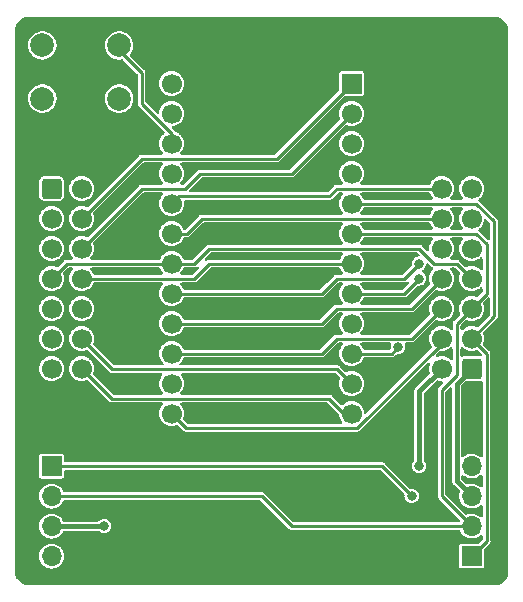
<source format=gbl>
%TF.GenerationSoftware,KiCad,Pcbnew,(6.0.5-0)*%
%TF.CreationDate,2022-06-18T20:10:17+08:00*%
%TF.ProjectId,Pragmatic,50726167-6d61-4746-9963-2e6b69636164,V3.2*%
%TF.SameCoordinates,PX7df6180PY32de760*%
%TF.FileFunction,Copper,L2,Bot*%
%TF.FilePolarity,Positive*%
%FSLAX46Y46*%
G04 Gerber Fmt 4.6, Leading zero omitted, Abs format (unit mm)*
G04 Created by KiCad (PCBNEW (6.0.5-0)) date 2022-06-18 20:10:17*
%MOMM*%
%LPD*%
G01*
G04 APERTURE LIST*
G04 Aperture macros list*
%AMRoundRect*
0 Rectangle with rounded corners*
0 $1 Rounding radius*
0 $2 $3 $4 $5 $6 $7 $8 $9 X,Y pos of 4 corners*
0 Add a 4 corners polygon primitive as box body*
4,1,4,$2,$3,$4,$5,$6,$7,$8,$9,$2,$3,0*
0 Add four circle primitives for the rounded corners*
1,1,$1+$1,$2,$3*
1,1,$1+$1,$4,$5*
1,1,$1+$1,$6,$7*
1,1,$1+$1,$8,$9*
0 Add four rect primitives between the rounded corners*
20,1,$1+$1,$2,$3,$4,$5,0*
20,1,$1+$1,$4,$5,$6,$7,0*
20,1,$1+$1,$6,$7,$8,$9,0*
20,1,$1+$1,$8,$9,$2,$3,0*%
G04 Aperture macros list end*
%TA.AperFunction,ComponentPad*%
%ADD10R,1.700000X1.700000*%
%TD*%
%TA.AperFunction,ComponentPad*%
%ADD11C,1.700000*%
%TD*%
%TA.AperFunction,ComponentPad*%
%ADD12RoundRect,0.250000X-0.600000X-0.600000X0.600000X-0.600000X0.600000X0.600000X-0.600000X0.600000X0*%
%TD*%
%TA.AperFunction,ComponentPad*%
%ADD13RoundRect,0.250000X0.600000X0.600000X-0.600000X0.600000X-0.600000X-0.600000X0.600000X-0.600000X0*%
%TD*%
%TA.AperFunction,ComponentPad*%
%ADD14C,2.000000*%
%TD*%
%TA.AperFunction,ComponentPad*%
%ADD15O,1.700000X1.700000*%
%TD*%
%TA.AperFunction,ViaPad*%
%ADD16C,0.800000*%
%TD*%
%TA.AperFunction,Conductor*%
%ADD17C,0.250000*%
%TD*%
%TA.AperFunction,Conductor*%
%ADD18C,0.381000*%
%TD*%
%TA.AperFunction,Conductor*%
%ADD19C,0.400000*%
%TD*%
G04 APERTURE END LIST*
D10*
%TO.P,U1,1,TX0/PD3*%
%TO.N,Col1*%
X15240000Y0D03*
D11*
%TO.P,U1,2,RX1/PD2*%
%TO.N,Col2*%
X15240000Y-2540000D03*
%TO.P,U1,3,GND*%
%TO.N,GND*%
X15240000Y-5080000D03*
%TO.P,U1,4,GND*%
X15240000Y-7620000D03*
%TO.P,U1,5,2/PD1*%
%TO.N,Row1*%
X15240000Y-10160000D03*
%TO.P,U1,6,3/PD0*%
%TO.N,Row2*%
X15240000Y-12700000D03*
%TO.P,U1,7,4/PD4*%
%TO.N,Col3*%
X15240000Y-15240000D03*
%TO.P,U1,8,5/PC6*%
%TO.N,Row4*%
X15240000Y-17780000D03*
%TO.P,U1,9,6/PD7*%
%TO.N,Col4*%
X15240000Y-20320000D03*
%TO.P,U1,10,7/PE6*%
%TO.N,Row5*%
X15240000Y-22860000D03*
%TO.P,U1,11,8/PB4*%
%TO.N,Col5*%
X15240000Y-25400000D03*
%TO.P,U1,12,9/PB5*%
%TO.N,Col6*%
X15240000Y-27940000D03*
%TO.P,U1,13,10/PB6*%
%TO.N,Col7*%
X0Y-27940000D03*
%TO.P,U1,14,16/PB2*%
%TO.N,Row6*%
X0Y-25400000D03*
%TO.P,U1,15,14/PB3*%
%TO.N,Col8*%
X0Y-22860000D03*
%TO.P,U1,16,15/PB1*%
%TO.N,Col9*%
X0Y-20320000D03*
%TO.P,U1,17,A0/PF7*%
%TO.N,Col10*%
X0Y-17780000D03*
%TO.P,U1,18,A1/PF6*%
%TO.N,Row3*%
X0Y-15240000D03*
%TO.P,U1,19,A2/PF5*%
%TO.N,Col11*%
X0Y-12700000D03*
%TO.P,U1,20,A3/PF4*%
%TO.N,Col12*%
X0Y-10160000D03*
%TO.P,U1,21,VCC*%
%TO.N,VCC*%
X0Y-7620000D03*
%TO.P,U1,22,RST*%
%TO.N,Reset*%
X0Y-5080000D03*
%TO.P,U1,23,GND*%
%TO.N,GND*%
X0Y-2540000D03*
%TO.P,U1,24,RAW*%
%TO.N,unconnected-(U1-Pad24)*%
X0Y0D03*
%TD*%
D12*
%TO.P,J1,1,Pin_1*%
%TO.N,VCC*%
X-10160000Y-8890000D03*
D11*
%TO.P,J1,2,Pin_2*%
%TO.N,GND*%
X-7620000Y-8890000D03*
%TO.P,J1,3,Pin_3*%
%TO.N,Row1*%
X-10160000Y-11430000D03*
%TO.P,J1,4,Pin_4*%
%TO.N,Col1*%
X-7620000Y-11430000D03*
%TO.P,J1,5,Pin_5*%
%TO.N,Row2*%
X-10160000Y-13970000D03*
%TO.P,J1,6,Pin_6*%
%TO.N,Col2*%
X-7620000Y-13970000D03*
%TO.P,J1,7,Pin_7*%
%TO.N,Row3*%
X-10160000Y-16510000D03*
%TO.P,J1,8,Pin_8*%
%TO.N,Col3*%
X-7620000Y-16510000D03*
%TO.P,J1,9,Pin_9*%
%TO.N,Row4*%
X-10160000Y-19050000D03*
%TO.P,J1,10,Pin_10*%
%TO.N,Col4*%
X-7620000Y-19050000D03*
%TO.P,J1,11,Pin_11*%
%TO.N,Row5*%
X-10160000Y-21590000D03*
%TO.P,J1,12,Pin_12*%
%TO.N,Col5*%
X-7620000Y-21590000D03*
%TO.P,J1,13,Pin_13*%
%TO.N,Row6*%
X-10160000Y-24130000D03*
%TO.P,J1,14,Pin_14*%
%TO.N,Col6*%
X-7620000Y-24130000D03*
%TD*%
D13*
%TO.P,J2,1,Pin_1*%
%TO.N,VCC*%
X25400000Y-24130000D03*
D11*
%TO.P,J2,2,Pin_2*%
%TO.N,GND*%
X22860000Y-24130000D03*
%TO.P,J2,3,Pin_3*%
%TO.N,Row1*%
X25400000Y-21590000D03*
%TO.P,J2,4,Pin_4*%
%TO.N,Col7*%
X22860000Y-21590000D03*
%TO.P,J2,5,Pin_5*%
%TO.N,Row2*%
X25400000Y-19050000D03*
%TO.P,J2,6,Pin_6*%
%TO.N,Col8*%
X22860000Y-19050000D03*
%TO.P,J2,7,Pin_7*%
%TO.N,Row3*%
X25400000Y-16510000D03*
%TO.P,J2,8,Pin_8*%
%TO.N,Col9*%
X22860000Y-16510000D03*
%TO.P,J2,9,Pin_9*%
%TO.N,Row4*%
X25400000Y-13970000D03*
%TO.P,J2,10,Pin_10*%
%TO.N,Col10*%
X22860000Y-13970000D03*
%TO.P,J2,11,Pin_11*%
%TO.N,Row5*%
X25400000Y-11430000D03*
%TO.P,J2,12,Pin_12*%
%TO.N,Col11*%
X22860000Y-11430000D03*
%TO.P,J2,13,Pin_13*%
%TO.N,Row6*%
X25400000Y-8890000D03*
%TO.P,J2,14,Pin_14*%
%TO.N,Col12*%
X22860000Y-8890000D03*
%TD*%
D14*
%TO.P,SW1,*%
%TO.N,*%
X-10945000Y3230000D03*
X-10945000Y-1270000D03*
%TO.P,SW1,1,1*%
%TO.N,Reset*%
X-4445000Y3230000D03*
%TO.P,SW1,2,2*%
%TO.N,GND*%
X-4445000Y-1270000D03*
%TD*%
D10*
%TO.P,J3,1,Pin_1*%
%TO.N,Row1*%
X-10160000Y-32395000D03*
D15*
%TO.P,J3,2,Pin_2*%
%TO.N,Row2*%
X-10160000Y-34935000D03*
%TO.P,J3,3,Pin_3*%
%TO.N,VCC*%
X-10160000Y-37475000D03*
%TO.P,J3,4,Pin_4*%
%TO.N,GND*%
X-10160000Y-40015000D03*
%TD*%
D10*
%TO.P,J4,1,Pin_1*%
%TO.N,Row1*%
X25400000Y-40005000D03*
D15*
%TO.P,J4,2,Pin_2*%
%TO.N,Row2*%
X25400000Y-37465000D03*
%TO.P,J4,3,Pin_3*%
%TO.N,VCC*%
X25400000Y-34925000D03*
%TO.P,J4,4,Pin_4*%
%TO.N,GND*%
X25400000Y-32385000D03*
%TD*%
D16*
%TO.N,Row1*%
X20320000Y-34925000D03*
%TO.N,VCC*%
X-5715000Y-37465000D03*
%TO.N,Row5*%
X19169511Y-22314500D03*
%TO.N,Row4*%
X20955000Y-16510000D03*
%TO.N,Col10*%
X20955000Y-15240000D03*
%TO.N,GND*%
X20955000Y-32385000D03*
%TD*%
D17*
%TO.N,Row1*%
X15240000Y-10160000D02*
X25791010Y-10160000D01*
X26670000Y-22860000D02*
X26670000Y-38735000D01*
X26670000Y-38735000D02*
X25400000Y-40005000D01*
X27305000Y-19685000D02*
X25400000Y-21590000D01*
X-10160000Y-32395000D02*
X17790000Y-32395000D01*
X25791010Y-10160000D02*
X27305000Y-11673990D01*
X25400000Y-21590000D02*
X26670000Y-22860000D01*
X27305000Y-11673990D02*
X27305000Y-19685000D01*
X17790000Y-32395000D02*
X20320000Y-34925000D01*
%TO.N,Col1*%
X8890000Y-6350000D02*
X-2540000Y-6350000D01*
X15240000Y0D02*
X8890000Y-6350000D01*
X-2540000Y-6350000D02*
X-7620000Y-11430000D01*
D18*
%TO.N,VCC*%
X-10160000Y-37475000D02*
X-5725000Y-37475000D01*
X25400000Y-24130000D02*
X24130000Y-25400000D01*
X24130000Y-33655000D02*
X25400000Y-34925000D01*
X-5725000Y-37475000D02*
X-5715000Y-37465000D01*
X24130000Y-25400000D02*
X24130000Y-33655000D01*
D17*
%TO.N,Col9*%
X12700000Y-20320000D02*
X0Y-20320000D01*
X13970000Y-19050000D02*
X12700000Y-20320000D01*
X20320000Y-19050000D02*
X13970000Y-19050000D01*
X22860000Y-16510000D02*
X20320000Y-19050000D01*
%TO.N,Col8*%
X12700000Y-22860000D02*
X13970000Y-21590000D01*
X0Y-22860000D02*
X12700000Y-22860000D01*
X20320000Y-21590000D02*
X22860000Y-19050000D01*
X13970000Y-21590000D02*
X20320000Y-21590000D01*
%TO.N,Col7*%
X1200811Y-29140811D02*
X15737393Y-29140811D01*
X22860000Y-22018204D02*
X22860000Y-21590000D01*
X0Y-27940000D02*
X1200811Y-29140811D01*
X15737393Y-29140811D02*
X22860000Y-22018204D01*
%TO.N,Row3*%
X0Y-15240000D02*
X-8890000Y-15240000D01*
X24130000Y-15240000D02*
X25400000Y-16510000D01*
X22225000Y-15240000D02*
X24130000Y-15240000D01*
X1905000Y-15240000D02*
X3175000Y-13970000D01*
X-8890000Y-15240000D02*
X-10160000Y-16510000D01*
X20955000Y-13970000D02*
X22225000Y-15240000D01*
X0Y-15240000D02*
X1905000Y-15240000D01*
X3175000Y-13970000D02*
X20955000Y-13970000D01*
%TO.N,Row5*%
X15240000Y-22860000D02*
X18624011Y-22860000D01*
X18624011Y-22860000D02*
X19169511Y-22314500D01*
%TO.N,Row4*%
X19685000Y-17780000D02*
X20955000Y-16510000D01*
X15240000Y-17780000D02*
X19685000Y-17780000D01*
%TO.N,Col6*%
X14605000Y-27940000D02*
X13335000Y-26670000D01*
X13335000Y-26670000D02*
X-5080000Y-26670000D01*
X15240000Y-27940000D02*
X14605000Y-27940000D01*
X-5080000Y-26670000D02*
X-7620000Y-24130000D01*
%TO.N,Col5*%
X14039189Y-24199189D02*
X-5010811Y-24199189D01*
X15240000Y-25400000D02*
X14039189Y-24199189D01*
X-5010811Y-24199189D02*
X-7620000Y-21590000D01*
%TO.N,Col3*%
X15240000Y-15240000D02*
X3175000Y-15240000D01*
X3175000Y-15240000D02*
X1905000Y-16510000D01*
X1905000Y-16510000D02*
X-7620000Y-16510000D01*
%TO.N,Col2*%
X10160000Y-7620000D02*
X2418005Y-7620000D01*
X15240000Y-2540000D02*
X10160000Y-7620000D01*
X1148005Y-8890000D02*
X-2540000Y-8890000D01*
X-2540000Y-8890000D02*
X-7620000Y-13970000D01*
X2418005Y-7620000D02*
X1148005Y-8890000D01*
%TO.N,Row2*%
X15240000Y-12700000D02*
X25791010Y-12700000D01*
X10160000Y-37465000D02*
X25400000Y-37465000D01*
X26670000Y-13578990D02*
X26670000Y-17780000D01*
X25400000Y-19050000D02*
X24130000Y-20320000D01*
X7620000Y-34925000D02*
X10160000Y-37465000D01*
X26670000Y-17780000D02*
X25400000Y-19050000D01*
X24130000Y-24671664D02*
X22860000Y-25941664D01*
X24130000Y-20320000D02*
X24130000Y-24671664D01*
X22860000Y-25941664D02*
X22860000Y-34925000D01*
X25791010Y-12700000D02*
X26670000Y-13578990D01*
X-10160000Y-34935000D02*
X-10150000Y-34925000D01*
X-10150000Y-34925000D02*
X7620000Y-34925000D01*
X22860000Y-34925000D02*
X25400000Y-37465000D01*
%TO.N,Reset*%
X0Y-4238857D02*
X-2540000Y-1698857D01*
X-2540000Y928000D02*
X-4700200Y3088200D01*
X0Y-5080000D02*
X0Y-4238857D01*
X-2540000Y-1698857D02*
X-2540000Y928000D01*
%TO.N,Col12*%
X635000Y-9525000D02*
X13335000Y-9525000D01*
X13970000Y-8890000D02*
X22860000Y-8890000D01*
X13335000Y-9525000D02*
X13970000Y-8890000D01*
X0Y-10160000D02*
X635000Y-9525000D01*
%TO.N,Col11*%
X1270000Y-12700000D02*
X2540000Y-11430000D01*
X0Y-12700000D02*
X1270000Y-12700000D01*
X2540000Y-11430000D02*
X22860000Y-11430000D01*
%TO.N,Col10*%
X13970000Y-16510000D02*
X19685000Y-16510000D01*
X0Y-17780000D02*
X12700000Y-17780000D01*
X12700000Y-17780000D02*
X13970000Y-16510000D01*
X19685000Y-16510000D02*
X20955000Y-15240000D01*
D19*
%TO.N,GND*%
X22860000Y-24130000D02*
X20955000Y-26035000D01*
X20955000Y-26035000D02*
X20955000Y-32385000D01*
%TD*%
%TA.AperFunction,NonConductor*%
G36*
X21837332Y-9235502D02*
G01*
X21881278Y-9283906D01*
X21949268Y-9416200D01*
X21972712Y-9461818D01*
X22100677Y-9623270D01*
X22100550Y-9623370D01*
X22132227Y-9683870D01*
X22125927Y-9754586D01*
X22082395Y-9810671D01*
X22008658Y-9834500D01*
X16331269Y-9834500D01*
X16263148Y-9814498D01*
X16216008Y-9757991D01*
X16215935Y-9757749D01*
X16119218Y-9575849D01*
X15993037Y-9421136D01*
X15965483Y-9355704D01*
X15977678Y-9285763D01*
X16025751Y-9233518D01*
X16090680Y-9215500D01*
X21769211Y-9215500D01*
X21837332Y-9235502D01*
G37*
%TD.AperFunction*%
%TA.AperFunction,NonConductor*%
G36*
X22079054Y-10505502D02*
G01*
X22125547Y-10559158D01*
X22135651Y-10629432D01*
X22107454Y-10692491D01*
X21989024Y-10833630D01*
X21986056Y-10839028D01*
X21986053Y-10839033D01*
X21922922Y-10953870D01*
X21889776Y-11014162D01*
X21887914Y-11020031D01*
X21885485Y-11025699D01*
X21883458Y-11024830D01*
X21849342Y-11075481D01*
X21784140Y-11103575D01*
X21768901Y-11104500D01*
X16087722Y-11104500D01*
X16019601Y-11084498D01*
X15973108Y-11030842D01*
X15963004Y-10960568D01*
X15992340Y-10896169D01*
X16098540Y-10773134D01*
X16098540Y-10773133D01*
X16102564Y-10768472D01*
X16123387Y-10731818D01*
X16181550Y-10629432D01*
X16204323Y-10589344D01*
X16210184Y-10571726D01*
X16250666Y-10513403D01*
X16316254Y-10486224D01*
X16329741Y-10485500D01*
X22010933Y-10485500D01*
X22079054Y-10505502D01*
G37*
%TD.AperFunction*%
%TA.AperFunction,NonConductor*%
G36*
X24619054Y-10505502D02*
G01*
X24665547Y-10559158D01*
X24675651Y-10629432D01*
X24647454Y-10692491D01*
X24529024Y-10833630D01*
X24526056Y-10839028D01*
X24526053Y-10839033D01*
X24462287Y-10955024D01*
X24429776Y-11014162D01*
X24367484Y-11210532D01*
X24366798Y-11216649D01*
X24366797Y-11216653D01*
X24345207Y-11409137D01*
X24344520Y-11415262D01*
X24345036Y-11421406D01*
X24360325Y-11603471D01*
X24361759Y-11620553D01*
X24363458Y-11626478D01*
X24415743Y-11808817D01*
X24418544Y-11818586D01*
X24421359Y-11824063D01*
X24421360Y-11824066D01*
X24491804Y-11961136D01*
X24512712Y-12001818D01*
X24640677Y-12163270D01*
X24640550Y-12163370D01*
X24672227Y-12223870D01*
X24665927Y-12294586D01*
X24622395Y-12350671D01*
X24548658Y-12374500D01*
X23707722Y-12374500D01*
X23639601Y-12354498D01*
X23593108Y-12300842D01*
X23583004Y-12230568D01*
X23612340Y-12166169D01*
X23718540Y-12043134D01*
X23718540Y-12043133D01*
X23722564Y-12038472D01*
X23743387Y-12001818D01*
X23772515Y-11950543D01*
X23824323Y-11859344D01*
X23889351Y-11663863D01*
X23915171Y-11459474D01*
X23915583Y-11430000D01*
X23895480Y-11224970D01*
X23835935Y-11027749D01*
X23739218Y-10845849D01*
X23613037Y-10691136D01*
X23585483Y-10625704D01*
X23597678Y-10555763D01*
X23645751Y-10503518D01*
X23710680Y-10485500D01*
X24550933Y-10485500D01*
X24619054Y-10505502D01*
G37*
%TD.AperFunction*%
%TA.AperFunction,NonConductor*%
G36*
X21837332Y-11775502D02*
G01*
X21881278Y-11823906D01*
X21951722Y-11960975D01*
X21972712Y-12001818D01*
X22100677Y-12163270D01*
X22100550Y-12163370D01*
X22132227Y-12223870D01*
X22125927Y-12294586D01*
X22082395Y-12350671D01*
X22008658Y-12374500D01*
X16331269Y-12374500D01*
X16263148Y-12354498D01*
X16216008Y-12297991D01*
X16215935Y-12297749D01*
X16119218Y-12115849D01*
X15993037Y-11961136D01*
X15965483Y-11895704D01*
X15977678Y-11825763D01*
X16025751Y-11773518D01*
X16090680Y-11755500D01*
X21769211Y-11755500D01*
X21837332Y-11775502D01*
G37*
%TD.AperFunction*%
%TA.AperFunction,NonConductor*%
G36*
X26656663Y-11485980D02*
G01*
X26942595Y-11771912D01*
X26976621Y-11834224D01*
X26979500Y-11861007D01*
X26979500Y-13123974D01*
X26959498Y-13192095D01*
X26905842Y-13238588D01*
X26835568Y-13248692D01*
X26770988Y-13219198D01*
X26764405Y-13213069D01*
X26035121Y-12483785D01*
X26027694Y-12475681D01*
X26008712Y-12453059D01*
X25980248Y-12388018D01*
X25991465Y-12317914D01*
X26027659Y-12272780D01*
X26127951Y-12194424D01*
X26262564Y-12038472D01*
X26283387Y-12001818D01*
X26312515Y-11950543D01*
X26364323Y-11859344D01*
X26429351Y-11663863D01*
X26442563Y-11559280D01*
X26470943Y-11494207D01*
X26530003Y-11454805D01*
X26600989Y-11453588D01*
X26656663Y-11485980D01*
G37*
%TD.AperFunction*%
%TA.AperFunction,NonConductor*%
G36*
X22079054Y-13045502D02*
G01*
X22125547Y-13099158D01*
X22135651Y-13169432D01*
X22107454Y-13232491D01*
X21989024Y-13373630D01*
X21986056Y-13379028D01*
X21986053Y-13379033D01*
X21922287Y-13495024D01*
X21889776Y-13554162D01*
X21827484Y-13750532D01*
X21826798Y-13756649D01*
X21826797Y-13756653D01*
X21805207Y-13949137D01*
X21804520Y-13955262D01*
X21805036Y-13961406D01*
X21805036Y-13961407D01*
X21812737Y-14053120D01*
X21798505Y-14122675D01*
X21748928Y-14173495D01*
X21679746Y-14189444D01*
X21612924Y-14165458D01*
X21598084Y-14152758D01*
X21199111Y-13753785D01*
X21191684Y-13745681D01*
X21174541Y-13725251D01*
X21174540Y-13725250D01*
X21167455Y-13716806D01*
X21157906Y-13711293D01*
X21134815Y-13697961D01*
X21125544Y-13692055D01*
X21116611Y-13685800D01*
X21094684Y-13670446D01*
X21084034Y-13667592D01*
X21080866Y-13666115D01*
X21077590Y-13664923D01*
X21068045Y-13659412D01*
X21034301Y-13653462D01*
X21030942Y-13652870D01*
X21020215Y-13650492D01*
X20983807Y-13640736D01*
X20972822Y-13641697D01*
X20972820Y-13641697D01*
X20946272Y-13644020D01*
X20935290Y-13644500D01*
X16087722Y-13644500D01*
X16019601Y-13624498D01*
X15973108Y-13570842D01*
X15963004Y-13500568D01*
X15992340Y-13436169D01*
X16098540Y-13313134D01*
X16098540Y-13313133D01*
X16102564Y-13308472D01*
X16123387Y-13271818D01*
X16155201Y-13215815D01*
X16204323Y-13129344D01*
X16210184Y-13111726D01*
X16250666Y-13053403D01*
X16316254Y-13026224D01*
X16329741Y-13025500D01*
X22010933Y-13025500D01*
X22079054Y-13045502D01*
G37*
%TD.AperFunction*%
%TA.AperFunction,NonConductor*%
G36*
X-780946Y-9235502D02*
G01*
X-734453Y-9289158D01*
X-724349Y-9359432D01*
X-752546Y-9422491D01*
X-870976Y-9563630D01*
X-873944Y-9569028D01*
X-873947Y-9569033D01*
X-940761Y-9690568D01*
X-970224Y-9744162D01*
X-1032516Y-9940532D01*
X-1033202Y-9946649D01*
X-1033203Y-9946653D01*
X-1037930Y-9988795D01*
X-1055480Y-10145262D01*
X-1038241Y-10350553D01*
X-1036542Y-10356478D01*
X-1007747Y-10456897D01*
X-981456Y-10548586D01*
X-978641Y-10554063D01*
X-978640Y-10554066D01*
X-908196Y-10691136D01*
X-887288Y-10731818D01*
X-759323Y-10893270D01*
X-754630Y-10897264D01*
X-754629Y-10897265D01*
X-610374Y-11020035D01*
X-602436Y-11026791D01*
X-422602Y-11127297D01*
X-328219Y-11157964D01*
X-232529Y-11189056D01*
X-232525Y-11189057D01*
X-226671Y-11190959D01*
X-22106Y-11215351D01*
X-15971Y-11214879D01*
X-15969Y-11214879D01*
X40523Y-11210532D01*
X183300Y-11199546D01*
X189230Y-11197890D01*
X189232Y-11197890D01*
X375797Y-11145800D01*
X375796Y-11145800D01*
X381725Y-11144145D01*
X387214Y-11141372D01*
X387220Y-11141370D01*
X560116Y-11054033D01*
X565610Y-11051258D01*
X591742Y-11030842D01*
X646780Y-10987841D01*
X727951Y-10924424D01*
X862564Y-10768472D01*
X883387Y-10731818D01*
X912515Y-10680543D01*
X964323Y-10589344D01*
X1029351Y-10393863D01*
X1055171Y-10189474D01*
X1055583Y-10160000D01*
X1038797Y-9988795D01*
X1052057Y-9919047D01*
X1100920Y-9867541D01*
X1164196Y-9850500D01*
X13315290Y-9850500D01*
X13326272Y-9850980D01*
X13352820Y-9853303D01*
X13352822Y-9853303D01*
X13363807Y-9854264D01*
X13400215Y-9844508D01*
X13410942Y-9842130D01*
X13414301Y-9841538D01*
X13448045Y-9835588D01*
X13457590Y-9830077D01*
X13460866Y-9828885D01*
X13464034Y-9827408D01*
X13474684Y-9824554D01*
X13505544Y-9802945D01*
X13514815Y-9797039D01*
X13537906Y-9783707D01*
X13547455Y-9778194D01*
X13571685Y-9749317D01*
X13579111Y-9741215D01*
X14067921Y-9252405D01*
X14130233Y-9218379D01*
X14157016Y-9215500D01*
X14390933Y-9215500D01*
X14459054Y-9235502D01*
X14505547Y-9289158D01*
X14515651Y-9359432D01*
X14487454Y-9422491D01*
X14369024Y-9563630D01*
X14366056Y-9569028D01*
X14366053Y-9569033D01*
X14299239Y-9690568D01*
X14269776Y-9744162D01*
X14207484Y-9940532D01*
X14206798Y-9946649D01*
X14206797Y-9946653D01*
X14202070Y-9988795D01*
X14184520Y-10145262D01*
X14201759Y-10350553D01*
X14203458Y-10356478D01*
X14232253Y-10456897D01*
X14258544Y-10548586D01*
X14261359Y-10554063D01*
X14261360Y-10554066D01*
X14331804Y-10691136D01*
X14352712Y-10731818D01*
X14480677Y-10893270D01*
X14480550Y-10893370D01*
X14512227Y-10953870D01*
X14505927Y-11024586D01*
X14462395Y-11080671D01*
X14388658Y-11104500D01*
X2559713Y-11104500D01*
X2548732Y-11104021D01*
X2522170Y-11101697D01*
X2522168Y-11101697D01*
X2511193Y-11100737D01*
X2474783Y-11110492D01*
X2464076Y-11112866D01*
X2426955Y-11119412D01*
X2417411Y-11124922D01*
X2414135Y-11126114D01*
X2410964Y-11127593D01*
X2400316Y-11130446D01*
X2391287Y-11136768D01*
X2369449Y-11152059D01*
X2360179Y-11157964D01*
X2337092Y-11171293D01*
X2337088Y-11171296D01*
X2327545Y-11176806D01*
X2309853Y-11197890D01*
X2303320Y-11205676D01*
X2295894Y-11213779D01*
X1734172Y-11775502D01*
X1177946Y-12331728D01*
X1115634Y-12365753D01*
X1044819Y-12360689D01*
X987983Y-12318142D01*
X976287Y-12297562D01*
X975935Y-12297749D01*
X882111Y-12121290D01*
X879218Y-12115849D01*
X786216Y-12001818D01*
X752906Y-11960975D01*
X752903Y-11960972D01*
X749011Y-11956200D01*
X731786Y-11941950D01*
X595025Y-11828811D01*
X595021Y-11828809D01*
X590275Y-11824882D01*
X409055Y-11726897D01*
X212254Y-11665977D01*
X206129Y-11665333D01*
X206128Y-11665333D01*
X13498Y-11645087D01*
X13496Y-11645087D01*
X7369Y-11644443D01*
X-79471Y-11652346D01*
X-191658Y-11662555D01*
X-191661Y-11662556D01*
X-197797Y-11663114D01*
X-395428Y-11721280D01*
X-577998Y-11816726D01*
X-582799Y-11820586D01*
X-582802Y-11820588D01*
X-680864Y-11899432D01*
X-738553Y-11945815D01*
X-870976Y-12103630D01*
X-873944Y-12109028D01*
X-873947Y-12109033D01*
X-940761Y-12230568D01*
X-970224Y-12284162D01*
X-1032516Y-12480532D01*
X-1055480Y-12685262D01*
X-1038241Y-12890553D01*
X-1036542Y-12896478D01*
X-998466Y-13029264D01*
X-981456Y-13088586D01*
X-978641Y-13094063D01*
X-978640Y-13094066D01*
X-908196Y-13231136D01*
X-887288Y-13271818D01*
X-759323Y-13433270D01*
X-754630Y-13437264D01*
X-754629Y-13437265D01*
X-610374Y-13560035D01*
X-602436Y-13566791D01*
X-422602Y-13667297D01*
X-328228Y-13697961D01*
X-232529Y-13729056D01*
X-232525Y-13729057D01*
X-226671Y-13730959D01*
X-22106Y-13755351D01*
X-15971Y-13754879D01*
X-15969Y-13754879D01*
X40523Y-13750532D01*
X183300Y-13739546D01*
X189230Y-13737890D01*
X189232Y-13737890D01*
X342080Y-13695214D01*
X381725Y-13684145D01*
X387214Y-13681372D01*
X387220Y-13681370D01*
X560116Y-13594033D01*
X565610Y-13591258D01*
X591742Y-13570842D01*
X646780Y-13527841D01*
X727951Y-13464424D01*
X780163Y-13403936D01*
X858540Y-13313134D01*
X858540Y-13313133D01*
X862564Y-13308472D01*
X883387Y-13271818D01*
X915201Y-13215815D01*
X964323Y-13129344D01*
X970184Y-13111726D01*
X1010666Y-13053403D01*
X1076254Y-13026224D01*
X1089741Y-13025500D01*
X1250290Y-13025500D01*
X1261272Y-13025980D01*
X1287820Y-13028303D01*
X1287822Y-13028303D01*
X1298807Y-13029264D01*
X1335215Y-13019508D01*
X1345942Y-13017130D01*
X1349301Y-13016538D01*
X1383045Y-13010588D01*
X1392590Y-13005077D01*
X1395866Y-13003885D01*
X1399034Y-13002408D01*
X1409684Y-12999554D01*
X1440544Y-12977945D01*
X1449815Y-12972039D01*
X1472910Y-12958705D01*
X1472911Y-12958704D01*
X1482455Y-12953194D01*
X1506685Y-12924319D01*
X1514110Y-12916217D01*
X2637922Y-11792405D01*
X2700234Y-11758379D01*
X2727017Y-11755500D01*
X14390933Y-11755500D01*
X14459054Y-11775502D01*
X14505547Y-11829158D01*
X14515651Y-11899432D01*
X14487454Y-11962491D01*
X14369024Y-12103630D01*
X14366056Y-12109028D01*
X14366053Y-12109033D01*
X14299239Y-12230568D01*
X14269776Y-12284162D01*
X14207484Y-12480532D01*
X14184520Y-12685262D01*
X14201759Y-12890553D01*
X14203458Y-12896478D01*
X14241534Y-13029264D01*
X14258544Y-13088586D01*
X14261359Y-13094063D01*
X14261360Y-13094066D01*
X14331804Y-13231136D01*
X14352712Y-13271818D01*
X14480677Y-13433270D01*
X14480550Y-13433370D01*
X14512227Y-13493870D01*
X14505927Y-13564586D01*
X14462395Y-13620671D01*
X14388658Y-13644500D01*
X3194713Y-13644500D01*
X3183732Y-13644021D01*
X3157170Y-13641697D01*
X3157168Y-13641697D01*
X3146193Y-13640737D01*
X3109783Y-13650492D01*
X3099076Y-13652866D01*
X3061955Y-13659412D01*
X3052411Y-13664922D01*
X3049135Y-13666114D01*
X3045964Y-13667593D01*
X3035316Y-13670446D01*
X3026287Y-13676768D01*
X3004449Y-13692059D01*
X2995179Y-13697964D01*
X2972092Y-13711293D01*
X2972088Y-13711296D01*
X2962545Y-13716806D01*
X2944853Y-13737890D01*
X2938320Y-13745676D01*
X2930894Y-13753779D01*
X1807079Y-14877595D01*
X1744767Y-14911620D01*
X1717984Y-14914500D01*
X1091269Y-14914500D01*
X1023148Y-14894498D01*
X976008Y-14837991D01*
X975935Y-14837749D01*
X879218Y-14655849D01*
X786216Y-14541818D01*
X752906Y-14500975D01*
X752903Y-14500972D01*
X749011Y-14496200D01*
X744262Y-14492271D01*
X595025Y-14368811D01*
X595021Y-14368809D01*
X590275Y-14364882D01*
X409055Y-14266897D01*
X212254Y-14205977D01*
X206129Y-14205333D01*
X206128Y-14205333D01*
X13498Y-14185087D01*
X13496Y-14185087D01*
X7369Y-14184443D01*
X-79471Y-14192346D01*
X-191658Y-14202555D01*
X-191661Y-14202556D01*
X-197797Y-14203114D01*
X-395428Y-14261280D01*
X-577998Y-14356726D01*
X-582799Y-14360586D01*
X-582802Y-14360588D01*
X-680864Y-14439432D01*
X-738553Y-14485815D01*
X-870976Y-14643630D01*
X-873944Y-14649028D01*
X-873947Y-14649033D01*
X-937078Y-14763870D01*
X-970224Y-14824162D01*
X-972086Y-14830031D01*
X-974515Y-14835699D01*
X-976542Y-14834830D01*
X-1010658Y-14885481D01*
X-1075860Y-14913575D01*
X-1091099Y-14914500D01*
X-6772278Y-14914500D01*
X-6840399Y-14894498D01*
X-6886892Y-14840842D01*
X-6896996Y-14770568D01*
X-6867660Y-14706169D01*
X-6761460Y-14583134D01*
X-6761460Y-14583133D01*
X-6757436Y-14578472D01*
X-6736613Y-14541818D01*
X-6707485Y-14490543D01*
X-6655677Y-14399344D01*
X-6590649Y-14203863D01*
X-6564829Y-13999474D01*
X-6564417Y-13970000D01*
X-6584520Y-13764970D01*
X-6644065Y-13567749D01*
X-6645688Y-13564696D01*
X-6653056Y-13495024D01*
X-6618192Y-13428518D01*
X-2442079Y-9252405D01*
X-2379767Y-9218379D01*
X-2352984Y-9215500D01*
X-849067Y-9215500D01*
X-780946Y-9235502D01*
G37*
%TD.AperFunction*%
%TA.AperFunction,NonConductor*%
G36*
X14459054Y-14315502D02*
G01*
X14505547Y-14369158D01*
X14515651Y-14439432D01*
X14487454Y-14502491D01*
X14369024Y-14643630D01*
X14366056Y-14649028D01*
X14366053Y-14649033D01*
X14302922Y-14763870D01*
X14269776Y-14824162D01*
X14267914Y-14830031D01*
X14265485Y-14835699D01*
X14263458Y-14834830D01*
X14229342Y-14885481D01*
X14164140Y-14913575D01*
X14148901Y-14914500D01*
X3194713Y-14914500D01*
X3183732Y-14914021D01*
X3157170Y-14911697D01*
X3157168Y-14911697D01*
X3146193Y-14910737D01*
X3109783Y-14920492D01*
X3099076Y-14922866D01*
X3061955Y-14929412D01*
X3052411Y-14934922D01*
X3049135Y-14936114D01*
X3045964Y-14937593D01*
X3035316Y-14940446D01*
X3026287Y-14946768D01*
X3004449Y-14962059D01*
X2995179Y-14967964D01*
X2977417Y-14978219D01*
X2908422Y-14994957D01*
X2841330Y-14971737D01*
X2797443Y-14915930D01*
X2790694Y-14845255D01*
X2825322Y-14780005D01*
X3272922Y-14332405D01*
X3335234Y-14298379D01*
X3362017Y-14295500D01*
X14390933Y-14295500D01*
X14459054Y-14315502D01*
G37*
%TD.AperFunction*%
%TA.AperFunction,NonConductor*%
G36*
X24619054Y-13045502D02*
G01*
X24665547Y-13099158D01*
X24675651Y-13169432D01*
X24647454Y-13232491D01*
X24529024Y-13373630D01*
X24526056Y-13379028D01*
X24526053Y-13379033D01*
X24462287Y-13495024D01*
X24429776Y-13554162D01*
X24367484Y-13750532D01*
X24366798Y-13756649D01*
X24366797Y-13756653D01*
X24345207Y-13949137D01*
X24344520Y-13955262D01*
X24361759Y-14160553D01*
X24363458Y-14166478D01*
X24411037Y-14332405D01*
X24418544Y-14358586D01*
X24421359Y-14364063D01*
X24421360Y-14364066D01*
X24491804Y-14501136D01*
X24512712Y-14541818D01*
X24640677Y-14703270D01*
X24645370Y-14707264D01*
X24645371Y-14707265D01*
X24730841Y-14780005D01*
X24797564Y-14836791D01*
X24802942Y-14839797D01*
X24802944Y-14839798D01*
X24834563Y-14857469D01*
X24977398Y-14937297D01*
X25069987Y-14967381D01*
X25167471Y-14999056D01*
X25167475Y-14999057D01*
X25173329Y-15000959D01*
X25377894Y-15025351D01*
X25384029Y-15024879D01*
X25384031Y-15024879D01*
X25440039Y-15020569D01*
X25583300Y-15009546D01*
X25589230Y-15007890D01*
X25589232Y-15007890D01*
X25742080Y-14965214D01*
X25781725Y-14954145D01*
X25787214Y-14951372D01*
X25787220Y-14951370D01*
X25960116Y-14864033D01*
X25965610Y-14861258D01*
X25991742Y-14840842D01*
X26123095Y-14738218D01*
X26123096Y-14738217D01*
X26127951Y-14734424D01*
X26131726Y-14730051D01*
X26194732Y-14697619D01*
X26265403Y-14704412D01*
X26321183Y-14748334D01*
X26344500Y-14821357D01*
X26344500Y-15660159D01*
X26324498Y-15728280D01*
X26270842Y-15774773D01*
X26200568Y-15784877D01*
X26138186Y-15757245D01*
X25990275Y-15634882D01*
X25809055Y-15536897D01*
X25612254Y-15475977D01*
X25606129Y-15475333D01*
X25606128Y-15475333D01*
X25413498Y-15455087D01*
X25413496Y-15455087D01*
X25407369Y-15454443D01*
X25320529Y-15462346D01*
X25208342Y-15472555D01*
X25208339Y-15472556D01*
X25202203Y-15473114D01*
X25004572Y-15531280D01*
X24999112Y-15534134D01*
X24994779Y-15535885D01*
X24924126Y-15542858D01*
X24858483Y-15508156D01*
X24374105Y-15023779D01*
X24366678Y-15015674D01*
X24361536Y-15009546D01*
X24342455Y-14986806D01*
X24327582Y-14978219D01*
X24309815Y-14967961D01*
X24300544Y-14962055D01*
X24291611Y-14955800D01*
X24269684Y-14940446D01*
X24259034Y-14937592D01*
X24255866Y-14936115D01*
X24252590Y-14934923D01*
X24243045Y-14929412D01*
X24209301Y-14923462D01*
X24205942Y-14922870D01*
X24195215Y-14920492D01*
X24158807Y-14910736D01*
X24147822Y-14911697D01*
X24147820Y-14911697D01*
X24121272Y-14914020D01*
X24110290Y-14914500D01*
X23707722Y-14914500D01*
X23639601Y-14894498D01*
X23593108Y-14840842D01*
X23583004Y-14770568D01*
X23612340Y-14706169D01*
X23718540Y-14583134D01*
X23718540Y-14583133D01*
X23722564Y-14578472D01*
X23743387Y-14541818D01*
X23772515Y-14490543D01*
X23824323Y-14399344D01*
X23889351Y-14203863D01*
X23915171Y-13999474D01*
X23915583Y-13970000D01*
X23895480Y-13764970D01*
X23835935Y-13567749D01*
X23739218Y-13385849D01*
X23627355Y-13248692D01*
X23613037Y-13231136D01*
X23585483Y-13165704D01*
X23597678Y-13095763D01*
X23645751Y-13043518D01*
X23710680Y-13025500D01*
X24550933Y-13025500D01*
X24619054Y-13045502D01*
G37*
%TD.AperFunction*%
%TA.AperFunction,NonConductor*%
G36*
X-1022668Y-15585502D02*
G01*
X-978722Y-15633906D01*
X-906326Y-15774773D01*
X-887288Y-15811818D01*
X-759323Y-15973270D01*
X-759450Y-15973370D01*
X-727773Y-16033870D01*
X-734073Y-16104586D01*
X-777605Y-16160671D01*
X-851342Y-16184500D01*
X-6528731Y-16184500D01*
X-6596852Y-16164498D01*
X-6643992Y-16107991D01*
X-6644065Y-16107749D01*
X-6740782Y-15925849D01*
X-6866963Y-15771136D01*
X-6894517Y-15705704D01*
X-6882322Y-15635763D01*
X-6834249Y-15583518D01*
X-6769320Y-15565500D01*
X-1090789Y-15565500D01*
X-1022668Y-15585502D01*
G37*
%TD.AperFunction*%
%TA.AperFunction,NonConductor*%
G36*
X2238670Y-15508260D02*
G01*
X2282558Y-15564066D01*
X2289309Y-15634741D01*
X2254681Y-15699992D01*
X1807078Y-16147596D01*
X1744767Y-16181620D01*
X1717984Y-16184500D01*
X847722Y-16184500D01*
X779601Y-16164498D01*
X733108Y-16110842D01*
X723004Y-16040568D01*
X752340Y-15976169D01*
X858540Y-15853134D01*
X858540Y-15853133D01*
X862564Y-15848472D01*
X883387Y-15811818D01*
X930843Y-15728280D01*
X964323Y-15669344D01*
X970184Y-15651726D01*
X1010666Y-15593403D01*
X1076254Y-15566224D01*
X1089741Y-15565500D01*
X1885290Y-15565500D01*
X1896272Y-15565980D01*
X1922820Y-15568303D01*
X1922822Y-15568303D01*
X1933807Y-15569264D01*
X1970215Y-15559508D01*
X1980942Y-15557130D01*
X1984301Y-15556538D01*
X2018045Y-15550588D01*
X2027590Y-15545077D01*
X2030866Y-15543885D01*
X2034034Y-15542408D01*
X2044684Y-15539554D01*
X2075550Y-15517941D01*
X2084813Y-15512040D01*
X2102583Y-15501780D01*
X2171578Y-15485041D01*
X2238670Y-15508260D01*
G37*
%TD.AperFunction*%
%TA.AperFunction,NonConductor*%
G36*
X20836104Y-14315502D02*
G01*
X20857078Y-14332405D01*
X20954592Y-14429919D01*
X20988618Y-14492231D01*
X20983553Y-14563046D01*
X20941006Y-14619882D01*
X20881943Y-14643936D01*
X20827732Y-14651073D01*
X20798238Y-14654956D01*
X20652159Y-14715464D01*
X20526718Y-14811718D01*
X20521695Y-14818264D01*
X20504370Y-14840842D01*
X20430464Y-14937159D01*
X20369956Y-15083238D01*
X20349318Y-15240000D01*
X20358118Y-15306841D01*
X20347179Y-15376988D01*
X20322292Y-15412381D01*
X19587079Y-16147595D01*
X19524766Y-16181620D01*
X19497983Y-16184500D01*
X16087722Y-16184500D01*
X16019601Y-16164498D01*
X15973108Y-16110842D01*
X15963004Y-16040568D01*
X15992340Y-15976169D01*
X16098540Y-15853134D01*
X16098540Y-15853133D01*
X16102564Y-15848472D01*
X16123387Y-15811818D01*
X16154389Y-15757244D01*
X16204323Y-15669344D01*
X16269351Y-15473863D01*
X16295171Y-15269474D01*
X16295583Y-15240000D01*
X16275480Y-15034970D01*
X16215935Y-14837749D01*
X16119218Y-14655849D01*
X15993037Y-14501136D01*
X15965483Y-14435704D01*
X15977678Y-14365763D01*
X16025751Y-14313518D01*
X16090680Y-14295500D01*
X20767983Y-14295500D01*
X20836104Y-14315502D01*
G37*
%TD.AperFunction*%
%TA.AperFunction,NonConductor*%
G36*
X14217332Y-15585502D02*
G01*
X14261278Y-15633906D01*
X14333674Y-15774773D01*
X14352712Y-15811818D01*
X14480677Y-15973270D01*
X14480550Y-15973370D01*
X14512227Y-16033870D01*
X14505927Y-16104586D01*
X14462395Y-16160671D01*
X14388658Y-16184500D01*
X13989713Y-16184500D01*
X13978732Y-16184021D01*
X13952170Y-16181697D01*
X13952168Y-16181697D01*
X13941193Y-16180737D01*
X13904783Y-16190492D01*
X13894076Y-16192866D01*
X13856955Y-16199412D01*
X13847411Y-16204922D01*
X13844135Y-16206114D01*
X13840964Y-16207593D01*
X13830316Y-16210446D01*
X13821287Y-16216768D01*
X13799449Y-16232059D01*
X13790179Y-16237964D01*
X13767092Y-16251293D01*
X13767088Y-16251296D01*
X13757545Y-16256806D01*
X13750460Y-16265250D01*
X13733320Y-16285676D01*
X13725894Y-16293779D01*
X13156271Y-16863403D01*
X12602079Y-17417595D01*
X12539767Y-17451620D01*
X12512984Y-17454500D01*
X1091269Y-17454500D01*
X1023148Y-17434498D01*
X976008Y-17377991D01*
X975935Y-17377749D01*
X879218Y-17195849D01*
X753037Y-17041136D01*
X725483Y-16975704D01*
X737678Y-16905763D01*
X785751Y-16853518D01*
X850680Y-16835500D01*
X1885290Y-16835500D01*
X1896272Y-16835980D01*
X1922820Y-16838303D01*
X1922822Y-16838303D01*
X1933807Y-16839264D01*
X1970215Y-16829508D01*
X1980942Y-16827130D01*
X1984301Y-16826538D01*
X2018045Y-16820588D01*
X2027590Y-16815077D01*
X2030866Y-16813885D01*
X2034034Y-16812408D01*
X2044684Y-16809554D01*
X2075544Y-16787945D01*
X2084815Y-16782039D01*
X2107910Y-16768705D01*
X2107911Y-16768704D01*
X2117455Y-16763194D01*
X2141685Y-16734319D01*
X2149110Y-16726217D01*
X3272922Y-15602405D01*
X3335234Y-15568379D01*
X3362017Y-15565500D01*
X14149211Y-15565500D01*
X14217332Y-15585502D01*
G37*
%TD.AperFunction*%
%TA.AperFunction,NonConductor*%
G36*
X20018672Y-16778265D02*
G01*
X20062558Y-16834072D01*
X20069306Y-16904748D01*
X20034678Y-16969995D01*
X19587078Y-17417595D01*
X19524766Y-17451621D01*
X19497983Y-17454500D01*
X16331269Y-17454500D01*
X16263148Y-17434498D01*
X16216008Y-17377991D01*
X16215935Y-17377749D01*
X16119218Y-17195849D01*
X15993037Y-17041136D01*
X15965483Y-16975704D01*
X15977678Y-16905763D01*
X16025751Y-16853518D01*
X16090680Y-16835500D01*
X19665290Y-16835500D01*
X19676272Y-16835980D01*
X19702820Y-16838303D01*
X19702822Y-16838303D01*
X19713807Y-16839264D01*
X19750215Y-16829508D01*
X19760942Y-16827130D01*
X19764301Y-16826538D01*
X19798045Y-16820588D01*
X19807590Y-16815077D01*
X19810866Y-16813885D01*
X19814034Y-16812408D01*
X19824684Y-16809554D01*
X19855544Y-16787945D01*
X19864817Y-16782038D01*
X19882585Y-16771780D01*
X19951580Y-16755043D01*
X20018672Y-16778265D01*
G37*
%TD.AperFunction*%
%TA.AperFunction,NonConductor*%
G36*
X21765081Y-15240408D02*
G01*
X21980895Y-15456222D01*
X21988321Y-15464325D01*
X22012545Y-15493194D01*
X22022088Y-15498704D01*
X22022092Y-15498707D01*
X22045179Y-15512036D01*
X22054448Y-15517940D01*
X22085316Y-15539554D01*
X22095960Y-15542406D01*
X22096626Y-15542717D01*
X22149911Y-15589634D01*
X22169371Y-15657912D01*
X22148829Y-15725872D01*
X22129843Y-15746809D01*
X22130656Y-15747639D01*
X22126254Y-15751950D01*
X22121447Y-15755815D01*
X21989024Y-15913630D01*
X21986056Y-15919028D01*
X21986053Y-15919033D01*
X21896617Y-16081718D01*
X21889776Y-16094162D01*
X21827484Y-16290532D01*
X21826798Y-16296649D01*
X21826797Y-16296653D01*
X21806671Y-16476089D01*
X21794954Y-16504012D01*
X21807102Y-16529796D01*
X21808165Y-16538668D01*
X21816544Y-16638445D01*
X21821759Y-16700553D01*
X21823458Y-16706478D01*
X21871037Y-16872405D01*
X21878544Y-16898586D01*
X21881362Y-16904068D01*
X21881363Y-16904072D01*
X21881541Y-16904419D01*
X21881579Y-16904619D01*
X21883630Y-16909799D01*
X21882645Y-16910189D01*
X21894887Y-16974150D01*
X21868414Y-17040027D01*
X21858568Y-17051105D01*
X20222079Y-18687595D01*
X20159767Y-18721620D01*
X20132984Y-18724500D01*
X16087722Y-18724500D01*
X16019601Y-18704498D01*
X15973108Y-18650842D01*
X15963004Y-18580568D01*
X15992340Y-18516169D01*
X16098540Y-18393134D01*
X16098540Y-18393133D01*
X16102564Y-18388472D01*
X16123387Y-18351818D01*
X16157396Y-18291950D01*
X16204323Y-18209344D01*
X16210184Y-18191726D01*
X16250666Y-18133403D01*
X16316254Y-18106224D01*
X16329741Y-18105500D01*
X19665290Y-18105500D01*
X19676272Y-18105980D01*
X19702820Y-18108303D01*
X19702822Y-18108303D01*
X19713807Y-18109264D01*
X19750215Y-18099508D01*
X19760942Y-18097130D01*
X19764301Y-18096538D01*
X19798045Y-18090588D01*
X19807590Y-18085077D01*
X19810866Y-18083885D01*
X19814034Y-18082408D01*
X19824684Y-18079554D01*
X19855544Y-18057945D01*
X19864815Y-18052039D01*
X19887910Y-18038705D01*
X19887911Y-18038704D01*
X19897455Y-18033194D01*
X19921685Y-18004319D01*
X19929110Y-17996217D01*
X20782618Y-17142709D01*
X20844930Y-17108683D01*
X20888158Y-17106882D01*
X20955000Y-17115682D01*
X20963188Y-17114604D01*
X21103574Y-17096122D01*
X21111762Y-17095044D01*
X21257841Y-17034536D01*
X21383282Y-16938282D01*
X21479536Y-16812841D01*
X21540044Y-16666762D01*
X21557685Y-16532765D01*
X21569473Y-16506118D01*
X21556534Y-16478491D01*
X21541122Y-16361426D01*
X21540044Y-16353238D01*
X21479536Y-16207159D01*
X21383282Y-16081718D01*
X21257841Y-15985464D01*
X21252550Y-15983272D01*
X21204364Y-15932738D01*
X21190926Y-15863025D01*
X21217312Y-15797114D01*
X21252224Y-15766863D01*
X21257841Y-15764536D01*
X21383282Y-15668282D01*
X21479536Y-15542841D01*
X21540044Y-15396762D01*
X21551064Y-15313057D01*
X21579786Y-15248129D01*
X21639052Y-15209038D01*
X21710043Y-15208193D01*
X21765081Y-15240408D01*
G37*
%TD.AperFunction*%
%TA.AperFunction,NonConductor*%
G36*
X26897532Y-18116961D02*
G01*
X26954368Y-18159508D01*
X26979179Y-18226028D01*
X26979500Y-18235017D01*
X26979500Y-19497984D01*
X26959498Y-19566105D01*
X26942595Y-19587079D01*
X25941491Y-20588183D01*
X25879179Y-20622209D01*
X25809400Y-20615783D01*
X25809055Y-20616897D01*
X25803786Y-20615266D01*
X25612254Y-20555977D01*
X25606129Y-20555333D01*
X25606128Y-20555333D01*
X25413498Y-20535087D01*
X25413496Y-20535087D01*
X25407369Y-20534443D01*
X25320529Y-20542346D01*
X25208342Y-20552555D01*
X25208339Y-20552556D01*
X25202203Y-20553114D01*
X25004572Y-20611280D01*
X24999107Y-20614137D01*
X24937731Y-20646224D01*
X24822002Y-20706726D01*
X24817201Y-20710586D01*
X24817198Y-20710588D01*
X24661447Y-20835815D01*
X24659859Y-20833839D01*
X24606969Y-20861991D01*
X24536211Y-20856171D01*
X24479832Y-20813021D01*
X24455732Y-20746240D01*
X24455500Y-20738592D01*
X24455500Y-20507017D01*
X24475502Y-20438896D01*
X24492405Y-20417921D01*
X24859123Y-20051204D01*
X24921435Y-20017179D01*
X24987154Y-20020467D01*
X25167471Y-20079056D01*
X25167475Y-20079057D01*
X25173329Y-20080959D01*
X25377894Y-20105351D01*
X25384029Y-20104879D01*
X25384031Y-20104879D01*
X25441472Y-20100459D01*
X25583300Y-20089546D01*
X25589230Y-20087890D01*
X25589232Y-20087890D01*
X25775797Y-20035800D01*
X25775796Y-20035800D01*
X25781725Y-20034145D01*
X25787214Y-20031372D01*
X25787220Y-20031370D01*
X25960116Y-19944033D01*
X25965610Y-19941258D01*
X25986146Y-19925214D01*
X26069547Y-19860054D01*
X26127951Y-19814424D01*
X26262564Y-19658472D01*
X26283387Y-19621818D01*
X26315036Y-19566105D01*
X26364323Y-19479344D01*
X26429351Y-19283863D01*
X26455171Y-19079474D01*
X26455583Y-19050000D01*
X26435480Y-18844970D01*
X26375935Y-18647749D01*
X26374312Y-18644697D01*
X26366944Y-18575028D01*
X26401808Y-18508519D01*
X26764405Y-18145922D01*
X26826717Y-18111896D01*
X26897532Y-18116961D01*
G37*
%TD.AperFunction*%
%TA.AperFunction,NonConductor*%
G36*
X18564354Y-21935502D02*
G01*
X18610847Y-21989158D01*
X18620951Y-22059432D01*
X18612642Y-22089717D01*
X18584467Y-22157738D01*
X18563829Y-22314500D01*
X18564907Y-22322688D01*
X18572629Y-22381342D01*
X18561690Y-22451490D01*
X18536802Y-22486883D01*
X18526090Y-22497595D01*
X18463778Y-22531621D01*
X18436995Y-22534500D01*
X16331269Y-22534500D01*
X16263148Y-22514498D01*
X16216008Y-22457991D01*
X16215935Y-22457749D01*
X16119218Y-22275849D01*
X16016667Y-22150109D01*
X15993037Y-22121136D01*
X15965483Y-22055704D01*
X15977678Y-21985763D01*
X16025751Y-21933518D01*
X16090680Y-21915500D01*
X18496233Y-21915500D01*
X18564354Y-21935502D01*
G37*
%TD.AperFunction*%
%TA.AperFunction,NonConductor*%
G36*
X24663163Y-22342407D02*
G01*
X24789626Y-22450035D01*
X24797564Y-22456791D01*
X24802942Y-22459797D01*
X24802944Y-22459798D01*
X24834563Y-22477469D01*
X24977398Y-22557297D01*
X25052346Y-22581649D01*
X25167471Y-22619056D01*
X25167475Y-22619057D01*
X25173329Y-22620959D01*
X25377894Y-22645351D01*
X25384029Y-22644879D01*
X25384031Y-22644879D01*
X25441459Y-22640460D01*
X25583300Y-22629546D01*
X25589230Y-22627890D01*
X25589232Y-22627890D01*
X25754841Y-22581651D01*
X25781725Y-22574145D01*
X25794717Y-22567582D01*
X25864540Y-22554720D01*
X25930231Y-22581649D01*
X25940626Y-22590952D01*
X26228486Y-22878813D01*
X26262511Y-22941125D01*
X26257446Y-23011941D01*
X26214899Y-23068776D01*
X26148379Y-23093587D01*
X26097641Y-23086790D01*
X26092620Y-23085027D01*
X26092617Y-23085026D01*
X26085369Y-23082481D01*
X26077723Y-23081758D01*
X26077722Y-23081758D01*
X26071752Y-23081194D01*
X26053834Y-23079500D01*
X24746166Y-23079500D01*
X24728248Y-23081194D01*
X24722278Y-23081758D01*
X24722277Y-23081758D01*
X24714631Y-23082481D01*
X24707384Y-23085026D01*
X24623248Y-23114572D01*
X24552348Y-23118270D01*
X24490703Y-23083050D01*
X24457886Y-23020093D01*
X24455500Y-22995689D01*
X24455500Y-22438361D01*
X24475502Y-22370240D01*
X24529158Y-22323747D01*
X24599432Y-22313643D01*
X24663163Y-22342407D01*
G37*
%TD.AperFunction*%
%TA.AperFunction,NonConductor*%
G36*
X23725403Y-22324412D02*
G01*
X23781183Y-22368334D01*
X23804500Y-22441357D01*
X23804500Y-23280159D01*
X23784498Y-23348280D01*
X23730842Y-23394773D01*
X23660568Y-23404877D01*
X23598186Y-23377245D01*
X23450275Y-23254882D01*
X23269055Y-23156897D01*
X23072254Y-23095977D01*
X23066129Y-23095333D01*
X23066128Y-23095333D01*
X22873498Y-23075087D01*
X22873496Y-23075087D01*
X22867369Y-23074443D01*
X22786988Y-23081758D01*
X22668342Y-23092555D01*
X22668339Y-23092556D01*
X22662203Y-23093114D01*
X22656292Y-23094854D01*
X22656285Y-23094855D01*
X22545795Y-23127374D01*
X22474799Y-23127420D01*
X22415048Y-23089074D01*
X22385514Y-23024512D01*
X22395573Y-22954232D01*
X22421125Y-22917406D01*
X22665334Y-22673197D01*
X22727646Y-22639171D01*
X22769347Y-22637178D01*
X22817392Y-22642906D01*
X22837894Y-22645351D01*
X22844029Y-22644879D01*
X22844031Y-22644879D01*
X22901459Y-22640460D01*
X23043300Y-22629546D01*
X23049230Y-22627890D01*
X23049232Y-22627890D01*
X23214841Y-22581651D01*
X23241725Y-22574145D01*
X23247214Y-22571372D01*
X23247220Y-22571370D01*
X23420116Y-22484033D01*
X23425610Y-22481258D01*
X23438405Y-22471262D01*
X23583095Y-22358218D01*
X23583096Y-22358217D01*
X23587951Y-22354424D01*
X23591726Y-22350051D01*
X23654732Y-22317619D01*
X23725403Y-22324412D01*
G37*
%TD.AperFunction*%
%TA.AperFunction,NonConductor*%
G36*
X24011104Y-15585502D02*
G01*
X24032078Y-15602405D01*
X24398257Y-15968584D01*
X24432283Y-16030896D01*
X24429264Y-16095776D01*
X24367484Y-16290532D01*
X24366798Y-16296649D01*
X24366797Y-16296653D01*
X24361306Y-16345609D01*
X24344520Y-16495262D01*
X24345036Y-16501406D01*
X24356544Y-16638445D01*
X24361759Y-16700553D01*
X24363458Y-16706478D01*
X24411037Y-16872405D01*
X24418544Y-16898586D01*
X24421359Y-16904063D01*
X24421360Y-16904066D01*
X24490036Y-17037696D01*
X24512712Y-17081818D01*
X24640677Y-17243270D01*
X24645370Y-17247264D01*
X24645371Y-17247265D01*
X24789626Y-17370035D01*
X24797564Y-17376791D01*
X24977398Y-17477297D01*
X25072238Y-17508113D01*
X25167471Y-17539056D01*
X25167475Y-17539057D01*
X25173329Y-17540959D01*
X25377894Y-17565351D01*
X25384029Y-17564879D01*
X25384031Y-17564879D01*
X25440523Y-17560532D01*
X25583300Y-17549546D01*
X25589230Y-17547890D01*
X25589232Y-17547890D01*
X25775797Y-17495800D01*
X25775796Y-17495800D01*
X25781725Y-17494145D01*
X25787214Y-17491372D01*
X25787220Y-17491370D01*
X25960116Y-17404033D01*
X25965610Y-17401258D01*
X25995701Y-17377749D01*
X26123095Y-17278218D01*
X26123096Y-17278217D01*
X26127951Y-17274424D01*
X26131726Y-17270051D01*
X26194732Y-17237619D01*
X26265403Y-17244412D01*
X26321183Y-17288334D01*
X26344500Y-17361357D01*
X26344500Y-17592983D01*
X26324498Y-17661104D01*
X26307595Y-17682078D01*
X25941490Y-18048183D01*
X25879178Y-18082209D01*
X25809400Y-18075781D01*
X25809055Y-18076897D01*
X25803776Y-18075263D01*
X25803777Y-18075263D01*
X25612254Y-18015977D01*
X25606129Y-18015333D01*
X25606128Y-18015333D01*
X25413498Y-17995087D01*
X25413496Y-17995087D01*
X25407369Y-17994443D01*
X25320529Y-18002346D01*
X25208342Y-18012555D01*
X25208339Y-18012556D01*
X25202203Y-18013114D01*
X25004572Y-18071280D01*
X24999107Y-18074137D01*
X24937731Y-18106224D01*
X24822002Y-18166726D01*
X24817201Y-18170586D01*
X24817198Y-18170588D01*
X24666254Y-18291950D01*
X24661447Y-18295815D01*
X24529024Y-18453630D01*
X24526056Y-18459028D01*
X24526053Y-18459033D01*
X24462285Y-18575028D01*
X24429776Y-18634162D01*
X24367484Y-18830532D01*
X24366798Y-18836649D01*
X24366797Y-18836653D01*
X24345207Y-19029137D01*
X24344520Y-19035262D01*
X24361759Y-19240553D01*
X24363458Y-19246478D01*
X24411037Y-19412405D01*
X24418544Y-19438586D01*
X24421458Y-19444256D01*
X24421537Y-19444410D01*
X24421575Y-19444608D01*
X24423630Y-19449799D01*
X24422644Y-19450190D01*
X24434888Y-19514140D01*
X24408420Y-19580019D01*
X24398569Y-19591104D01*
X23913779Y-20075895D01*
X23905675Y-20083321D01*
X23876806Y-20107545D01*
X23871293Y-20117094D01*
X23857961Y-20140185D01*
X23852055Y-20149456D01*
X23830446Y-20180316D01*
X23827592Y-20190966D01*
X23826115Y-20194134D01*
X23824923Y-20197410D01*
X23819412Y-20206955D01*
X23813462Y-20240699D01*
X23812870Y-20244058D01*
X23810492Y-20254785D01*
X23800736Y-20291193D01*
X23801697Y-20302178D01*
X23801697Y-20302180D01*
X23804020Y-20328728D01*
X23804500Y-20339710D01*
X23804500Y-20740159D01*
X23784498Y-20808280D01*
X23730842Y-20854773D01*
X23660568Y-20864877D01*
X23598186Y-20837245D01*
X23450275Y-20714882D01*
X23269055Y-20616897D01*
X23072254Y-20555977D01*
X23066129Y-20555333D01*
X23066128Y-20555333D01*
X22873498Y-20535087D01*
X22873496Y-20535087D01*
X22867369Y-20534443D01*
X22780529Y-20542346D01*
X22668342Y-20552555D01*
X22668339Y-20552556D01*
X22662203Y-20553114D01*
X22464572Y-20611280D01*
X22459107Y-20614137D01*
X22397731Y-20646224D01*
X22282002Y-20706726D01*
X22277201Y-20710586D01*
X22277198Y-20710588D01*
X22222325Y-20754707D01*
X22121447Y-20835815D01*
X21989024Y-20993630D01*
X21986056Y-20999028D01*
X21986053Y-20999033D01*
X21922287Y-21115024D01*
X21889776Y-21174162D01*
X21827484Y-21370532D01*
X21826798Y-21376649D01*
X21826797Y-21376653D01*
X21805207Y-21569137D01*
X21804520Y-21575262D01*
X21821759Y-21780553D01*
X21823458Y-21786478D01*
X21871037Y-21952405D01*
X21878544Y-21978586D01*
X21881359Y-21984063D01*
X21881360Y-21984066D01*
X21951804Y-22121136D01*
X21972712Y-22161818D01*
X21976539Y-22166646D01*
X21976540Y-22166648D01*
X22028262Y-22231905D01*
X22054900Y-22297715D01*
X22041729Y-22367480D01*
X22018612Y-22399265D01*
X16500344Y-27917533D01*
X16438032Y-27951559D01*
X16367217Y-27946494D01*
X16310381Y-27903947D01*
X16285850Y-27840733D01*
X16276081Y-27741103D01*
X16275480Y-27734970D01*
X16215935Y-27537749D01*
X16119218Y-27355849D01*
X16013746Y-27226528D01*
X15992906Y-27200975D01*
X15992903Y-27200972D01*
X15989011Y-27196200D01*
X15971793Y-27181956D01*
X15835025Y-27068811D01*
X15835021Y-27068809D01*
X15830275Y-27064882D01*
X15649055Y-26966897D01*
X15452254Y-26905977D01*
X15446129Y-26905333D01*
X15446128Y-26905333D01*
X15253498Y-26885087D01*
X15253496Y-26885087D01*
X15247369Y-26884443D01*
X15160529Y-26892346D01*
X15048342Y-26902555D01*
X15048339Y-26902556D01*
X15042203Y-26903114D01*
X14844572Y-26961280D01*
X14662002Y-27056726D01*
X14657201Y-27060586D01*
X14657198Y-27060588D01*
X14506246Y-27181956D01*
X14506243Y-27181959D01*
X14501447Y-27185815D01*
X14497491Y-27190530D01*
X14494807Y-27193158D01*
X14432141Y-27226528D01*
X14361382Y-27220720D01*
X14317556Y-27192229D01*
X13579105Y-26453779D01*
X13571678Y-26445674D01*
X13566536Y-26439546D01*
X13547455Y-26416806D01*
X13537906Y-26411293D01*
X13514815Y-26397961D01*
X13505544Y-26392055D01*
X13496611Y-26385800D01*
X13474684Y-26370446D01*
X13464034Y-26367592D01*
X13460866Y-26366115D01*
X13457590Y-26364923D01*
X13448045Y-26359412D01*
X13414301Y-26353462D01*
X13410942Y-26352870D01*
X13400215Y-26350492D01*
X13363807Y-26340736D01*
X13352822Y-26341697D01*
X13352820Y-26341697D01*
X13326272Y-26344020D01*
X13315290Y-26344500D01*
X847722Y-26344500D01*
X779601Y-26324498D01*
X733108Y-26270842D01*
X723004Y-26200568D01*
X752340Y-26136169D01*
X858540Y-26013134D01*
X858540Y-26013133D01*
X862564Y-26008472D01*
X883387Y-25971818D01*
X937561Y-25876454D01*
X964323Y-25829344D01*
X1029351Y-25633863D01*
X1055171Y-25429474D01*
X1055583Y-25400000D01*
X1035480Y-25194970D01*
X975935Y-24997749D01*
X879218Y-24815849D01*
X869253Y-24803630D01*
X809466Y-24730325D01*
X781912Y-24664893D01*
X794107Y-24594952D01*
X842180Y-24542707D01*
X907109Y-24524689D01*
X13852172Y-24524689D01*
X13920293Y-24544691D01*
X13941267Y-24561594D01*
X14238257Y-24858584D01*
X14272283Y-24920896D01*
X14269264Y-24985776D01*
X14207484Y-25180532D01*
X14206798Y-25186649D01*
X14206797Y-25186653D01*
X14191963Y-25318904D01*
X14184520Y-25385262D01*
X14185036Y-25391406D01*
X14199358Y-25561957D01*
X14201759Y-25590553D01*
X14203458Y-25596478D01*
X14254389Y-25774095D01*
X14258544Y-25788586D01*
X14261359Y-25794063D01*
X14261360Y-25794066D01*
X14347734Y-25962132D01*
X14352712Y-25971818D01*
X14480677Y-26133270D01*
X14485370Y-26137264D01*
X14485371Y-26137265D01*
X14516771Y-26163988D01*
X14637564Y-26266791D01*
X14817398Y-26367297D01*
X14911772Y-26397961D01*
X15007471Y-26429056D01*
X15007475Y-26429057D01*
X15013329Y-26430959D01*
X15217894Y-26455351D01*
X15224029Y-26454879D01*
X15224031Y-26454879D01*
X15280039Y-26450569D01*
X15423300Y-26439546D01*
X15429230Y-26437890D01*
X15429232Y-26437890D01*
X15572241Y-26397961D01*
X15621725Y-26384145D01*
X15627214Y-26381372D01*
X15627220Y-26381370D01*
X15800116Y-26294033D01*
X15805610Y-26291258D01*
X15831742Y-26270842D01*
X15886780Y-26227841D01*
X15967951Y-26164424D01*
X15998804Y-26128681D01*
X16098540Y-26013134D01*
X16098540Y-26013133D01*
X16102564Y-26008472D01*
X16123387Y-25971818D01*
X16177561Y-25876454D01*
X16204323Y-25829344D01*
X16269351Y-25633863D01*
X16295171Y-25429474D01*
X16295583Y-25400000D01*
X16275480Y-25194970D01*
X16215935Y-24997749D01*
X16119218Y-24815849D01*
X16026216Y-24701818D01*
X15992906Y-24660975D01*
X15992903Y-24660972D01*
X15989011Y-24656200D01*
X15976458Y-24645815D01*
X15835025Y-24528811D01*
X15835021Y-24528809D01*
X15830275Y-24524882D01*
X15649055Y-24426897D01*
X15452254Y-24365977D01*
X15446129Y-24365333D01*
X15446128Y-24365333D01*
X15253498Y-24345087D01*
X15253496Y-24345087D01*
X15247369Y-24344443D01*
X15160529Y-24352346D01*
X15048342Y-24362555D01*
X15048339Y-24362556D01*
X15042203Y-24363114D01*
X14844572Y-24421280D01*
X14839112Y-24424134D01*
X14834779Y-24425885D01*
X14764126Y-24432858D01*
X14698483Y-24398156D01*
X14283294Y-23982968D01*
X14275867Y-23974863D01*
X14258730Y-23954440D01*
X14258731Y-23954440D01*
X14251644Y-23945995D01*
X14242095Y-23940482D01*
X14219004Y-23927150D01*
X14209733Y-23921244D01*
X14206625Y-23919068D01*
X14178873Y-23899635D01*
X14168223Y-23896781D01*
X14165055Y-23895304D01*
X14161779Y-23894112D01*
X14152234Y-23888601D01*
X14118490Y-23882651D01*
X14115131Y-23882059D01*
X14104404Y-23879681D01*
X14067996Y-23869925D01*
X14057011Y-23870886D01*
X14057009Y-23870886D01*
X14030461Y-23873209D01*
X14019479Y-23873689D01*
X774837Y-23873689D01*
X706716Y-23853687D01*
X660223Y-23800031D01*
X650119Y-23729757D01*
X679613Y-23665177D01*
X697264Y-23648399D01*
X723101Y-23628213D01*
X727951Y-23624424D01*
X862564Y-23468472D01*
X883387Y-23431818D01*
X961275Y-23294709D01*
X964323Y-23289344D01*
X970184Y-23271726D01*
X1010666Y-23213403D01*
X1076254Y-23186224D01*
X1089741Y-23185500D01*
X12680290Y-23185500D01*
X12691272Y-23185980D01*
X12717820Y-23188303D01*
X12717822Y-23188303D01*
X12728807Y-23189264D01*
X12765215Y-23179508D01*
X12775942Y-23177130D01*
X12779301Y-23176538D01*
X12813045Y-23170588D01*
X12822590Y-23165077D01*
X12825866Y-23163885D01*
X12829034Y-23162408D01*
X12839684Y-23159554D01*
X12870544Y-23137945D01*
X12879815Y-23132039D01*
X12902910Y-23118705D01*
X12902911Y-23118704D01*
X12912455Y-23113194D01*
X12919539Y-23104752D01*
X12936685Y-23084319D01*
X12944110Y-23076217D01*
X14067922Y-21952405D01*
X14130234Y-21918379D01*
X14157017Y-21915500D01*
X14390933Y-21915500D01*
X14459054Y-21935502D01*
X14505547Y-21989158D01*
X14515651Y-22059432D01*
X14487454Y-22122491D01*
X14369024Y-22263630D01*
X14366056Y-22269028D01*
X14366053Y-22269033D01*
X14310415Y-22370240D01*
X14269776Y-22444162D01*
X14207484Y-22640532D01*
X14206798Y-22646649D01*
X14206797Y-22646653D01*
X14190777Y-22789481D01*
X14184520Y-22845262D01*
X14185036Y-22851406D01*
X14198517Y-23011941D01*
X14201759Y-23050553D01*
X14203458Y-23056478D01*
X14255540Y-23238109D01*
X14258544Y-23248586D01*
X14261359Y-23254063D01*
X14261360Y-23254066D01*
X14338866Y-23404877D01*
X14352712Y-23431818D01*
X14480677Y-23593270D01*
X14485370Y-23597264D01*
X14485371Y-23597265D01*
X14629626Y-23720035D01*
X14637564Y-23726791D01*
X14817398Y-23827297D01*
X14898618Y-23853687D01*
X15007471Y-23889056D01*
X15007475Y-23889057D01*
X15013329Y-23890959D01*
X15217894Y-23915351D01*
X15224029Y-23914879D01*
X15224031Y-23914879D01*
X15280523Y-23910532D01*
X15423300Y-23899546D01*
X15429230Y-23897890D01*
X15429232Y-23897890D01*
X15615797Y-23845800D01*
X15615796Y-23845800D01*
X15621725Y-23844145D01*
X15627214Y-23841372D01*
X15627220Y-23841370D01*
X15800116Y-23754033D01*
X15805610Y-23751258D01*
X15967951Y-23624424D01*
X16102564Y-23468472D01*
X16123387Y-23431818D01*
X16201275Y-23294709D01*
X16204323Y-23289344D01*
X16210184Y-23271726D01*
X16250666Y-23213403D01*
X16316254Y-23186224D01*
X16329741Y-23185500D01*
X18604301Y-23185500D01*
X18615283Y-23185980D01*
X18641831Y-23188303D01*
X18641833Y-23188303D01*
X18652818Y-23189264D01*
X18689226Y-23179508D01*
X18699953Y-23177130D01*
X18703312Y-23176538D01*
X18737056Y-23170588D01*
X18746601Y-23165077D01*
X18749877Y-23163885D01*
X18753045Y-23162408D01*
X18763695Y-23159554D01*
X18794555Y-23137945D01*
X18803826Y-23132039D01*
X18826917Y-23118707D01*
X18836466Y-23113194D01*
X18860696Y-23084318D01*
X18868122Y-23076215D01*
X18997128Y-22947209D01*
X19059440Y-22913183D01*
X19102668Y-22911382D01*
X19169511Y-22920182D01*
X19177699Y-22919104D01*
X19318085Y-22900622D01*
X19326273Y-22899544D01*
X19472352Y-22839036D01*
X19597793Y-22742782D01*
X19694047Y-22617341D01*
X19754555Y-22471262D01*
X19775193Y-22314500D01*
X19754555Y-22157738D01*
X19726380Y-22089718D01*
X19718791Y-22019129D01*
X19750570Y-21955642D01*
X19811628Y-21919414D01*
X19842789Y-21915500D01*
X20300290Y-21915500D01*
X20311272Y-21915980D01*
X20337820Y-21918303D01*
X20337822Y-21918303D01*
X20348807Y-21919264D01*
X20385215Y-21909508D01*
X20395942Y-21907130D01*
X20399301Y-21906538D01*
X20433045Y-21900588D01*
X20442590Y-21895077D01*
X20445866Y-21893885D01*
X20449034Y-21892408D01*
X20459684Y-21889554D01*
X20490544Y-21867945D01*
X20499815Y-21862039D01*
X20522906Y-21848707D01*
X20532455Y-21843194D01*
X20556685Y-21814317D01*
X20564111Y-21806215D01*
X22319122Y-20051205D01*
X22381434Y-20017179D01*
X22447153Y-20020467D01*
X22627471Y-20079056D01*
X22627475Y-20079057D01*
X22633329Y-20080959D01*
X22837894Y-20105351D01*
X22844029Y-20104879D01*
X22844031Y-20104879D01*
X22901472Y-20100459D01*
X23043300Y-20089546D01*
X23049230Y-20087890D01*
X23049232Y-20087890D01*
X23235797Y-20035800D01*
X23235796Y-20035800D01*
X23241725Y-20034145D01*
X23247214Y-20031372D01*
X23247220Y-20031370D01*
X23420116Y-19944033D01*
X23425610Y-19941258D01*
X23446146Y-19925214D01*
X23529547Y-19860054D01*
X23587951Y-19814424D01*
X23722564Y-19658472D01*
X23743387Y-19621818D01*
X23775036Y-19566105D01*
X23824323Y-19479344D01*
X23889351Y-19283863D01*
X23915171Y-19079474D01*
X23915583Y-19050000D01*
X23895480Y-18844970D01*
X23835935Y-18647749D01*
X23739218Y-18465849D01*
X23646216Y-18351818D01*
X23612906Y-18310975D01*
X23612903Y-18310972D01*
X23609011Y-18306200D01*
X23498418Y-18214709D01*
X23455025Y-18178811D01*
X23455021Y-18178809D01*
X23450275Y-18174882D01*
X23269055Y-18076897D01*
X23072254Y-18015977D01*
X23066129Y-18015333D01*
X23066128Y-18015333D01*
X22873498Y-17995087D01*
X22873496Y-17995087D01*
X22867369Y-17994443D01*
X22780529Y-18002346D01*
X22668342Y-18012555D01*
X22668339Y-18012556D01*
X22662203Y-18013114D01*
X22464572Y-18071280D01*
X22459107Y-18074137D01*
X22397731Y-18106224D01*
X22282002Y-18166726D01*
X22277201Y-18170586D01*
X22277198Y-18170588D01*
X22126254Y-18291950D01*
X22121447Y-18295815D01*
X21989024Y-18453630D01*
X21986056Y-18459028D01*
X21986053Y-18459033D01*
X21922285Y-18575028D01*
X21889776Y-18634162D01*
X21827484Y-18830532D01*
X21826798Y-18836649D01*
X21826797Y-18836653D01*
X21805207Y-19029137D01*
X21804520Y-19035262D01*
X21821759Y-19240553D01*
X21823458Y-19246478D01*
X21871037Y-19412405D01*
X21878544Y-19438586D01*
X21881361Y-19444067D01*
X21881363Y-19444072D01*
X21881541Y-19444419D01*
X21881579Y-19444619D01*
X21883630Y-19449799D01*
X21882645Y-19450189D01*
X21894887Y-19514150D01*
X21868414Y-19580027D01*
X21858568Y-19591105D01*
X20222079Y-21227595D01*
X20159767Y-21261620D01*
X20132984Y-21264500D01*
X16087722Y-21264500D01*
X16019601Y-21244498D01*
X15973108Y-21190842D01*
X15963004Y-21120568D01*
X15992340Y-21056169D01*
X16098540Y-20933134D01*
X16098540Y-20933133D01*
X16102564Y-20928472D01*
X16123387Y-20891818D01*
X16154389Y-20837244D01*
X16204323Y-20749344D01*
X16269351Y-20553863D01*
X16295171Y-20349474D01*
X16295583Y-20320000D01*
X16275480Y-20114970D01*
X16215935Y-19917749D01*
X16119218Y-19735849D01*
X16001167Y-19591105D01*
X15993037Y-19581136D01*
X15965483Y-19515704D01*
X15977678Y-19445763D01*
X16025751Y-19393518D01*
X16090680Y-19375500D01*
X20300290Y-19375500D01*
X20311272Y-19375980D01*
X20337820Y-19378303D01*
X20337822Y-19378303D01*
X20348807Y-19379264D01*
X20385215Y-19369508D01*
X20395942Y-19367130D01*
X20399301Y-19366538D01*
X20433045Y-19360588D01*
X20442590Y-19355077D01*
X20445866Y-19353885D01*
X20449034Y-19352408D01*
X20459684Y-19349554D01*
X20490544Y-19327945D01*
X20499815Y-19322039D01*
X20522906Y-19308707D01*
X20532455Y-19303194D01*
X20556685Y-19274317D01*
X20564111Y-19266215D01*
X22319122Y-17511205D01*
X22381434Y-17477179D01*
X22447153Y-17480467D01*
X22627471Y-17539056D01*
X22627475Y-17539057D01*
X22633329Y-17540959D01*
X22837894Y-17565351D01*
X22844029Y-17564879D01*
X22844031Y-17564879D01*
X22900523Y-17560532D01*
X23043300Y-17549546D01*
X23049230Y-17547890D01*
X23049232Y-17547890D01*
X23235797Y-17495800D01*
X23235796Y-17495800D01*
X23241725Y-17494145D01*
X23247214Y-17491372D01*
X23247220Y-17491370D01*
X23420116Y-17404033D01*
X23425610Y-17401258D01*
X23462660Y-17372312D01*
X23583101Y-17278213D01*
X23587951Y-17274424D01*
X23613857Y-17244412D01*
X23718540Y-17123134D01*
X23718540Y-17123133D01*
X23722564Y-17118472D01*
X23743387Y-17081818D01*
X23773102Y-17029509D01*
X23824323Y-16939344D01*
X23889351Y-16743863D01*
X23915171Y-16539474D01*
X23915583Y-16510000D01*
X23895480Y-16304970D01*
X23835935Y-16107749D01*
X23739218Y-15925849D01*
X23613037Y-15771136D01*
X23585483Y-15705704D01*
X23597678Y-15635763D01*
X23645751Y-15583518D01*
X23710680Y-15565500D01*
X23942983Y-15565500D01*
X24011104Y-15585502D01*
G37*
%TD.AperFunction*%
%TA.AperFunction,NonConductor*%
G36*
X13216105Y-27015502D02*
G01*
X13237075Y-27032401D01*
X14156921Y-27952248D01*
X14190945Y-28014558D01*
X14193382Y-28030797D01*
X14201759Y-28130553D01*
X14258544Y-28328586D01*
X14261359Y-28334063D01*
X14261360Y-28334066D01*
X14304535Y-28418076D01*
X14352712Y-28511818D01*
X14356539Y-28516646D01*
X14431359Y-28611046D01*
X14457997Y-28676857D01*
X14444826Y-28746621D01*
X14396029Y-28798190D01*
X14332614Y-28815311D01*
X1387829Y-28815311D01*
X1319708Y-28795309D01*
X1298734Y-28778407D01*
X1000715Y-28480389D01*
X966690Y-28418076D01*
X970252Y-28351521D01*
X1027404Y-28179715D01*
X1029351Y-28173863D01*
X1055171Y-27969474D01*
X1055583Y-27940000D01*
X1035480Y-27734970D01*
X975935Y-27537749D01*
X879218Y-27355849D01*
X753037Y-27201136D01*
X725483Y-27135704D01*
X737678Y-27065763D01*
X785751Y-27013518D01*
X850680Y-26995500D01*
X13147984Y-26995500D01*
X13216105Y-27015502D01*
G37*
%TD.AperFunction*%
%TA.AperFunction,NonConductor*%
G36*
X26309297Y-25176950D02*
G01*
X26342114Y-25239907D01*
X26344500Y-25264311D01*
X26344500Y-31535159D01*
X26324498Y-31603280D01*
X26270842Y-31649773D01*
X26200568Y-31659877D01*
X26138186Y-31632245D01*
X25990275Y-31509882D01*
X25809055Y-31411897D01*
X25612254Y-31350977D01*
X25606129Y-31350333D01*
X25606128Y-31350333D01*
X25413498Y-31330087D01*
X25413496Y-31330087D01*
X25407369Y-31329443D01*
X25320529Y-31337346D01*
X25208342Y-31347555D01*
X25208339Y-31347556D01*
X25202203Y-31348114D01*
X25004572Y-31406280D01*
X24822002Y-31501726D01*
X24817201Y-31505586D01*
X24817198Y-31505588D01*
X24725952Y-31578952D01*
X24660329Y-31606048D01*
X24590475Y-31593365D01*
X24538567Y-31544929D01*
X24521000Y-31480755D01*
X24521000Y-25614147D01*
X24541002Y-25546026D01*
X24557905Y-25525052D01*
X24865552Y-25217405D01*
X24927864Y-25183379D01*
X24954647Y-25180500D01*
X26053834Y-25180500D01*
X26071752Y-25178806D01*
X26077722Y-25178242D01*
X26077723Y-25178242D01*
X26085369Y-25177519D01*
X26132525Y-25160959D01*
X26176752Y-25145428D01*
X26247652Y-25141730D01*
X26309297Y-25176950D01*
G37*
%TD.AperFunction*%
%TA.AperFunction,NonConductor*%
G36*
X26265403Y-33119412D02*
G01*
X26321183Y-33163334D01*
X26344500Y-33236357D01*
X26344500Y-34075159D01*
X26324498Y-34143280D01*
X26270842Y-34189773D01*
X26200568Y-34199877D01*
X26138186Y-34172245D01*
X25990275Y-34049882D01*
X25809055Y-33951897D01*
X25612254Y-33890977D01*
X25606129Y-33890333D01*
X25606128Y-33890333D01*
X25413498Y-33870087D01*
X25413496Y-33870087D01*
X25407369Y-33869443D01*
X25320529Y-33877346D01*
X25208342Y-33887555D01*
X25208339Y-33887556D01*
X25202203Y-33888114D01*
X25196295Y-33889853D01*
X25196294Y-33889853D01*
X25052903Y-33932055D01*
X24981906Y-33932100D01*
X24928233Y-33900276D01*
X24557905Y-33529948D01*
X24523879Y-33467636D01*
X24521000Y-33440853D01*
X24521000Y-33289106D01*
X24541002Y-33220985D01*
X24594658Y-33174492D01*
X24664932Y-33164388D01*
X24728664Y-33193152D01*
X24797564Y-33251791D01*
X24802942Y-33254797D01*
X24802944Y-33254798D01*
X24831605Y-33270816D01*
X24977398Y-33352297D01*
X25060317Y-33379239D01*
X25167471Y-33414056D01*
X25167475Y-33414057D01*
X25173329Y-33415959D01*
X25377894Y-33440351D01*
X25384029Y-33439879D01*
X25384031Y-33439879D01*
X25440039Y-33435569D01*
X25583300Y-33424546D01*
X25589230Y-33422890D01*
X25589232Y-33422890D01*
X25775797Y-33370800D01*
X25775796Y-33370800D01*
X25781725Y-33369145D01*
X25787214Y-33366372D01*
X25787220Y-33366370D01*
X25960116Y-33279033D01*
X25965610Y-33276258D01*
X25972576Y-33270816D01*
X26123095Y-33153218D01*
X26123096Y-33153217D01*
X26127951Y-33149424D01*
X26131726Y-33145051D01*
X26194732Y-33112619D01*
X26265403Y-33119412D01*
G37*
%TD.AperFunction*%
%TA.AperFunction,NonConductor*%
G36*
X23657033Y-25709126D02*
G01*
X23713868Y-25751673D01*
X23738679Y-25818193D01*
X23739000Y-25827182D01*
X23739000Y-33716928D01*
X23742065Y-33726360D01*
X23742065Y-33726362D01*
X23745562Y-33737124D01*
X23750178Y-33756351D01*
X23751949Y-33767536D01*
X23751950Y-33767539D01*
X23753501Y-33777332D01*
X23758002Y-33786166D01*
X23758004Y-33786171D01*
X23763143Y-33796256D01*
X23770711Y-33814526D01*
X23777273Y-33834723D01*
X23783100Y-33842744D01*
X23783102Y-33842747D01*
X23789757Y-33851906D01*
X23800087Y-33868763D01*
X23800762Y-33870087D01*
X23809731Y-33887689D01*
X23897312Y-33975270D01*
X23897315Y-33975272D01*
X24375949Y-34453906D01*
X24409975Y-34516218D01*
X24406956Y-34581099D01*
X24386034Y-34647055D01*
X24367484Y-34705532D01*
X24366798Y-34711649D01*
X24366797Y-34711653D01*
X24360450Y-34768238D01*
X24344520Y-34910262D01*
X24345036Y-34916406D01*
X24351234Y-34990210D01*
X24361759Y-35115553D01*
X24363458Y-35121478D01*
X24411037Y-35287405D01*
X24418544Y-35313586D01*
X24421359Y-35319063D01*
X24421360Y-35319066D01*
X24438945Y-35353282D01*
X24512712Y-35496818D01*
X24640677Y-35658270D01*
X24645370Y-35662264D01*
X24645371Y-35662265D01*
X24646751Y-35663439D01*
X24797564Y-35791791D01*
X24802942Y-35794797D01*
X24802944Y-35794798D01*
X24887481Y-35842044D01*
X24977398Y-35892297D01*
X25065121Y-35920800D01*
X25167471Y-35954056D01*
X25167475Y-35954057D01*
X25173329Y-35955959D01*
X25377894Y-35980351D01*
X25384029Y-35979879D01*
X25384031Y-35979879D01*
X25453337Y-35974546D01*
X25583300Y-35964546D01*
X25589230Y-35962890D01*
X25589232Y-35962890D01*
X25775797Y-35910800D01*
X25775796Y-35910800D01*
X25781725Y-35909145D01*
X25787214Y-35906372D01*
X25787220Y-35906370D01*
X25960116Y-35819033D01*
X25965610Y-35816258D01*
X26002038Y-35787798D01*
X26123095Y-35693218D01*
X26123096Y-35693217D01*
X26127951Y-35689424D01*
X26131726Y-35685051D01*
X26194732Y-35652619D01*
X26265403Y-35659412D01*
X26321183Y-35703334D01*
X26344500Y-35776357D01*
X26344500Y-36615159D01*
X26324498Y-36683280D01*
X26270842Y-36729773D01*
X26200568Y-36739877D01*
X26138186Y-36712245D01*
X25990275Y-36589882D01*
X25809055Y-36491897D01*
X25612254Y-36430977D01*
X25606129Y-36430333D01*
X25606128Y-36430333D01*
X25413498Y-36410087D01*
X25413496Y-36410087D01*
X25407369Y-36409443D01*
X25320529Y-36417346D01*
X25208342Y-36427555D01*
X25208339Y-36427556D01*
X25202203Y-36428114D01*
X25004572Y-36486280D01*
X24999113Y-36489134D01*
X24994776Y-36490886D01*
X24924123Y-36497858D01*
X24858482Y-36463155D01*
X23222405Y-34827079D01*
X23188380Y-34764767D01*
X23185500Y-34737984D01*
X23185500Y-26128681D01*
X23205502Y-26060560D01*
X23222405Y-26039585D01*
X23523905Y-25738086D01*
X23586217Y-25704061D01*
X23657033Y-25709126D01*
G37*
%TD.AperFunction*%
%TA.AperFunction,NonConductor*%
G36*
X27292965Y5652312D02*
G01*
X27296762Y5652927D01*
X27305000Y5649515D01*
X27314839Y5653590D01*
X27335494Y5651370D01*
X27339493Y5651785D01*
X27484322Y5640387D01*
X27503849Y5637294D01*
X27669120Y5597616D01*
X27687914Y5591510D01*
X27844945Y5526465D01*
X27862556Y5517491D01*
X28007475Y5428684D01*
X28023470Y5417063D01*
X28152705Y5306686D01*
X28166686Y5292705D01*
X28277063Y5163470D01*
X28288684Y5147475D01*
X28377491Y5002556D01*
X28386465Y4984945D01*
X28439289Y4857418D01*
X28451508Y4827919D01*
X28457618Y4809115D01*
X28497294Y4643850D01*
X28500387Y4624321D01*
X28513642Y4455894D01*
X28513628Y4454930D01*
X28509515Y4445000D01*
X28513354Y4435733D01*
X28513308Y4432543D01*
X28512583Y4425801D01*
X28514500Y4412469D01*
X28514500Y-41262965D01*
X28512312Y-41262965D01*
X28512927Y-41266762D01*
X28509515Y-41275000D01*
X28513590Y-41284839D01*
X28511370Y-41305494D01*
X28511785Y-41309493D01*
X28500387Y-41454322D01*
X28497294Y-41473850D01*
X28457618Y-41639115D01*
X28451510Y-41657914D01*
X28386465Y-41814945D01*
X28377491Y-41832556D01*
X28288684Y-41977475D01*
X28277063Y-41993470D01*
X28166686Y-42122705D01*
X28152705Y-42136686D01*
X28023470Y-42247063D01*
X28007475Y-42258684D01*
X27862556Y-42347491D01*
X27844945Y-42356465D01*
X27687914Y-42421510D01*
X27669120Y-42427616D01*
X27516946Y-42464150D01*
X27503850Y-42467294D01*
X27484321Y-42470387D01*
X27315894Y-42483642D01*
X27314930Y-42483628D01*
X27305000Y-42479515D01*
X27295733Y-42483354D01*
X27292543Y-42483308D01*
X27285801Y-42482583D01*
X27272469Y-42484500D01*
X-12052965Y-42484500D01*
X-12052965Y-42482312D01*
X-12056762Y-42482927D01*
X-12065000Y-42479515D01*
X-12074839Y-42483590D01*
X-12095494Y-42481370D01*
X-12099493Y-42481785D01*
X-12244322Y-42470387D01*
X-12263850Y-42467294D01*
X-12276946Y-42464150D01*
X-12429120Y-42427616D01*
X-12447914Y-42421510D01*
X-12604945Y-42356465D01*
X-12622556Y-42347491D01*
X-12767475Y-42258684D01*
X-12783470Y-42247063D01*
X-12912705Y-42136686D01*
X-12926686Y-42122705D01*
X-13037063Y-41993470D01*
X-13048684Y-41977475D01*
X-13137491Y-41832556D01*
X-13146465Y-41814945D01*
X-13211510Y-41657914D01*
X-13217618Y-41639115D01*
X-13257294Y-41473850D01*
X-13260387Y-41454321D01*
X-13273642Y-41285894D01*
X-13273628Y-41284930D01*
X-13269515Y-41275000D01*
X-13273354Y-41265733D01*
X-13273308Y-41262543D01*
X-13272583Y-41255801D01*
X-13274500Y-41242469D01*
X-13274500Y-40000262D01*
X-11215480Y-40000262D01*
X-11198241Y-40205553D01*
X-11141456Y-40403586D01*
X-11138641Y-40409063D01*
X-11138640Y-40409066D01*
X-11117753Y-40449707D01*
X-11047288Y-40586818D01*
X-10919323Y-40748270D01*
X-10762436Y-40881791D01*
X-10582602Y-40982297D01*
X-10508288Y-41006443D01*
X-10392529Y-41044056D01*
X-10392525Y-41044057D01*
X-10386671Y-41045959D01*
X-10182106Y-41070351D01*
X-10175971Y-41069879D01*
X-10175969Y-41069879D01*
X-10119961Y-41065569D01*
X-9976700Y-41054546D01*
X-9970770Y-41052890D01*
X-9970768Y-41052890D01*
X-9784203Y-41000800D01*
X-9784204Y-41000800D01*
X-9778275Y-40999145D01*
X-9772786Y-40996372D01*
X-9772780Y-40996370D01*
X-9599884Y-40909033D01*
X-9594390Y-40906258D01*
X-9561825Y-40880816D01*
X-9436899Y-40783213D01*
X-9432049Y-40779424D01*
X-9297436Y-40623472D01*
X-9276613Y-40586818D01*
X-9198724Y-40449707D01*
X-9195677Y-40444344D01*
X-9130649Y-40248863D01*
X-9104829Y-40044474D01*
X-9104417Y-40015000D01*
X-9124520Y-39809970D01*
X-9184065Y-39612749D01*
X-9280782Y-39430849D01*
X-9354141Y-39340902D01*
X-9407094Y-39275975D01*
X-9407097Y-39275972D01*
X-9410989Y-39271200D01*
X-9428214Y-39256950D01*
X-9564975Y-39143811D01*
X-9564979Y-39143809D01*
X-9569725Y-39139882D01*
X-9750945Y-39041897D01*
X-9947746Y-38980977D01*
X-9953871Y-38980333D01*
X-9953872Y-38980333D01*
X-10146502Y-38960087D01*
X-10146504Y-38960087D01*
X-10152631Y-38959443D01*
X-10226144Y-38966133D01*
X-10351658Y-38977555D01*
X-10351661Y-38977556D01*
X-10357797Y-38978114D01*
X-10555428Y-39036280D01*
X-10737998Y-39131726D01*
X-10742799Y-39135586D01*
X-10742802Y-39135588D01*
X-10750079Y-39141439D01*
X-10898553Y-39260815D01*
X-11030976Y-39418630D01*
X-11033944Y-39424028D01*
X-11033947Y-39424033D01*
X-11040685Y-39436290D01*
X-11130224Y-39599162D01*
X-11192516Y-39795532D01*
X-11193202Y-39801649D01*
X-11193203Y-39801653D01*
X-11214793Y-39994137D01*
X-11215480Y-40000262D01*
X-13274500Y-40000262D01*
X-13274500Y-37460262D01*
X-11215480Y-37460262D01*
X-11198241Y-37665553D01*
X-11196542Y-37671478D01*
X-11144323Y-37853586D01*
X-11141456Y-37863586D01*
X-11138641Y-37869063D01*
X-11138640Y-37869066D01*
X-11076727Y-37989536D01*
X-11047288Y-38046818D01*
X-10919323Y-38208270D01*
X-10762436Y-38341791D01*
X-10757058Y-38344797D01*
X-10757056Y-38344798D01*
X-10731585Y-38359033D01*
X-10582602Y-38442297D01*
X-10487762Y-38473113D01*
X-10392529Y-38504056D01*
X-10392525Y-38504057D01*
X-10386671Y-38505959D01*
X-10182106Y-38530351D01*
X-10175971Y-38529879D01*
X-10175969Y-38529879D01*
X-10119961Y-38525569D01*
X-9976700Y-38514546D01*
X-9970770Y-38512890D01*
X-9970768Y-38512890D01*
X-9784203Y-38460800D01*
X-9784204Y-38460800D01*
X-9778275Y-38459145D01*
X-9772786Y-38456372D01*
X-9772780Y-38456370D01*
X-9599884Y-38369033D01*
X-9594390Y-38366258D01*
X-9581590Y-38356258D01*
X-9436899Y-38243213D01*
X-9432049Y-38239424D01*
X-9297436Y-38083472D01*
X-9279058Y-38051122D01*
X-9210117Y-37929763D01*
X-9159078Y-37880412D01*
X-9100561Y-37866000D01*
X-6221231Y-37866000D01*
X-6153110Y-37886002D01*
X-6143586Y-37893678D01*
X-6143282Y-37893282D01*
X-6017841Y-37989536D01*
X-5871762Y-38050044D01*
X-5715000Y-38070682D01*
X-5706812Y-38069604D01*
X-5566426Y-38051122D01*
X-5558238Y-38050044D01*
X-5412159Y-37989536D01*
X-5286718Y-37893282D01*
X-5276842Y-37880412D01*
X-5208549Y-37791410D01*
X-5190464Y-37767841D01*
X-5129956Y-37621762D01*
X-5109318Y-37465000D01*
X-5129956Y-37308238D01*
X-5190464Y-37162159D01*
X-5286718Y-37036718D01*
X-5412159Y-36940464D01*
X-5558238Y-36879956D01*
X-5715000Y-36859318D01*
X-5871762Y-36879956D01*
X-6017841Y-36940464D01*
X-6024392Y-36945491D01*
X-6117784Y-37017153D01*
X-6143282Y-37036718D01*
X-6148311Y-37043271D01*
X-6152132Y-37047093D01*
X-6214444Y-37081120D01*
X-6241230Y-37084000D01*
X-9102374Y-37084000D01*
X-9170495Y-37063998D01*
X-9213626Y-37017153D01*
X-9254401Y-36940464D01*
X-9280782Y-36890849D01*
X-9403912Y-36739877D01*
X-9407094Y-36735975D01*
X-9407097Y-36735972D01*
X-9410989Y-36731200D01*
X-9428214Y-36716950D01*
X-9564975Y-36603811D01*
X-9564979Y-36603809D01*
X-9569725Y-36599882D01*
X-9750945Y-36501897D01*
X-9947746Y-36440977D01*
X-9953871Y-36440333D01*
X-9953872Y-36440333D01*
X-10146502Y-36420087D01*
X-10146504Y-36420087D01*
X-10152631Y-36419443D01*
X-10239471Y-36427346D01*
X-10351658Y-36437555D01*
X-10351661Y-36437556D01*
X-10357797Y-36438114D01*
X-10555428Y-36496280D01*
X-10737998Y-36591726D01*
X-10742799Y-36595586D01*
X-10742802Y-36595588D01*
X-10753029Y-36603811D01*
X-10898553Y-36720815D01*
X-11030976Y-36878630D01*
X-11033944Y-36884028D01*
X-11033947Y-36884033D01*
X-11125632Y-37050809D01*
X-11130224Y-37059162D01*
X-11192516Y-37255532D01*
X-11193202Y-37261649D01*
X-11193203Y-37261653D01*
X-11214793Y-37454137D01*
X-11215480Y-37460262D01*
X-13274500Y-37460262D01*
X-13274500Y-34920262D01*
X-11215480Y-34920262D01*
X-11214964Y-34926406D01*
X-11199596Y-35109411D01*
X-11198241Y-35125553D01*
X-11196542Y-35131478D01*
X-11144323Y-35313586D01*
X-11141456Y-35323586D01*
X-11138641Y-35329063D01*
X-11138640Y-35329066D01*
X-11076727Y-35449536D01*
X-11047288Y-35506818D01*
X-10919323Y-35668270D01*
X-10762436Y-35801791D01*
X-10757058Y-35804797D01*
X-10757056Y-35804798D01*
X-10731585Y-35819033D01*
X-10582602Y-35902297D01*
X-10487762Y-35933113D01*
X-10392529Y-35964056D01*
X-10392525Y-35964057D01*
X-10386671Y-35965959D01*
X-10182106Y-35990351D01*
X-10175971Y-35989879D01*
X-10175969Y-35989879D01*
X-10119961Y-35985569D01*
X-9976700Y-35974546D01*
X-9970770Y-35972890D01*
X-9970768Y-35972890D01*
X-9784203Y-35920800D01*
X-9784204Y-35920800D01*
X-9778275Y-35919145D01*
X-9772786Y-35916372D01*
X-9772780Y-35916370D01*
X-9599884Y-35829033D01*
X-9594390Y-35826258D01*
X-9581590Y-35816258D01*
X-9436899Y-35703213D01*
X-9432049Y-35699424D01*
X-9297436Y-35543472D01*
X-9279058Y-35511122D01*
X-9241217Y-35444509D01*
X-9195677Y-35364344D01*
X-9186490Y-35336727D01*
X-9146007Y-35278403D01*
X-9080419Y-35251224D01*
X-9066932Y-35250500D01*
X7432984Y-35250500D01*
X7501105Y-35270502D01*
X7522079Y-35287405D01*
X9915895Y-37681222D01*
X9923321Y-37689325D01*
X9947545Y-37718194D01*
X9980184Y-37737038D01*
X9989452Y-37742942D01*
X10020316Y-37764553D01*
X10030962Y-37767406D01*
X10034130Y-37768883D01*
X10037407Y-37770076D01*
X10046955Y-37775588D01*
X10076508Y-37780799D01*
X10084069Y-37782132D01*
X10094803Y-37784512D01*
X10131193Y-37794263D01*
X10142169Y-37793303D01*
X10142172Y-37793303D01*
X10168731Y-37790979D01*
X10179712Y-37790500D01*
X24309211Y-37790500D01*
X24377332Y-37810502D01*
X24421278Y-37858906D01*
X24426500Y-37869066D01*
X24512712Y-38036818D01*
X24640677Y-38198270D01*
X24645370Y-38202264D01*
X24645371Y-38202265D01*
X24646751Y-38203439D01*
X24797564Y-38331791D01*
X24802942Y-38334797D01*
X24802944Y-38334798D01*
X24887481Y-38382044D01*
X24977398Y-38432297D01*
X25065121Y-38460800D01*
X25167471Y-38494056D01*
X25167475Y-38494057D01*
X25173329Y-38495959D01*
X25377894Y-38520351D01*
X25384029Y-38519879D01*
X25384031Y-38519879D01*
X25453337Y-38514546D01*
X25583300Y-38504546D01*
X25589230Y-38502890D01*
X25589232Y-38502890D01*
X25775797Y-38450800D01*
X25775796Y-38450800D01*
X25781725Y-38449145D01*
X25787214Y-38446372D01*
X25787220Y-38446370D01*
X25960116Y-38359033D01*
X25965610Y-38356258D01*
X26002038Y-38327798D01*
X26123095Y-38233218D01*
X26123096Y-38233217D01*
X26127951Y-38229424D01*
X26131726Y-38225051D01*
X26194732Y-38192619D01*
X26265403Y-38199412D01*
X26321183Y-38243334D01*
X26344500Y-38316357D01*
X26344500Y-38547983D01*
X26324498Y-38616104D01*
X26307595Y-38637078D01*
X26027078Y-38917595D01*
X25964766Y-38951621D01*
X25937983Y-38954500D01*
X24530252Y-38954500D01*
X24524184Y-38955707D01*
X24483939Y-38963712D01*
X24483938Y-38963712D01*
X24471769Y-38966133D01*
X24405448Y-39010448D01*
X24361133Y-39076769D01*
X24349500Y-39135252D01*
X24349500Y-40874748D01*
X24361133Y-40933231D01*
X24405448Y-40999552D01*
X24471769Y-41043867D01*
X24483938Y-41046288D01*
X24483939Y-41046288D01*
X24524184Y-41054293D01*
X24530252Y-41055500D01*
X26269748Y-41055500D01*
X26275816Y-41054293D01*
X26316061Y-41046288D01*
X26316062Y-41046288D01*
X26328231Y-41043867D01*
X26394552Y-40999552D01*
X26438867Y-40933231D01*
X26450500Y-40874748D01*
X26450500Y-39467017D01*
X26470502Y-39398896D01*
X26487405Y-39377922D01*
X26886222Y-38979105D01*
X26894326Y-38971678D01*
X26900934Y-38966133D01*
X26923194Y-38947455D01*
X26928704Y-38937912D01*
X26928707Y-38937908D01*
X26942036Y-38914821D01*
X26947941Y-38905551D01*
X26963232Y-38883713D01*
X26969554Y-38874684D01*
X26972407Y-38864036D01*
X26973886Y-38860865D01*
X26975078Y-38857589D01*
X26980588Y-38848045D01*
X26987134Y-38810924D01*
X26989508Y-38800217D01*
X26999263Y-38763807D01*
X26995979Y-38726269D01*
X26995500Y-38715288D01*
X26995500Y-22879713D01*
X26995979Y-22868732D01*
X26998303Y-22842170D01*
X26998303Y-22842168D01*
X26999263Y-22831193D01*
X26989508Y-22794783D01*
X26987133Y-22784072D01*
X26982501Y-22757806D01*
X26980588Y-22746955D01*
X26975078Y-22737411D01*
X26973886Y-22734135D01*
X26972407Y-22730964D01*
X26969554Y-22720316D01*
X26947940Y-22689448D01*
X26942036Y-22680179D01*
X26928707Y-22657092D01*
X26928704Y-22657088D01*
X26923194Y-22647545D01*
X26894330Y-22623325D01*
X26886227Y-22615900D01*
X26651669Y-22381342D01*
X26400715Y-22130389D01*
X26366690Y-22068076D01*
X26370252Y-22001521D01*
X26392214Y-21935502D01*
X26429351Y-21823863D01*
X26455171Y-21619474D01*
X26455583Y-21590000D01*
X26435480Y-21384970D01*
X26375935Y-21187749D01*
X26374312Y-21184696D01*
X26366944Y-21115024D01*
X26401808Y-21048518D01*
X27521215Y-19929111D01*
X27529319Y-19921684D01*
X27549749Y-19904541D01*
X27558194Y-19897455D01*
X27563707Y-19887906D01*
X27577039Y-19864815D01*
X27582945Y-19855544D01*
X27598230Y-19833715D01*
X27604554Y-19824684D01*
X27607408Y-19814034D01*
X27608885Y-19810866D01*
X27610077Y-19807590D01*
X27615588Y-19798045D01*
X27622130Y-19760942D01*
X27624509Y-19750210D01*
X27629637Y-19731073D01*
X27634264Y-19713807D01*
X27630979Y-19676257D01*
X27630500Y-19665276D01*
X27630500Y-11693703D01*
X27630979Y-11682722D01*
X27633303Y-11656160D01*
X27633303Y-11656158D01*
X27634263Y-11645183D01*
X27624508Y-11608773D01*
X27622133Y-11598062D01*
X27617501Y-11571796D01*
X27615588Y-11560945D01*
X27610078Y-11551401D01*
X27608886Y-11548125D01*
X27607407Y-11544954D01*
X27604554Y-11534306D01*
X27582940Y-11503438D01*
X27577036Y-11494169D01*
X27563707Y-11471082D01*
X27563704Y-11471078D01*
X27558194Y-11461535D01*
X27529324Y-11437310D01*
X27521221Y-11429884D01*
X26035120Y-9943784D01*
X26027693Y-9935680D01*
X26008712Y-9913059D01*
X25980248Y-9848018D01*
X25991466Y-9777913D01*
X26027659Y-9732780D01*
X26127951Y-9654424D01*
X26189934Y-9582616D01*
X26258540Y-9503134D01*
X26258540Y-9503133D01*
X26262564Y-9498472D01*
X26283387Y-9461818D01*
X26309301Y-9416200D01*
X26364323Y-9319344D01*
X26429351Y-9123863D01*
X26455171Y-8919474D01*
X26455583Y-8890000D01*
X26435480Y-8684970D01*
X26375935Y-8487749D01*
X26279218Y-8305849D01*
X26186216Y-8191818D01*
X26152906Y-8150975D01*
X26152903Y-8150972D01*
X26149011Y-8146200D01*
X26075878Y-8085699D01*
X25995025Y-8018811D01*
X25995021Y-8018809D01*
X25990275Y-8014882D01*
X25809055Y-7916897D01*
X25612254Y-7855977D01*
X25606129Y-7855333D01*
X25606128Y-7855333D01*
X25413498Y-7835087D01*
X25413496Y-7835087D01*
X25407369Y-7834443D01*
X25326988Y-7841758D01*
X25208342Y-7852555D01*
X25208339Y-7852556D01*
X25202203Y-7853114D01*
X25004572Y-7911280D01*
X24999107Y-7914137D01*
X24937375Y-7946410D01*
X24822002Y-8006726D01*
X24817201Y-8010586D01*
X24817198Y-8010588D01*
X24762325Y-8054707D01*
X24661447Y-8135815D01*
X24529024Y-8293630D01*
X24526056Y-8299028D01*
X24526053Y-8299033D01*
X24459239Y-8420568D01*
X24429776Y-8474162D01*
X24367484Y-8670532D01*
X24366798Y-8676649D01*
X24366797Y-8676653D01*
X24345207Y-8869137D01*
X24344520Y-8875262D01*
X24361759Y-9080553D01*
X24363458Y-9086478D01*
X24411037Y-9252405D01*
X24418544Y-9278586D01*
X24421359Y-9284063D01*
X24421360Y-9284066D01*
X24491804Y-9421136D01*
X24512712Y-9461818D01*
X24640677Y-9623270D01*
X24640550Y-9623370D01*
X24672227Y-9683870D01*
X24665927Y-9754586D01*
X24622395Y-9810671D01*
X24548658Y-9834500D01*
X23707722Y-9834500D01*
X23639601Y-9814498D01*
X23593108Y-9760842D01*
X23583004Y-9690568D01*
X23612340Y-9626169D01*
X23718540Y-9503134D01*
X23718540Y-9503133D01*
X23722564Y-9498472D01*
X23743387Y-9461818D01*
X23769301Y-9416200D01*
X23824323Y-9319344D01*
X23889351Y-9123863D01*
X23915171Y-8919474D01*
X23915583Y-8890000D01*
X23895480Y-8684970D01*
X23835935Y-8487749D01*
X23739218Y-8305849D01*
X23646216Y-8191818D01*
X23612906Y-8150975D01*
X23612903Y-8150972D01*
X23609011Y-8146200D01*
X23535878Y-8085699D01*
X23455025Y-8018811D01*
X23455021Y-8018809D01*
X23450275Y-8014882D01*
X23269055Y-7916897D01*
X23072254Y-7855977D01*
X23066129Y-7855333D01*
X23066128Y-7855333D01*
X22873498Y-7835087D01*
X22873496Y-7835087D01*
X22867369Y-7834443D01*
X22786988Y-7841758D01*
X22668342Y-7852555D01*
X22668339Y-7852556D01*
X22662203Y-7853114D01*
X22464572Y-7911280D01*
X22459107Y-7914137D01*
X22397375Y-7946410D01*
X22282002Y-8006726D01*
X22277201Y-8010586D01*
X22277198Y-8010588D01*
X22222325Y-8054707D01*
X22121447Y-8135815D01*
X21989024Y-8293630D01*
X21986056Y-8299028D01*
X21986053Y-8299033D01*
X21922922Y-8413870D01*
X21889776Y-8474162D01*
X21887914Y-8480031D01*
X21885485Y-8485699D01*
X21883458Y-8484830D01*
X21849342Y-8535481D01*
X21784140Y-8563575D01*
X21768901Y-8564500D01*
X16087722Y-8564500D01*
X16019601Y-8544498D01*
X15973108Y-8490842D01*
X15963004Y-8420568D01*
X15992340Y-8356169D01*
X16098540Y-8233134D01*
X16098540Y-8233133D01*
X16102564Y-8228472D01*
X16111764Y-8212278D01*
X16152515Y-8140543D01*
X16204323Y-8049344D01*
X16269351Y-7853863D01*
X16295171Y-7649474D01*
X16295583Y-7620000D01*
X16275480Y-7414970D01*
X16215935Y-7217749D01*
X16119218Y-7035849D01*
X15993037Y-6881136D01*
X15992906Y-6880975D01*
X15992903Y-6880972D01*
X15989011Y-6876200D01*
X15971786Y-6861950D01*
X15835025Y-6748811D01*
X15835021Y-6748809D01*
X15830275Y-6744882D01*
X15649055Y-6646897D01*
X15452254Y-6585977D01*
X15446129Y-6585333D01*
X15446128Y-6585333D01*
X15253498Y-6565087D01*
X15253496Y-6565087D01*
X15247369Y-6564443D01*
X15160529Y-6572346D01*
X15048342Y-6582555D01*
X15048339Y-6582556D01*
X15042203Y-6583114D01*
X14844572Y-6641280D01*
X14839107Y-6644137D01*
X14777375Y-6676410D01*
X14662002Y-6736726D01*
X14657201Y-6740586D01*
X14657198Y-6740588D01*
X14559136Y-6819432D01*
X14501447Y-6865815D01*
X14369024Y-7023630D01*
X14366056Y-7029028D01*
X14366053Y-7029033D01*
X14359315Y-7041290D01*
X14269776Y-7204162D01*
X14207484Y-7400532D01*
X14206798Y-7406649D01*
X14206797Y-7406653D01*
X14185207Y-7599137D01*
X14184520Y-7605262D01*
X14201759Y-7810553D01*
X14203458Y-7816478D01*
X14251037Y-7982405D01*
X14258544Y-8008586D01*
X14261359Y-8014063D01*
X14261360Y-8014066D01*
X14349897Y-8186341D01*
X14352712Y-8191818D01*
X14480677Y-8353270D01*
X14480550Y-8353370D01*
X14512227Y-8413870D01*
X14505927Y-8484586D01*
X14462395Y-8540671D01*
X14388658Y-8564500D01*
X13989710Y-8564500D01*
X13978728Y-8564020D01*
X13952180Y-8561697D01*
X13952178Y-8561697D01*
X13941193Y-8560736D01*
X13904785Y-8570492D01*
X13894058Y-8572870D01*
X13890699Y-8573462D01*
X13856955Y-8579412D01*
X13847410Y-8584923D01*
X13844134Y-8586115D01*
X13840966Y-8587592D01*
X13830316Y-8590446D01*
X13821285Y-8596770D01*
X13799456Y-8612055D01*
X13790185Y-8617961D01*
X13767094Y-8631293D01*
X13757545Y-8636806D01*
X13750459Y-8645251D01*
X13733315Y-8665682D01*
X13725889Y-8673785D01*
X13237079Y-9162595D01*
X13174767Y-9196621D01*
X13147984Y-9199500D01*
X1603022Y-9199500D01*
X1534901Y-9179498D01*
X1488408Y-9125842D01*
X1478304Y-9055568D01*
X1507798Y-8990988D01*
X1513927Y-8984405D01*
X2515927Y-7982405D01*
X2578239Y-7948379D01*
X2605022Y-7945500D01*
X10140290Y-7945500D01*
X10151272Y-7945980D01*
X10177820Y-7948303D01*
X10177822Y-7948303D01*
X10188807Y-7949264D01*
X10225215Y-7939508D01*
X10235942Y-7937130D01*
X10239301Y-7936538D01*
X10273045Y-7930588D01*
X10282590Y-7925077D01*
X10285866Y-7923885D01*
X10289034Y-7922408D01*
X10299684Y-7919554D01*
X10330544Y-7897945D01*
X10339815Y-7892039D01*
X10362906Y-7878707D01*
X10372455Y-7873194D01*
X10396685Y-7844317D01*
X10404111Y-7836215D01*
X13175064Y-5065262D01*
X14184520Y-5065262D01*
X14201759Y-5270553D01*
X14258544Y-5468586D01*
X14261359Y-5474063D01*
X14261360Y-5474066D01*
X14282247Y-5514707D01*
X14352712Y-5651818D01*
X14480677Y-5813270D01*
X14637564Y-5946791D01*
X14817398Y-6047297D01*
X14911772Y-6077961D01*
X15007471Y-6109056D01*
X15007475Y-6109057D01*
X15013329Y-6110959D01*
X15217894Y-6135351D01*
X15224029Y-6134879D01*
X15224031Y-6134879D01*
X15280039Y-6130569D01*
X15423300Y-6119546D01*
X15429230Y-6117890D01*
X15429232Y-6117890D01*
X15572241Y-6077961D01*
X15621725Y-6064145D01*
X15627214Y-6061372D01*
X15627220Y-6061370D01*
X15800116Y-5974033D01*
X15805610Y-5971258D01*
X15831742Y-5950842D01*
X15886780Y-5907841D01*
X15967951Y-5844424D01*
X16102564Y-5688472D01*
X16123387Y-5651818D01*
X16201276Y-5514707D01*
X16204323Y-5509344D01*
X16269351Y-5313863D01*
X16295171Y-5109474D01*
X16295583Y-5080000D01*
X16275480Y-4874970D01*
X16215935Y-4677749D01*
X16119218Y-4495849D01*
X16045859Y-4405902D01*
X15992906Y-4340975D01*
X15992903Y-4340972D01*
X15989011Y-4336200D01*
X15886084Y-4251051D01*
X15835025Y-4208811D01*
X15835021Y-4208809D01*
X15830275Y-4204882D01*
X15649055Y-4106897D01*
X15452254Y-4045977D01*
X15446129Y-4045333D01*
X15446128Y-4045333D01*
X15253498Y-4025087D01*
X15253496Y-4025087D01*
X15247369Y-4024443D01*
X15160529Y-4032346D01*
X15048342Y-4042555D01*
X15048339Y-4042556D01*
X15042203Y-4043114D01*
X14844572Y-4101280D01*
X14662002Y-4196726D01*
X14657201Y-4200586D01*
X14657198Y-4200588D01*
X14646971Y-4208811D01*
X14501447Y-4325815D01*
X14369024Y-4483630D01*
X14366056Y-4489028D01*
X14366053Y-4489033D01*
X14359315Y-4501290D01*
X14269776Y-4664162D01*
X14207484Y-4860532D01*
X14206798Y-4866649D01*
X14206797Y-4866653D01*
X14185207Y-5059137D01*
X14184520Y-5065262D01*
X13175064Y-5065262D01*
X14699122Y-3541204D01*
X14761434Y-3507178D01*
X14827151Y-3510466D01*
X15013329Y-3570959D01*
X15217894Y-3595351D01*
X15224029Y-3594879D01*
X15224031Y-3594879D01*
X15280039Y-3590569D01*
X15423300Y-3579546D01*
X15429230Y-3577890D01*
X15429232Y-3577890D01*
X15615797Y-3525800D01*
X15615796Y-3525800D01*
X15621725Y-3524145D01*
X15627214Y-3521372D01*
X15627220Y-3521370D01*
X15800116Y-3434033D01*
X15805610Y-3431258D01*
X15967951Y-3304424D01*
X16102564Y-3148472D01*
X16204323Y-2969344D01*
X16269351Y-2773863D01*
X16295171Y-2569474D01*
X16295583Y-2540000D01*
X16275480Y-2334970D01*
X16215935Y-2137749D01*
X16119218Y-1955849D01*
X16012087Y-1824494D01*
X15992906Y-1800975D01*
X15992903Y-1800972D01*
X15989011Y-1796200D01*
X15945711Y-1760379D01*
X15835025Y-1668811D01*
X15835021Y-1668809D01*
X15830275Y-1664882D01*
X15649055Y-1566897D01*
X15452254Y-1505977D01*
X15446129Y-1505333D01*
X15446128Y-1505333D01*
X15253498Y-1485087D01*
X15253496Y-1485087D01*
X15247369Y-1484443D01*
X15160529Y-1492346D01*
X15048342Y-1502555D01*
X15048339Y-1502556D01*
X15042203Y-1503114D01*
X14844572Y-1561280D01*
X14662002Y-1656726D01*
X14657201Y-1660586D01*
X14657198Y-1660588D01*
X14515148Y-1774799D01*
X14501447Y-1785815D01*
X14369024Y-1943630D01*
X14366056Y-1949028D01*
X14366053Y-1949033D01*
X14273116Y-2118086D01*
X14269776Y-2124162D01*
X14207484Y-2320532D01*
X14206798Y-2326649D01*
X14206797Y-2326653D01*
X14191217Y-2465556D01*
X14184520Y-2525262D01*
X14201759Y-2730553D01*
X14258544Y-2928586D01*
X14261362Y-2934069D01*
X14261365Y-2934077D01*
X14261545Y-2934428D01*
X14261584Y-2934630D01*
X14263630Y-2939799D01*
X14262647Y-2940188D01*
X14274886Y-3004160D01*
X14248409Y-3070034D01*
X14238568Y-3081106D01*
X10062079Y-7257595D01*
X9999767Y-7291621D01*
X9972984Y-7294500D01*
X2437718Y-7294500D01*
X2426737Y-7294021D01*
X2400175Y-7291697D01*
X2400173Y-7291697D01*
X2389198Y-7290737D01*
X2352788Y-7300492D01*
X2342081Y-7302866D01*
X2304960Y-7309412D01*
X2295416Y-7314922D01*
X2292140Y-7316114D01*
X2288969Y-7317593D01*
X2278321Y-7320446D01*
X2269292Y-7326768D01*
X2247454Y-7342059D01*
X2238184Y-7347964D01*
X2215097Y-7361293D01*
X2215093Y-7361296D01*
X2205550Y-7366806D01*
X2198465Y-7375250D01*
X2181325Y-7395676D01*
X2173899Y-7403779D01*
X1602258Y-7975421D01*
X1050084Y-8527595D01*
X987772Y-8561620D01*
X960989Y-8564500D01*
X847722Y-8564500D01*
X779601Y-8544498D01*
X733108Y-8490842D01*
X723004Y-8420568D01*
X752340Y-8356169D01*
X858540Y-8233134D01*
X858540Y-8233133D01*
X862564Y-8228472D01*
X871764Y-8212278D01*
X912515Y-8140543D01*
X964323Y-8049344D01*
X1029351Y-7853863D01*
X1055171Y-7649474D01*
X1055583Y-7620000D01*
X1035480Y-7414970D01*
X975935Y-7217749D01*
X879218Y-7035849D01*
X753037Y-6881136D01*
X725483Y-6815704D01*
X737678Y-6745763D01*
X785751Y-6693518D01*
X850680Y-6675500D01*
X8870290Y-6675500D01*
X8881272Y-6675980D01*
X8907820Y-6678303D01*
X8907822Y-6678303D01*
X8918807Y-6679264D01*
X8955215Y-6669508D01*
X8965942Y-6667130D01*
X8969301Y-6666538D01*
X9003045Y-6660588D01*
X9012590Y-6655077D01*
X9015866Y-6653885D01*
X9019034Y-6652408D01*
X9029684Y-6649554D01*
X9060544Y-6627945D01*
X9069815Y-6622039D01*
X9092906Y-6608707D01*
X9102455Y-6603194D01*
X9126685Y-6574317D01*
X9134111Y-6566215D01*
X14612921Y-1087405D01*
X14675233Y-1053379D01*
X14702016Y-1050500D01*
X16109748Y-1050500D01*
X16115816Y-1049293D01*
X16156061Y-1041288D01*
X16156062Y-1041288D01*
X16168231Y-1038867D01*
X16234552Y-994552D01*
X16278867Y-928231D01*
X16285670Y-894033D01*
X16289293Y-875816D01*
X16290500Y-869748D01*
X16290500Y869748D01*
X16278867Y928231D01*
X16234552Y994552D01*
X16168231Y1038867D01*
X16156062Y1041288D01*
X16156061Y1041288D01*
X16115816Y1049293D01*
X16109748Y1050500D01*
X14370252Y1050500D01*
X14364184Y1049293D01*
X14323939Y1041288D01*
X14323938Y1041288D01*
X14311769Y1038867D01*
X14245448Y994552D01*
X14201133Y928231D01*
X14189500Y869748D01*
X14189500Y-537984D01*
X14169498Y-606105D01*
X14152595Y-627079D01*
X8792079Y-5987595D01*
X8729767Y-6021621D01*
X8702984Y-6024500D01*
X847722Y-6024500D01*
X779601Y-6004498D01*
X733108Y-5950842D01*
X723004Y-5880568D01*
X752340Y-5816169D01*
X858540Y-5693134D01*
X858540Y-5693133D01*
X862564Y-5688472D01*
X883387Y-5651818D01*
X961276Y-5514707D01*
X964323Y-5509344D01*
X1029351Y-5313863D01*
X1055171Y-5109474D01*
X1055583Y-5080000D01*
X1035480Y-4874970D01*
X975935Y-4677749D01*
X879218Y-4495849D01*
X805859Y-4405902D01*
X752906Y-4340975D01*
X752903Y-4340972D01*
X749011Y-4336200D01*
X646084Y-4251051D01*
X595025Y-4208811D01*
X595021Y-4208809D01*
X590275Y-4204882D01*
X409055Y-4106897D01*
X350015Y-4088621D01*
X321797Y-4079886D01*
X262537Y-4040514D01*
X258705Y-4035948D01*
X253194Y-4026402D01*
X224331Y-4002183D01*
X216227Y-3994757D01*
X22037Y-3800567D01*
X-11989Y-3738255D01*
X-6924Y-3667440D01*
X35623Y-3610604D01*
X101465Y-3585843D01*
X177159Y-3580019D01*
X177164Y-3580018D01*
X183300Y-3579546D01*
X189230Y-3577890D01*
X189232Y-3577890D01*
X375797Y-3525800D01*
X375796Y-3525800D01*
X381725Y-3524145D01*
X387214Y-3521372D01*
X387220Y-3521370D01*
X560116Y-3434033D01*
X565610Y-3431258D01*
X727951Y-3304424D01*
X862564Y-3148472D01*
X964323Y-2969344D01*
X1029351Y-2773863D01*
X1055171Y-2569474D01*
X1055583Y-2540000D01*
X1035480Y-2334970D01*
X975935Y-2137749D01*
X879218Y-1955849D01*
X772087Y-1824494D01*
X752906Y-1800975D01*
X752903Y-1800972D01*
X749011Y-1796200D01*
X705711Y-1760379D01*
X595025Y-1668811D01*
X595021Y-1668809D01*
X590275Y-1664882D01*
X409055Y-1566897D01*
X212254Y-1505977D01*
X206129Y-1505333D01*
X206128Y-1505333D01*
X13498Y-1485087D01*
X13496Y-1485087D01*
X7369Y-1484443D01*
X-79471Y-1492346D01*
X-191658Y-1502555D01*
X-191661Y-1502556D01*
X-197797Y-1503114D01*
X-395428Y-1561280D01*
X-577998Y-1656726D01*
X-582799Y-1660586D01*
X-582802Y-1660588D01*
X-724852Y-1774799D01*
X-738553Y-1785815D01*
X-870976Y-1943630D01*
X-873944Y-1949028D01*
X-873947Y-1949033D01*
X-966884Y-2118086D01*
X-970224Y-2124162D01*
X-1032516Y-2320532D01*
X-1033202Y-2326649D01*
X-1033203Y-2326653D01*
X-1046245Y-2442926D01*
X-1073716Y-2508393D01*
X-1132220Y-2548615D01*
X-1203182Y-2550822D01*
X-1260555Y-2517976D01*
X-2177595Y-1600936D01*
X-2211621Y-1538624D01*
X-2214500Y-1511841D01*
X-2214500Y14738D01*
X-1055480Y14738D01*
X-1054964Y8594D01*
X-1039143Y-179806D01*
X-1038241Y-190553D01*
X-981456Y-388586D01*
X-978641Y-394063D01*
X-978640Y-394066D01*
X-940699Y-467891D01*
X-887288Y-571818D01*
X-759323Y-733270D01*
X-602436Y-866791D01*
X-422602Y-967297D01*
X-338720Y-994552D01*
X-232529Y-1029056D01*
X-232525Y-1029057D01*
X-226671Y-1030959D01*
X-22106Y-1055351D01*
X-15971Y-1054879D01*
X-15969Y-1054879D01*
X56625Y-1049293D01*
X183300Y-1039546D01*
X189230Y-1037890D01*
X189232Y-1037890D01*
X375797Y-985800D01*
X375796Y-985800D01*
X381725Y-984145D01*
X387214Y-981372D01*
X387220Y-981370D01*
X560116Y-894033D01*
X565610Y-891258D01*
X727951Y-764424D01*
X862564Y-608472D01*
X883387Y-571818D01*
X945052Y-463267D01*
X964323Y-429344D01*
X1029351Y-233863D01*
X1055171Y-29474D01*
X1055583Y0D01*
X1035480Y205030D01*
X975935Y402251D01*
X879218Y584151D01*
X805859Y674098D01*
X752906Y739025D01*
X752903Y739028D01*
X749011Y743800D01*
X720040Y767767D01*
X595025Y871189D01*
X595021Y871191D01*
X590275Y875118D01*
X409055Y973103D01*
X212254Y1034023D01*
X206129Y1034667D01*
X206128Y1034667D01*
X13498Y1054913D01*
X13496Y1054913D01*
X7369Y1055557D01*
X-79471Y1047654D01*
X-191658Y1037445D01*
X-191661Y1037444D01*
X-197797Y1036886D01*
X-395428Y978720D01*
X-577998Y883274D01*
X-582799Y879414D01*
X-582802Y879412D01*
X-721660Y767767D01*
X-738553Y754185D01*
X-870976Y596370D01*
X-873944Y590972D01*
X-873947Y590967D01*
X-880685Y578710D01*
X-970224Y415838D01*
X-1032516Y219468D01*
X-1033202Y213351D01*
X-1033203Y213347D01*
X-1054793Y20863D01*
X-1055480Y14738D01*
X-2214500Y14738D01*
X-2214500Y908287D01*
X-2214021Y919268D01*
X-2211697Y945830D01*
X-2211697Y945832D01*
X-2210737Y956807D01*
X-2220492Y993217D01*
X-2222867Y1003928D01*
X-2227499Y1030194D01*
X-2229412Y1041045D01*
X-2234921Y1050588D01*
X-2236112Y1053860D01*
X-2237592Y1057033D01*
X-2240446Y1067684D01*
X-2262055Y1098544D01*
X-2267961Y1107815D01*
X-2281293Y1130906D01*
X-2286806Y1140455D01*
X-2315683Y1164685D01*
X-2323785Y1172111D01*
X-3482444Y2330770D01*
X-3516470Y2393082D01*
X-3511405Y2463897D01*
X-3490223Y2500434D01*
X-3455096Y2542670D01*
X-3451398Y2547116D01*
X-3343590Y2739621D01*
X-3341734Y2745088D01*
X-3341732Y2745093D01*
X-3274525Y2943079D01*
X-3274524Y2943084D01*
X-3272669Y2948548D01*
X-3271841Y2954257D01*
X-3271840Y2954262D01*
X-3241542Y3163228D01*
X-3241009Y3166902D01*
X-3239357Y3230000D01*
X-3259546Y3449711D01*
X-3319435Y3662064D01*
X-3417020Y3859947D01*
X-3549033Y4036733D01*
X-3711051Y4186501D01*
X-3897650Y4304236D01*
X-4102579Y4385994D01*
X-4108239Y4387120D01*
X-4108243Y4387121D01*
X-4313309Y4427911D01*
X-4313312Y4427911D01*
X-4318976Y4429038D01*
X-4324751Y4429114D01*
X-4324755Y4429114D01*
X-4435496Y4430563D01*
X-4539594Y4431926D01*
X-4545291Y4430947D01*
X-4545292Y4430947D01*
X-4751346Y4395541D01*
X-4751347Y4395541D01*
X-4757043Y4394562D01*
X-4964043Y4318196D01*
X-5153659Y4205386D01*
X-5319543Y4059910D01*
X-5456137Y3886640D01*
X-5558869Y3691380D01*
X-5624297Y3480667D01*
X-5650230Y3261560D01*
X-5635800Y3041396D01*
X-5634379Y3035800D01*
X-5634378Y3035795D01*
X-5582910Y2833143D01*
X-5581489Y2827548D01*
X-5579072Y2822306D01*
X-5579072Y2822305D01*
X-5540954Y2739621D01*
X-5489117Y2627179D01*
X-5361778Y2446998D01*
X-5203736Y2293039D01*
X-5198940Y2289834D01*
X-5198937Y2289832D01*
X-5114739Y2233573D01*
X-5020283Y2170460D01*
X-5014980Y2168182D01*
X-5014977Y2168180D01*
X-4822871Y2085645D01*
X-4817564Y2083365D01*
X-4741582Y2066172D01*
X-4608005Y2035946D01*
X-4607999Y2035945D01*
X-4602368Y2034671D01*
X-4596597Y2034444D01*
X-4596595Y2034444D01*
X-4528789Y2031780D01*
X-4381902Y2026009D01*
X-4265863Y2042834D01*
X-4196754Y2052854D01*
X-4126468Y2042834D01*
X-4089579Y2017253D01*
X-2902405Y830079D01*
X-2868379Y767767D01*
X-2865500Y740984D01*
X-2865500Y-1679147D01*
X-2865980Y-1690129D01*
X-2869264Y-1727664D01*
X-2860497Y-1760379D01*
X-2859509Y-1764067D01*
X-2857130Y-1774799D01*
X-2850588Y-1811902D01*
X-2845077Y-1821447D01*
X-2843885Y-1824723D01*
X-2842408Y-1827891D01*
X-2839554Y-1838541D01*
X-2833230Y-1847572D01*
X-2817945Y-1869401D01*
X-2812039Y-1878672D01*
X-2798707Y-1901763D01*
X-2793194Y-1911312D01*
X-2784749Y-1918398D01*
X-2764318Y-1935542D01*
X-2756215Y-1942968D01*
X-635424Y-4063760D01*
X-601398Y-4126072D01*
X-606463Y-4196888D01*
X-645567Y-4251051D01*
X-733740Y-4321945D01*
X-738553Y-4325815D01*
X-870976Y-4483630D01*
X-873944Y-4489028D01*
X-873947Y-4489033D01*
X-880685Y-4501290D01*
X-970224Y-4664162D01*
X-1032516Y-4860532D01*
X-1033202Y-4866649D01*
X-1033203Y-4866653D01*
X-1054793Y-5059137D01*
X-1055480Y-5065262D01*
X-1038241Y-5270553D01*
X-981456Y-5468586D01*
X-978641Y-5474063D01*
X-978640Y-5474066D01*
X-957753Y-5514707D01*
X-887288Y-5651818D01*
X-759323Y-5813270D01*
X-759450Y-5813370D01*
X-727773Y-5873870D01*
X-734073Y-5944586D01*
X-777605Y-6000671D01*
X-851342Y-6024500D01*
X-2520290Y-6024500D01*
X-2531272Y-6024020D01*
X-2557820Y-6021697D01*
X-2557822Y-6021697D01*
X-2568807Y-6020736D01*
X-2605215Y-6030492D01*
X-2615942Y-6032870D01*
X-2619301Y-6033462D01*
X-2653045Y-6039412D01*
X-2662590Y-6044923D01*
X-2665866Y-6046115D01*
X-2669034Y-6047592D01*
X-2679684Y-6050446D01*
X-2701611Y-6065800D01*
X-2710544Y-6072055D01*
X-2719815Y-6077961D01*
X-2742906Y-6091293D01*
X-2752455Y-6096806D01*
X-2770147Y-6117890D01*
X-2776685Y-6125682D01*
X-2784111Y-6133785D01*
X-7078509Y-10428183D01*
X-7140821Y-10462209D01*
X-7210600Y-10455783D01*
X-7210945Y-10456897D01*
X-7216214Y-10455266D01*
X-7407746Y-10395977D01*
X-7413871Y-10395333D01*
X-7413872Y-10395333D01*
X-7606502Y-10375087D01*
X-7606504Y-10375087D01*
X-7612631Y-10374443D01*
X-7699471Y-10382346D01*
X-7811658Y-10392555D01*
X-7811661Y-10392556D01*
X-7817797Y-10393114D01*
X-8015428Y-10451280D01*
X-8020893Y-10454137D01*
X-8024041Y-10455783D01*
X-8197998Y-10546726D01*
X-8202799Y-10550586D01*
X-8202802Y-10550588D01*
X-8300864Y-10629432D01*
X-8358553Y-10675815D01*
X-8490976Y-10833630D01*
X-8493944Y-10839028D01*
X-8493947Y-10839033D01*
X-8557713Y-10955024D01*
X-8590224Y-11014162D01*
X-8652516Y-11210532D01*
X-8653202Y-11216649D01*
X-8653203Y-11216653D01*
X-8674793Y-11409137D01*
X-8675480Y-11415262D01*
X-8674964Y-11421406D01*
X-8659675Y-11603471D01*
X-8658241Y-11620553D01*
X-8656542Y-11626478D01*
X-8604257Y-11808817D01*
X-8601456Y-11818586D01*
X-8598641Y-11824063D01*
X-8598640Y-11824066D01*
X-8528196Y-11961136D01*
X-8507288Y-12001818D01*
X-8379323Y-12163270D01*
X-8374630Y-12167264D01*
X-8374629Y-12167265D01*
X-8230374Y-12290035D01*
X-8222436Y-12296791D01*
X-8042602Y-12397297D01*
X-7947762Y-12428113D01*
X-7852529Y-12459056D01*
X-7852525Y-12459057D01*
X-7846671Y-12460959D01*
X-7642106Y-12485351D01*
X-7635971Y-12484879D01*
X-7635969Y-12484879D01*
X-7579477Y-12480532D01*
X-7436700Y-12469546D01*
X-7430770Y-12467890D01*
X-7430768Y-12467890D01*
X-7306896Y-12433304D01*
X-7238275Y-12414145D01*
X-7232786Y-12411372D01*
X-7232780Y-12411370D01*
X-7059884Y-12324033D01*
X-7054390Y-12321258D01*
X-7028258Y-12300842D01*
X-6973220Y-12257841D01*
X-6892049Y-12194424D01*
X-6757436Y-12038472D01*
X-6736613Y-12001818D01*
X-6707485Y-11950543D01*
X-6655677Y-11859344D01*
X-6590649Y-11663863D01*
X-6564829Y-11459474D01*
X-6564417Y-11430000D01*
X-6584520Y-11224970D01*
X-6644065Y-11027749D01*
X-6645688Y-11024696D01*
X-6653056Y-10955024D01*
X-6618192Y-10888518D01*
X-2442079Y-6712405D01*
X-2379767Y-6678379D01*
X-2352984Y-6675500D01*
X-849067Y-6675500D01*
X-780946Y-6695502D01*
X-734453Y-6749158D01*
X-724349Y-6819432D01*
X-752546Y-6882491D01*
X-870976Y-7023630D01*
X-873944Y-7029028D01*
X-873947Y-7029033D01*
X-880685Y-7041290D01*
X-970224Y-7204162D01*
X-1032516Y-7400532D01*
X-1033202Y-7406649D01*
X-1033203Y-7406653D01*
X-1054793Y-7599137D01*
X-1055480Y-7605262D01*
X-1038241Y-7810553D01*
X-1036542Y-7816478D01*
X-988963Y-7982405D01*
X-981456Y-8008586D01*
X-978641Y-8014063D01*
X-978640Y-8014066D01*
X-890103Y-8186341D01*
X-887288Y-8191818D01*
X-759323Y-8353270D01*
X-759450Y-8353370D01*
X-727773Y-8413870D01*
X-734073Y-8484586D01*
X-777605Y-8540671D01*
X-851342Y-8564500D01*
X-2520290Y-8564500D01*
X-2531272Y-8564020D01*
X-2557820Y-8561697D01*
X-2557822Y-8561697D01*
X-2568807Y-8560736D01*
X-2605215Y-8570492D01*
X-2615942Y-8572870D01*
X-2619301Y-8573462D01*
X-2653045Y-8579412D01*
X-2662590Y-8584923D01*
X-2665866Y-8586115D01*
X-2669034Y-8587592D01*
X-2679684Y-8590446D01*
X-2688715Y-8596770D01*
X-2710544Y-8612055D01*
X-2719815Y-8617961D01*
X-2742906Y-8631293D01*
X-2752455Y-8636806D01*
X-2759541Y-8645251D01*
X-2776685Y-8665682D01*
X-2784111Y-8673785D01*
X-7078509Y-12968183D01*
X-7140821Y-13002209D01*
X-7210600Y-12995783D01*
X-7210945Y-12996897D01*
X-7216214Y-12995266D01*
X-7407746Y-12935977D01*
X-7413871Y-12935333D01*
X-7413872Y-12935333D01*
X-7606502Y-12915087D01*
X-7606504Y-12915087D01*
X-7612631Y-12914443D01*
X-7699471Y-12922346D01*
X-7811658Y-12932555D01*
X-7811661Y-12932556D01*
X-7817797Y-12933114D01*
X-8015428Y-12991280D01*
X-8020893Y-12994137D01*
X-8082269Y-13026224D01*
X-8197998Y-13086726D01*
X-8202799Y-13090586D01*
X-8202802Y-13090588D01*
X-8300864Y-13169432D01*
X-8358553Y-13215815D01*
X-8490976Y-13373630D01*
X-8493944Y-13379028D01*
X-8493947Y-13379033D01*
X-8557713Y-13495024D01*
X-8590224Y-13554162D01*
X-8652516Y-13750532D01*
X-8653202Y-13756649D01*
X-8653203Y-13756653D01*
X-8674793Y-13949137D01*
X-8675480Y-13955262D01*
X-8658241Y-14160553D01*
X-8656542Y-14166478D01*
X-8608963Y-14332405D01*
X-8601456Y-14358586D01*
X-8598641Y-14364063D01*
X-8598640Y-14364066D01*
X-8528196Y-14501136D01*
X-8507288Y-14541818D01*
X-8379323Y-14703270D01*
X-8379450Y-14703370D01*
X-8347773Y-14763870D01*
X-8354073Y-14834586D01*
X-8397605Y-14890671D01*
X-8471342Y-14914500D01*
X-8870287Y-14914500D01*
X-8881268Y-14914021D01*
X-8907830Y-14911697D01*
X-8907832Y-14911697D01*
X-8918807Y-14910737D01*
X-8955217Y-14920492D01*
X-8965924Y-14922866D01*
X-9003045Y-14929412D01*
X-9012589Y-14934922D01*
X-9015865Y-14936114D01*
X-9019036Y-14937593D01*
X-9029684Y-14940446D01*
X-9038713Y-14946768D01*
X-9060551Y-14962059D01*
X-9069821Y-14967964D01*
X-9092908Y-14981293D01*
X-9092912Y-14981296D01*
X-9102455Y-14986806D01*
X-9120147Y-15007890D01*
X-9126680Y-15015676D01*
X-9134106Y-15023779D01*
X-9618510Y-15508183D01*
X-9680822Y-15542209D01*
X-9750600Y-15535781D01*
X-9750945Y-15536897D01*
X-9756224Y-15535263D01*
X-9756223Y-15535263D01*
X-9947746Y-15475977D01*
X-9953871Y-15475333D01*
X-9953872Y-15475333D01*
X-10146502Y-15455087D01*
X-10146504Y-15455087D01*
X-10152631Y-15454443D01*
X-10239471Y-15462346D01*
X-10351658Y-15472555D01*
X-10351661Y-15472556D01*
X-10357797Y-15473114D01*
X-10555428Y-15531280D01*
X-10560893Y-15534137D01*
X-10622269Y-15566224D01*
X-10737998Y-15626726D01*
X-10742799Y-15630586D01*
X-10742802Y-15630588D01*
X-10840864Y-15709432D01*
X-10898553Y-15755815D01*
X-11030976Y-15913630D01*
X-11033944Y-15919028D01*
X-11033947Y-15919033D01*
X-11123383Y-16081718D01*
X-11130224Y-16094162D01*
X-11192516Y-16290532D01*
X-11193202Y-16296649D01*
X-11193203Y-16296653D01*
X-11198694Y-16345609D01*
X-11215480Y-16495262D01*
X-11214964Y-16501406D01*
X-11203456Y-16638445D01*
X-11198241Y-16700553D01*
X-11196542Y-16706478D01*
X-11148963Y-16872405D01*
X-11141456Y-16898586D01*
X-11138641Y-16904063D01*
X-11138640Y-16904066D01*
X-11069964Y-17037696D01*
X-11047288Y-17081818D01*
X-10919323Y-17243270D01*
X-10914630Y-17247264D01*
X-10914629Y-17247265D01*
X-10770374Y-17370035D01*
X-10762436Y-17376791D01*
X-10582602Y-17477297D01*
X-10487762Y-17508113D01*
X-10392529Y-17539056D01*
X-10392525Y-17539057D01*
X-10386671Y-17540959D01*
X-10182106Y-17565351D01*
X-10175971Y-17564879D01*
X-10175969Y-17564879D01*
X-10119477Y-17560532D01*
X-9976700Y-17549546D01*
X-9970770Y-17547890D01*
X-9970768Y-17547890D01*
X-9784203Y-17495800D01*
X-9784204Y-17495800D01*
X-9778275Y-17494145D01*
X-9772786Y-17491372D01*
X-9772780Y-17491370D01*
X-9599884Y-17404033D01*
X-9594390Y-17401258D01*
X-9557340Y-17372312D01*
X-9436899Y-17278213D01*
X-9432049Y-17274424D01*
X-9406143Y-17244412D01*
X-9301460Y-17123134D01*
X-9301460Y-17123133D01*
X-9297436Y-17118472D01*
X-9276613Y-17081818D01*
X-9246898Y-17029509D01*
X-9195677Y-16939344D01*
X-9130649Y-16743863D01*
X-9104829Y-16539474D01*
X-9104417Y-16510000D01*
X-9124520Y-16304970D01*
X-9184065Y-16107749D01*
X-9185688Y-16104697D01*
X-9193056Y-16035028D01*
X-9158192Y-15968519D01*
X-8792078Y-15602405D01*
X-8729766Y-15568379D01*
X-8702983Y-15565500D01*
X-8469067Y-15565500D01*
X-8400946Y-15585502D01*
X-8354453Y-15639158D01*
X-8344349Y-15709432D01*
X-8372546Y-15772491D01*
X-8490976Y-15913630D01*
X-8493944Y-15919028D01*
X-8493947Y-15919033D01*
X-8583383Y-16081718D01*
X-8590224Y-16094162D01*
X-8652516Y-16290532D01*
X-8653202Y-16296649D01*
X-8653203Y-16296653D01*
X-8658694Y-16345609D01*
X-8675480Y-16495262D01*
X-8674964Y-16501406D01*
X-8663456Y-16638445D01*
X-8658241Y-16700553D01*
X-8656542Y-16706478D01*
X-8608963Y-16872405D01*
X-8601456Y-16898586D01*
X-8598641Y-16904063D01*
X-8598640Y-16904066D01*
X-8529964Y-17037696D01*
X-8507288Y-17081818D01*
X-8379323Y-17243270D01*
X-8374630Y-17247264D01*
X-8374629Y-17247265D01*
X-8230374Y-17370035D01*
X-8222436Y-17376791D01*
X-8042602Y-17477297D01*
X-7947762Y-17508113D01*
X-7852529Y-17539056D01*
X-7852525Y-17539057D01*
X-7846671Y-17540959D01*
X-7642106Y-17565351D01*
X-7635971Y-17564879D01*
X-7635969Y-17564879D01*
X-7579477Y-17560532D01*
X-7436700Y-17549546D01*
X-7430770Y-17547890D01*
X-7430768Y-17547890D01*
X-7244203Y-17495800D01*
X-7244204Y-17495800D01*
X-7238275Y-17494145D01*
X-7232786Y-17491372D01*
X-7232780Y-17491370D01*
X-7059884Y-17404033D01*
X-7054390Y-17401258D01*
X-7017340Y-17372312D01*
X-6896899Y-17278213D01*
X-6892049Y-17274424D01*
X-6866143Y-17244412D01*
X-6761460Y-17123134D01*
X-6761460Y-17123133D01*
X-6757436Y-17118472D01*
X-6736613Y-17081818D01*
X-6678450Y-16979432D01*
X-6655677Y-16939344D01*
X-6649816Y-16921726D01*
X-6609334Y-16863403D01*
X-6543746Y-16836224D01*
X-6530259Y-16835500D01*
X-849067Y-16835500D01*
X-780946Y-16855502D01*
X-734453Y-16909158D01*
X-724349Y-16979432D01*
X-752546Y-17042491D01*
X-870976Y-17183630D01*
X-873944Y-17189028D01*
X-873947Y-17189033D01*
X-967257Y-17358765D01*
X-970224Y-17364162D01*
X-1032516Y-17560532D01*
X-1033202Y-17566649D01*
X-1033203Y-17566653D01*
X-1054793Y-17759137D01*
X-1055480Y-17765262D01*
X-1054964Y-17771406D01*
X-1044591Y-17894929D01*
X-1038241Y-17970553D01*
X-1036542Y-17976478D01*
X-998466Y-18109264D01*
X-981456Y-18168586D01*
X-978641Y-18174063D01*
X-978640Y-18174066D01*
X-890103Y-18346341D01*
X-887288Y-18351818D01*
X-759323Y-18513270D01*
X-754630Y-18517264D01*
X-754629Y-18517265D01*
X-610374Y-18640035D01*
X-602436Y-18646791D01*
X-422602Y-18747297D01*
X-328219Y-18777964D01*
X-232529Y-18809056D01*
X-232525Y-18809057D01*
X-226671Y-18810959D01*
X-22106Y-18835351D01*
X-15971Y-18834879D01*
X-15969Y-18834879D01*
X40523Y-18830532D01*
X183300Y-18819546D01*
X189230Y-18817890D01*
X189232Y-18817890D01*
X375797Y-18765800D01*
X375796Y-18765800D01*
X381725Y-18764145D01*
X387214Y-18761372D01*
X387220Y-18761370D01*
X560116Y-18674033D01*
X565610Y-18671258D01*
X588144Y-18653653D01*
X646780Y-18607841D01*
X727951Y-18544424D01*
X862564Y-18388472D01*
X883387Y-18351818D01*
X917396Y-18291950D01*
X964323Y-18209344D01*
X970184Y-18191726D01*
X1010666Y-18133403D01*
X1076254Y-18106224D01*
X1089741Y-18105500D01*
X12680290Y-18105500D01*
X12691272Y-18105980D01*
X12717820Y-18108303D01*
X12717822Y-18108303D01*
X12728807Y-18109264D01*
X12765215Y-18099508D01*
X12775942Y-18097130D01*
X12779301Y-18096538D01*
X12813045Y-18090588D01*
X12822590Y-18085077D01*
X12825866Y-18083885D01*
X12829034Y-18082408D01*
X12839684Y-18079554D01*
X12870544Y-18057945D01*
X12879815Y-18052039D01*
X12902910Y-18038705D01*
X12902911Y-18038704D01*
X12912455Y-18033194D01*
X12936685Y-18004319D01*
X12944110Y-17996217D01*
X14067922Y-16872405D01*
X14130234Y-16838379D01*
X14157017Y-16835500D01*
X14390933Y-16835500D01*
X14459054Y-16855502D01*
X14505547Y-16909158D01*
X14515651Y-16979432D01*
X14487454Y-17042491D01*
X14369024Y-17183630D01*
X14366056Y-17189028D01*
X14366053Y-17189033D01*
X14272743Y-17358765D01*
X14269776Y-17364162D01*
X14207484Y-17560532D01*
X14206798Y-17566649D01*
X14206797Y-17566653D01*
X14185207Y-17759137D01*
X14184520Y-17765262D01*
X14185036Y-17771406D01*
X14195409Y-17894929D01*
X14201759Y-17970553D01*
X14203458Y-17976478D01*
X14241534Y-18109264D01*
X14258544Y-18168586D01*
X14261359Y-18174063D01*
X14261360Y-18174066D01*
X14349897Y-18346341D01*
X14352712Y-18351818D01*
X14480677Y-18513270D01*
X14480550Y-18513370D01*
X14512227Y-18573870D01*
X14505927Y-18644586D01*
X14462395Y-18700671D01*
X14388658Y-18724500D01*
X13989713Y-18724500D01*
X13978732Y-18724021D01*
X13952170Y-18721697D01*
X13952168Y-18721697D01*
X13941193Y-18720737D01*
X13904783Y-18730492D01*
X13894076Y-18732866D01*
X13856955Y-18739412D01*
X13847411Y-18744922D01*
X13844135Y-18746114D01*
X13840964Y-18747593D01*
X13830316Y-18750446D01*
X13821287Y-18756768D01*
X13799449Y-18772059D01*
X13790179Y-18777964D01*
X13767092Y-18791293D01*
X13767088Y-18791296D01*
X13757545Y-18796806D01*
X13739853Y-18817890D01*
X13733320Y-18825676D01*
X13725894Y-18833779D01*
X12602079Y-19957595D01*
X12539767Y-19991620D01*
X12512984Y-19994500D01*
X1091269Y-19994500D01*
X1023148Y-19974498D01*
X976008Y-19917991D01*
X975935Y-19917749D01*
X879218Y-19735849D01*
X786216Y-19621818D01*
X752906Y-19580975D01*
X752903Y-19580972D01*
X749011Y-19576200D01*
X742173Y-19570543D01*
X595025Y-19448811D01*
X595021Y-19448809D01*
X590275Y-19444882D01*
X409055Y-19346897D01*
X212254Y-19285977D01*
X206129Y-19285333D01*
X206128Y-19285333D01*
X13498Y-19265087D01*
X13496Y-19265087D01*
X7369Y-19264443D01*
X-79471Y-19272346D01*
X-191658Y-19282555D01*
X-191661Y-19282556D01*
X-197797Y-19283114D01*
X-395428Y-19341280D01*
X-400893Y-19344137D01*
X-462625Y-19376410D01*
X-577998Y-19436726D01*
X-582799Y-19440586D01*
X-582802Y-19440588D01*
X-733746Y-19561950D01*
X-738553Y-19565815D01*
X-870976Y-19723630D01*
X-873944Y-19729028D01*
X-873947Y-19729033D01*
X-948593Y-19864815D01*
X-970224Y-19904162D01*
X-1032516Y-20100532D01*
X-1033202Y-20106649D01*
X-1033203Y-20106653D01*
X-1053902Y-20291193D01*
X-1055480Y-20305262D01*
X-1038241Y-20510553D01*
X-1036542Y-20516478D01*
X-998466Y-20649264D01*
X-981456Y-20708586D01*
X-978641Y-20714063D01*
X-978640Y-20714066D01*
X-905608Y-20856171D01*
X-887288Y-20891818D01*
X-759323Y-21053270D01*
X-754630Y-21057264D01*
X-754629Y-21057265D01*
X-610374Y-21180035D01*
X-602436Y-21186791D01*
X-422602Y-21287297D01*
X-328219Y-21317964D01*
X-232529Y-21349056D01*
X-232525Y-21349057D01*
X-226671Y-21350959D01*
X-22106Y-21375351D01*
X-15971Y-21374879D01*
X-15969Y-21374879D01*
X40523Y-21370532D01*
X183300Y-21359546D01*
X189230Y-21357890D01*
X189232Y-21357890D01*
X375797Y-21305800D01*
X375796Y-21305800D01*
X381725Y-21304145D01*
X387214Y-21301372D01*
X387220Y-21301370D01*
X560116Y-21214033D01*
X565610Y-21211258D01*
X591742Y-21190842D01*
X672982Y-21127370D01*
X727951Y-21084424D01*
X862564Y-20928472D01*
X883387Y-20891818D01*
X961275Y-20754709D01*
X961276Y-20754707D01*
X964323Y-20749344D01*
X970184Y-20731726D01*
X1010666Y-20673403D01*
X1076254Y-20646224D01*
X1089741Y-20645500D01*
X12680290Y-20645500D01*
X12691272Y-20645980D01*
X12717820Y-20648303D01*
X12717822Y-20648303D01*
X12728807Y-20649264D01*
X12765215Y-20639508D01*
X12775942Y-20637130D01*
X12779301Y-20636538D01*
X12813045Y-20630588D01*
X12822590Y-20625077D01*
X12825866Y-20623885D01*
X12829034Y-20622408D01*
X12839684Y-20619554D01*
X12870544Y-20597945D01*
X12879815Y-20592039D01*
X12902910Y-20578705D01*
X12902911Y-20578704D01*
X12912455Y-20573194D01*
X12936685Y-20544319D01*
X12944110Y-20536217D01*
X14067922Y-19412405D01*
X14130234Y-19378379D01*
X14157017Y-19375500D01*
X14390933Y-19375500D01*
X14459054Y-19395502D01*
X14505547Y-19449158D01*
X14515651Y-19519432D01*
X14487454Y-19582491D01*
X14369024Y-19723630D01*
X14366056Y-19729028D01*
X14366053Y-19729033D01*
X14291407Y-19864815D01*
X14269776Y-19904162D01*
X14207484Y-20100532D01*
X14206798Y-20106649D01*
X14206797Y-20106653D01*
X14186098Y-20291193D01*
X14184520Y-20305262D01*
X14201759Y-20510553D01*
X14203458Y-20516478D01*
X14241534Y-20649264D01*
X14258544Y-20708586D01*
X14261359Y-20714063D01*
X14261360Y-20714066D01*
X14334392Y-20856171D01*
X14352712Y-20891818D01*
X14480677Y-21053270D01*
X14480550Y-21053370D01*
X14512227Y-21113870D01*
X14505927Y-21184586D01*
X14462395Y-21240671D01*
X14388658Y-21264500D01*
X13989713Y-21264500D01*
X13978732Y-21264021D01*
X13952170Y-21261697D01*
X13952168Y-21261697D01*
X13941193Y-21260737D01*
X13904783Y-21270492D01*
X13894076Y-21272866D01*
X13856955Y-21279412D01*
X13847411Y-21284922D01*
X13844135Y-21286114D01*
X13840964Y-21287593D01*
X13830316Y-21290446D01*
X13821287Y-21296768D01*
X13799449Y-21312059D01*
X13790179Y-21317964D01*
X13767092Y-21331293D01*
X13767088Y-21331296D01*
X13757545Y-21336806D01*
X13739853Y-21357890D01*
X13733320Y-21365676D01*
X13725894Y-21373779D01*
X12602079Y-22497595D01*
X12539767Y-22531620D01*
X12512984Y-22534500D01*
X1091269Y-22534500D01*
X1023148Y-22514498D01*
X976008Y-22457991D01*
X975935Y-22457749D01*
X879218Y-22275849D01*
X782889Y-22157738D01*
X752906Y-22120975D01*
X752903Y-22120972D01*
X749011Y-22116200D01*
X717000Y-22089718D01*
X595025Y-21988811D01*
X595021Y-21988809D01*
X590275Y-21984882D01*
X409055Y-21886897D01*
X212254Y-21825977D01*
X206129Y-21825333D01*
X206128Y-21825333D01*
X13498Y-21805087D01*
X13496Y-21805087D01*
X7369Y-21804443D01*
X-79471Y-21812346D01*
X-191658Y-21822555D01*
X-191661Y-21822556D01*
X-197797Y-21823114D01*
X-395428Y-21881280D01*
X-400893Y-21884137D01*
X-462625Y-21916410D01*
X-577998Y-21976726D01*
X-582799Y-21980586D01*
X-582802Y-21980588D01*
X-680864Y-22059432D01*
X-738553Y-22105815D01*
X-870976Y-22263630D01*
X-873944Y-22269028D01*
X-873947Y-22269033D01*
X-929585Y-22370240D01*
X-970224Y-22444162D01*
X-1032516Y-22640532D01*
X-1033202Y-22646649D01*
X-1033203Y-22646653D01*
X-1049223Y-22789481D01*
X-1055480Y-22845262D01*
X-1054964Y-22851406D01*
X-1041483Y-23011941D01*
X-1038241Y-23050553D01*
X-1036542Y-23056478D01*
X-984460Y-23238109D01*
X-981456Y-23248586D01*
X-978641Y-23254063D01*
X-978640Y-23254066D01*
X-901134Y-23404877D01*
X-887288Y-23431818D01*
X-759323Y-23593270D01*
X-754630Y-23597264D01*
X-754629Y-23597265D01*
X-690627Y-23651735D01*
X-651714Y-23711118D01*
X-651083Y-23782112D01*
X-688935Y-23842177D01*
X-753251Y-23872242D01*
X-772290Y-23873689D01*
X-4823794Y-23873689D01*
X-4891915Y-23853687D01*
X-4912889Y-23836784D01*
X-6619285Y-22130389D01*
X-6653310Y-22068077D01*
X-6649748Y-22001522D01*
X-6604263Y-21864787D01*
X-6590649Y-21823863D01*
X-6564829Y-21619474D01*
X-6564417Y-21590000D01*
X-6584520Y-21384970D01*
X-6644065Y-21187749D01*
X-6740782Y-21005849D01*
X-6833784Y-20891818D01*
X-6867094Y-20850975D01*
X-6867097Y-20850972D01*
X-6870989Y-20846200D01*
X-6981582Y-20754709D01*
X-7024975Y-20718811D01*
X-7024979Y-20718808D01*
X-7029725Y-20714882D01*
X-7210945Y-20616897D01*
X-7407746Y-20555977D01*
X-7413871Y-20555333D01*
X-7413872Y-20555333D01*
X-7606502Y-20535087D01*
X-7606504Y-20535087D01*
X-7612631Y-20534443D01*
X-7699471Y-20542346D01*
X-7811658Y-20552555D01*
X-7811661Y-20552556D01*
X-7817797Y-20553114D01*
X-8015428Y-20611280D01*
X-8020893Y-20614137D01*
X-8082269Y-20646224D01*
X-8197998Y-20706726D01*
X-8202799Y-20710586D01*
X-8202802Y-20710588D01*
X-8257675Y-20754707D01*
X-8358553Y-20835815D01*
X-8490976Y-20993630D01*
X-8493944Y-20999028D01*
X-8493947Y-20999033D01*
X-8557713Y-21115024D01*
X-8590224Y-21174162D01*
X-8652516Y-21370532D01*
X-8653202Y-21376649D01*
X-8653203Y-21376653D01*
X-8674793Y-21569137D01*
X-8675480Y-21575262D01*
X-8658241Y-21780553D01*
X-8656542Y-21786478D01*
X-8608963Y-21952405D01*
X-8601456Y-21978586D01*
X-8598641Y-21984063D01*
X-8598640Y-21984066D01*
X-8528196Y-22121136D01*
X-8507288Y-22161818D01*
X-8379323Y-22323270D01*
X-8374630Y-22327264D01*
X-8374629Y-22327265D01*
X-8230374Y-22450035D01*
X-8222436Y-22456791D01*
X-8217058Y-22459797D01*
X-8217056Y-22459798D01*
X-8185437Y-22477469D01*
X-8042602Y-22557297D01*
X-7967654Y-22581649D01*
X-7852529Y-22619056D01*
X-7852525Y-22619057D01*
X-7846671Y-22620959D01*
X-7642106Y-22645351D01*
X-7635971Y-22644879D01*
X-7635969Y-22644879D01*
X-7578541Y-22640460D01*
X-7436700Y-22629546D01*
X-7430770Y-22627890D01*
X-7430768Y-22627890D01*
X-7265159Y-22581651D01*
X-7238275Y-22574145D01*
X-7225282Y-22567582D01*
X-7225278Y-22567580D01*
X-7155456Y-22554721D01*
X-7089765Y-22581651D01*
X-7079374Y-22590952D01*
X-6141424Y-23528903D01*
X-5254916Y-24415411D01*
X-5247490Y-24423514D01*
X-5223266Y-24452383D01*
X-5204019Y-24463495D01*
X-5190627Y-24471227D01*
X-5181359Y-24477131D01*
X-5150495Y-24498742D01*
X-5139849Y-24501595D01*
X-5136681Y-24503072D01*
X-5133404Y-24504265D01*
X-5123856Y-24509777D01*
X-5094303Y-24514988D01*
X-5086742Y-24516321D01*
X-5076008Y-24518701D01*
X-5039618Y-24528452D01*
X-5028642Y-24527492D01*
X-5028639Y-24527492D01*
X-5002080Y-24525168D01*
X-4991099Y-24524689D01*
X-907124Y-24524689D01*
X-839003Y-24544691D01*
X-792510Y-24598347D01*
X-782406Y-24668621D01*
X-810601Y-24731679D01*
X-870976Y-24803630D01*
X-873944Y-24809028D01*
X-873947Y-24809033D01*
X-936858Y-24923469D01*
X-970224Y-24984162D01*
X-982192Y-25021891D01*
X-1013242Y-25119774D01*
X-1032516Y-25180532D01*
X-1033202Y-25186649D01*
X-1033203Y-25186653D01*
X-1048037Y-25318904D01*
X-1055480Y-25385262D01*
X-1054964Y-25391406D01*
X-1040642Y-25561957D01*
X-1038241Y-25590553D01*
X-1036542Y-25596478D01*
X-985611Y-25774095D01*
X-981456Y-25788586D01*
X-978641Y-25794063D01*
X-978640Y-25794066D01*
X-892266Y-25962132D01*
X-887288Y-25971818D01*
X-759323Y-26133270D01*
X-759450Y-26133370D01*
X-727773Y-26193870D01*
X-734073Y-26264586D01*
X-777605Y-26320671D01*
X-851342Y-26344500D01*
X-4892983Y-26344500D01*
X-4961104Y-26324498D01*
X-4982078Y-26307595D01*
X-6619285Y-24670389D01*
X-6653310Y-24608077D01*
X-6649748Y-24541522D01*
X-6592596Y-24369715D01*
X-6590649Y-24363863D01*
X-6564829Y-24159474D01*
X-6564417Y-24130000D01*
X-6584520Y-23924970D01*
X-6644065Y-23727749D01*
X-6740782Y-23545849D01*
X-6833784Y-23431818D01*
X-6867094Y-23390975D01*
X-6867097Y-23390972D01*
X-6870989Y-23386200D01*
X-6981582Y-23294709D01*
X-7024975Y-23258811D01*
X-7024979Y-23258808D01*
X-7029725Y-23254882D01*
X-7210945Y-23156897D01*
X-7407746Y-23095977D01*
X-7413871Y-23095333D01*
X-7413872Y-23095333D01*
X-7606502Y-23075087D01*
X-7606504Y-23075087D01*
X-7612631Y-23074443D01*
X-7693012Y-23081758D01*
X-7811658Y-23092555D01*
X-7811661Y-23092556D01*
X-7817797Y-23093114D01*
X-8015428Y-23151280D01*
X-8020893Y-23154137D01*
X-8082269Y-23186224D01*
X-8197998Y-23246726D01*
X-8202799Y-23250586D01*
X-8202802Y-23250588D01*
X-8257677Y-23294709D01*
X-8358553Y-23375815D01*
X-8490976Y-23533630D01*
X-8493944Y-23539028D01*
X-8493947Y-23539033D01*
X-8565192Y-23668628D01*
X-8590224Y-23714162D01*
X-8602872Y-23754033D01*
X-8640676Y-23873209D01*
X-8652516Y-23910532D01*
X-8653202Y-23916649D01*
X-8653203Y-23916653D01*
X-8656494Y-23945995D01*
X-8675480Y-24115262D01*
X-8658241Y-24320553D01*
X-8656542Y-24326478D01*
X-8614247Y-24473977D01*
X-8601456Y-24518586D01*
X-8598641Y-24524063D01*
X-8598640Y-24524066D01*
X-8526265Y-24664893D01*
X-8507288Y-24701818D01*
X-8379323Y-24863270D01*
X-8374630Y-24867264D01*
X-8374629Y-24867265D01*
X-8230374Y-24990035D01*
X-8222436Y-24996791D01*
X-8042602Y-25097297D01*
X-7973425Y-25119774D01*
X-7852529Y-25159056D01*
X-7852525Y-25159057D01*
X-7846671Y-25160959D01*
X-7642106Y-25185351D01*
X-7635971Y-25184879D01*
X-7635969Y-25184879D01*
X-7575435Y-25180221D01*
X-7436700Y-25169546D01*
X-7430770Y-25167890D01*
X-7430768Y-25167890D01*
X-7244203Y-25115800D01*
X-7244204Y-25115800D01*
X-7238275Y-25114145D01*
X-7232779Y-25111369D01*
X-7225278Y-25107580D01*
X-7155456Y-25094721D01*
X-7089765Y-25121651D01*
X-7079374Y-25130952D01*
X-6197193Y-26013134D01*
X-5324105Y-26886222D01*
X-5316679Y-26894325D01*
X-5292455Y-26923194D01*
X-5259816Y-26942038D01*
X-5250548Y-26947942D01*
X-5219684Y-26969553D01*
X-5209038Y-26972406D01*
X-5205870Y-26973883D01*
X-5202593Y-26975076D01*
X-5193045Y-26980588D01*
X-5163492Y-26985799D01*
X-5155931Y-26987132D01*
X-5145197Y-26989512D01*
X-5108807Y-26999263D01*
X-5097831Y-26998303D01*
X-5097828Y-26998303D01*
X-5071269Y-26995979D01*
X-5060288Y-26995500D01*
X-849067Y-26995500D01*
X-780946Y-27015502D01*
X-734453Y-27069158D01*
X-724349Y-27139432D01*
X-752546Y-27202491D01*
X-870976Y-27343630D01*
X-873944Y-27349028D01*
X-873947Y-27349033D01*
X-880685Y-27361290D01*
X-970224Y-27524162D01*
X-1032516Y-27720532D01*
X-1033202Y-27726649D01*
X-1033203Y-27726653D01*
X-1045999Y-27840733D01*
X-1055480Y-27925262D01*
X-1038241Y-28130553D01*
X-981456Y-28328586D01*
X-978641Y-28334063D01*
X-978640Y-28334066D01*
X-935465Y-28418076D01*
X-887288Y-28511818D01*
X-759323Y-28673270D01*
X-754630Y-28677264D01*
X-754629Y-28677265D01*
X-615927Y-28795309D01*
X-602436Y-28806791D01*
X-597058Y-28809797D01*
X-597056Y-28809798D01*
X-512519Y-28857044D01*
X-422602Y-28907297D01*
X-347654Y-28931649D01*
X-232529Y-28969056D01*
X-232525Y-28969057D01*
X-226671Y-28970959D01*
X-22106Y-28995351D01*
X-15971Y-28994879D01*
X-15969Y-28994879D01*
X40039Y-28990569D01*
X183300Y-28979546D01*
X189230Y-28977890D01*
X189232Y-28977890D01*
X321529Y-28940952D01*
X381725Y-28924145D01*
X394717Y-28917582D01*
X464540Y-28904720D01*
X530231Y-28931649D01*
X540626Y-28940952D01*
X956712Y-29357039D01*
X964138Y-29365142D01*
X988356Y-29394005D01*
X997899Y-29399515D01*
X997903Y-29399518D01*
X1020990Y-29412847D01*
X1030259Y-29418751D01*
X1061127Y-29440365D01*
X1071775Y-29443218D01*
X1074946Y-29444697D01*
X1078222Y-29445889D01*
X1087766Y-29451399D01*
X1124887Y-29457945D01*
X1135594Y-29460319D01*
X1172004Y-29470074D01*
X1182979Y-29469114D01*
X1182981Y-29469114D01*
X1209542Y-29466790D01*
X1220523Y-29466311D01*
X15717683Y-29466311D01*
X15728665Y-29466791D01*
X15755213Y-29469114D01*
X15755215Y-29469114D01*
X15766200Y-29470075D01*
X15802608Y-29460319D01*
X15813335Y-29457941D01*
X15816694Y-29457349D01*
X15850438Y-29451399D01*
X15859983Y-29445888D01*
X15863259Y-29444696D01*
X15866427Y-29443219D01*
X15877077Y-29440365D01*
X15907943Y-29418752D01*
X15917208Y-29412850D01*
X15940299Y-29399518D01*
X15949848Y-29394005D01*
X15974078Y-29365128D01*
X15981504Y-29357026D01*
X21647601Y-23690930D01*
X21709913Y-23656904D01*
X21780728Y-23661969D01*
X21837564Y-23704516D01*
X21862375Y-23771036D01*
X21856798Y-23818121D01*
X21827484Y-23910532D01*
X21826798Y-23916649D01*
X21826797Y-23916653D01*
X21823506Y-23945995D01*
X21804520Y-24115262D01*
X21821759Y-24320553D01*
X21851963Y-24425885D01*
X21863987Y-24467819D01*
X21863536Y-24538814D01*
X21831963Y-24591644D01*
X20649516Y-25774091D01*
X20649513Y-25774095D01*
X20626950Y-25796658D01*
X20622446Y-25805498D01*
X20616965Y-25816255D01*
X20606639Y-25833107D01*
X20593704Y-25850910D01*
X20586907Y-25871830D01*
X20579341Y-25890094D01*
X20573856Y-25900859D01*
X20573855Y-25900863D01*
X20569354Y-25909696D01*
X20567803Y-25919487D01*
X20567803Y-25919488D01*
X20565913Y-25931422D01*
X20561297Y-25950647D01*
X20557565Y-25962132D01*
X20557564Y-25962136D01*
X20554500Y-25971567D01*
X20554500Y-31878269D01*
X20534498Y-31946390D01*
X20526382Y-31956460D01*
X20526718Y-31956718D01*
X20430464Y-32082159D01*
X20369956Y-32228238D01*
X20349318Y-32385000D01*
X20369956Y-32541762D01*
X20430464Y-32687841D01*
X20526718Y-32813282D01*
X20652159Y-32909536D01*
X20798238Y-32970044D01*
X20955000Y-32990682D01*
X20963188Y-32989604D01*
X21103574Y-32971122D01*
X21111762Y-32970044D01*
X21257841Y-32909536D01*
X21383282Y-32813282D01*
X21479536Y-32687841D01*
X21540044Y-32541762D01*
X21560682Y-32385000D01*
X21540044Y-32228238D01*
X21479536Y-32082159D01*
X21383282Y-31956718D01*
X21385614Y-31954928D01*
X21358379Y-31905052D01*
X21355500Y-31878269D01*
X21355500Y-26253083D01*
X21375502Y-26184962D01*
X21392405Y-26163988D01*
X22399177Y-25157216D01*
X22461489Y-25123190D01*
X22527208Y-25126478D01*
X22627471Y-25159056D01*
X22627475Y-25159057D01*
X22633329Y-25160959D01*
X22837894Y-25185351D01*
X22844032Y-25184879D01*
X22850200Y-25185008D01*
X22850168Y-25186512D01*
X22912335Y-25199683D01*
X22962809Y-25249612D01*
X22978276Y-25318904D01*
X22953826Y-25385557D01*
X22941646Y-25399691D01*
X22643779Y-25697559D01*
X22635675Y-25704985D01*
X22606806Y-25729209D01*
X22601293Y-25738758D01*
X22587961Y-25761849D01*
X22582055Y-25771120D01*
X22560446Y-25801980D01*
X22557592Y-25812630D01*
X22556115Y-25815798D01*
X22554923Y-25819074D01*
X22549412Y-25828619D01*
X22546896Y-25842891D01*
X22542870Y-25865722D01*
X22540492Y-25876449D01*
X22530736Y-25912857D01*
X22531697Y-25923842D01*
X22531697Y-25923844D01*
X22534020Y-25950392D01*
X22534500Y-25961374D01*
X22534500Y-34905290D01*
X22534020Y-34916272D01*
X22530736Y-34953807D01*
X22533590Y-34964456D01*
X22540491Y-34990210D01*
X22542870Y-35000942D01*
X22549412Y-35038045D01*
X22554923Y-35047590D01*
X22556115Y-35050866D01*
X22557592Y-35054034D01*
X22560446Y-35064684D01*
X22582055Y-35095544D01*
X22587961Y-35104815D01*
X22601293Y-35127906D01*
X22606806Y-35137455D01*
X22615251Y-35144541D01*
X22635682Y-35161685D01*
X22643785Y-35169111D01*
X24398258Y-36923585D01*
X24432283Y-36985895D01*
X24429254Y-37050809D01*
X24428993Y-37051631D01*
X24389313Y-37110505D01*
X24324103Y-37138580D01*
X24308901Y-37139500D01*
X10347017Y-37139500D01*
X10278896Y-37119498D01*
X10257922Y-37102595D01*
X7864110Y-34708784D01*
X7856683Y-34700680D01*
X7839541Y-34680251D01*
X7839542Y-34680251D01*
X7832455Y-34671806D01*
X7822906Y-34666293D01*
X7799815Y-34652961D01*
X7790544Y-34647055D01*
X7768715Y-34631770D01*
X7759684Y-34625446D01*
X7749034Y-34622592D01*
X7745866Y-34621115D01*
X7742590Y-34619923D01*
X7733045Y-34614412D01*
X7699301Y-34608462D01*
X7695942Y-34607870D01*
X7685215Y-34605492D01*
X7648807Y-34595736D01*
X7637822Y-34596697D01*
X7637820Y-34596697D01*
X7611272Y-34599020D01*
X7600290Y-34599500D01*
X-9072864Y-34599500D01*
X-9140985Y-34579498D01*
X-9184116Y-34532653D01*
X-9277889Y-34356290D01*
X-9280782Y-34350849D01*
X-9403912Y-34199877D01*
X-9407094Y-34195975D01*
X-9407097Y-34195972D01*
X-9410989Y-34191200D01*
X-9428214Y-34176950D01*
X-9564975Y-34063811D01*
X-9564979Y-34063809D01*
X-9569725Y-34059882D01*
X-9750945Y-33961897D01*
X-9947746Y-33900977D01*
X-9953871Y-33900333D01*
X-9953872Y-33900333D01*
X-10146502Y-33880087D01*
X-10146504Y-33880087D01*
X-10152631Y-33879443D01*
X-10239471Y-33887346D01*
X-10351658Y-33897555D01*
X-10351661Y-33897556D01*
X-10357797Y-33898114D01*
X-10555428Y-33956280D01*
X-10737998Y-34051726D01*
X-10742799Y-34055586D01*
X-10742802Y-34055588D01*
X-10753029Y-34063811D01*
X-10898553Y-34180815D01*
X-11030976Y-34338630D01*
X-11033944Y-34344028D01*
X-11033947Y-34344033D01*
X-11127257Y-34513765D01*
X-11130224Y-34519162D01*
X-11192516Y-34715532D01*
X-11193202Y-34721649D01*
X-11193203Y-34721653D01*
X-11201604Y-34796555D01*
X-11215480Y-34920262D01*
X-13274500Y-34920262D01*
X-13274500Y-33264748D01*
X-11210500Y-33264748D01*
X-11198867Y-33323231D01*
X-11154552Y-33389552D01*
X-11088231Y-33433867D01*
X-11076062Y-33436288D01*
X-11076061Y-33436288D01*
X-11035816Y-33444293D01*
X-11029748Y-33445500D01*
X-9290252Y-33445500D01*
X-9284184Y-33444293D01*
X-9243939Y-33436288D01*
X-9243938Y-33436288D01*
X-9231769Y-33433867D01*
X-9165448Y-33389552D01*
X-9121133Y-33323231D01*
X-9109500Y-33264748D01*
X-9109500Y-32846500D01*
X-9089498Y-32778379D01*
X-9035842Y-32731886D01*
X-8983500Y-32720500D01*
X17602984Y-32720500D01*
X17671105Y-32740502D01*
X17692079Y-32757405D01*
X19687291Y-34752618D01*
X19721317Y-34814930D01*
X19723118Y-34858158D01*
X19714318Y-34925000D01*
X19734956Y-35081762D01*
X19795464Y-35227841D01*
X19891718Y-35353282D01*
X19898264Y-35358305D01*
X19927918Y-35381059D01*
X20017159Y-35449536D01*
X20163238Y-35510044D01*
X20320000Y-35530682D01*
X20328188Y-35529604D01*
X20468574Y-35511122D01*
X20476762Y-35510044D01*
X20622841Y-35449536D01*
X20712082Y-35381059D01*
X20741736Y-35358305D01*
X20748282Y-35353282D01*
X20844536Y-35227841D01*
X20905044Y-35081762D01*
X20925682Y-34925000D01*
X20905044Y-34768238D01*
X20844536Y-34622159D01*
X20748282Y-34496718D01*
X20622841Y-34400464D01*
X20476762Y-34339956D01*
X20320000Y-34319318D01*
X20253159Y-34328118D01*
X20183011Y-34317179D01*
X20147618Y-34292291D01*
X18034110Y-32178784D01*
X18026683Y-32170680D01*
X18009541Y-32150251D01*
X18009542Y-32150251D01*
X18002455Y-32141806D01*
X17992906Y-32136293D01*
X17969815Y-32122961D01*
X17960544Y-32117055D01*
X17938715Y-32101770D01*
X17929684Y-32095446D01*
X17919034Y-32092592D01*
X17915866Y-32091115D01*
X17912590Y-32089923D01*
X17903045Y-32084412D01*
X17869301Y-32078462D01*
X17865942Y-32077870D01*
X17855215Y-32075492D01*
X17818807Y-32065736D01*
X17807822Y-32066697D01*
X17807820Y-32066697D01*
X17781272Y-32069020D01*
X17770290Y-32069500D01*
X-8983500Y-32069500D01*
X-9051621Y-32049498D01*
X-9098114Y-31995842D01*
X-9109500Y-31943500D01*
X-9109500Y-31525252D01*
X-9121133Y-31466769D01*
X-9165448Y-31400448D01*
X-9231769Y-31356133D01*
X-9243938Y-31353712D01*
X-9243939Y-31353712D01*
X-9284184Y-31345707D01*
X-9290252Y-31344500D01*
X-11029748Y-31344500D01*
X-11035816Y-31345707D01*
X-11076061Y-31353712D01*
X-11076062Y-31353712D01*
X-11088231Y-31356133D01*
X-11154552Y-31400448D01*
X-11198867Y-31466769D01*
X-11210500Y-31525252D01*
X-11210500Y-33264748D01*
X-13274500Y-33264748D01*
X-13274500Y-24115262D01*
X-11215480Y-24115262D01*
X-11198241Y-24320553D01*
X-11196542Y-24326478D01*
X-11154247Y-24473977D01*
X-11141456Y-24518586D01*
X-11138641Y-24524063D01*
X-11138640Y-24524066D01*
X-11066265Y-24664893D01*
X-11047288Y-24701818D01*
X-10919323Y-24863270D01*
X-10914630Y-24867264D01*
X-10914629Y-24867265D01*
X-10770374Y-24990035D01*
X-10762436Y-24996791D01*
X-10582602Y-25097297D01*
X-10513425Y-25119774D01*
X-10392529Y-25159056D01*
X-10392525Y-25159057D01*
X-10386671Y-25160959D01*
X-10182106Y-25185351D01*
X-10175971Y-25184879D01*
X-10175969Y-25184879D01*
X-10115435Y-25180221D01*
X-9976700Y-25169546D01*
X-9970770Y-25167890D01*
X-9970768Y-25167890D01*
X-9784203Y-25115800D01*
X-9784204Y-25115800D01*
X-9778275Y-25114145D01*
X-9772786Y-25111372D01*
X-9772780Y-25111370D01*
X-9599884Y-25024033D01*
X-9594390Y-25021258D01*
X-9432049Y-24894424D01*
X-9297436Y-24738472D01*
X-9293577Y-24731680D01*
X-9248467Y-24652271D01*
X-9195677Y-24559344D01*
X-9130649Y-24363863D01*
X-9104829Y-24159474D01*
X-9104417Y-24130000D01*
X-9124520Y-23924970D01*
X-9184065Y-23727749D01*
X-9280782Y-23545849D01*
X-9373784Y-23431818D01*
X-9407094Y-23390975D01*
X-9407097Y-23390972D01*
X-9410989Y-23386200D01*
X-9521582Y-23294709D01*
X-9564975Y-23258811D01*
X-9564979Y-23258808D01*
X-9569725Y-23254882D01*
X-9750945Y-23156897D01*
X-9947746Y-23095977D01*
X-9953871Y-23095333D01*
X-9953872Y-23095333D01*
X-10146502Y-23075087D01*
X-10146504Y-23075087D01*
X-10152631Y-23074443D01*
X-10233012Y-23081758D01*
X-10351658Y-23092555D01*
X-10351661Y-23092556D01*
X-10357797Y-23093114D01*
X-10555428Y-23151280D01*
X-10560893Y-23154137D01*
X-10622269Y-23186224D01*
X-10737998Y-23246726D01*
X-10742799Y-23250586D01*
X-10742802Y-23250588D01*
X-10797677Y-23294709D01*
X-10898553Y-23375815D01*
X-11030976Y-23533630D01*
X-11033944Y-23539028D01*
X-11033947Y-23539033D01*
X-11105192Y-23668628D01*
X-11130224Y-23714162D01*
X-11142872Y-23754033D01*
X-11180676Y-23873209D01*
X-11192516Y-23910532D01*
X-11193202Y-23916649D01*
X-11193203Y-23916653D01*
X-11196494Y-23945995D01*
X-11215480Y-24115262D01*
X-13274500Y-24115262D01*
X-13274500Y-21575262D01*
X-11215480Y-21575262D01*
X-11198241Y-21780553D01*
X-11196542Y-21786478D01*
X-11148963Y-21952405D01*
X-11141456Y-21978586D01*
X-11138641Y-21984063D01*
X-11138640Y-21984066D01*
X-11068196Y-22121136D01*
X-11047288Y-22161818D01*
X-10919323Y-22323270D01*
X-10914630Y-22327264D01*
X-10914629Y-22327265D01*
X-10770374Y-22450035D01*
X-10762436Y-22456791D01*
X-10757058Y-22459797D01*
X-10757056Y-22459798D01*
X-10725437Y-22477469D01*
X-10582602Y-22557297D01*
X-10507654Y-22581649D01*
X-10392529Y-22619056D01*
X-10392525Y-22619057D01*
X-10386671Y-22620959D01*
X-10182106Y-22645351D01*
X-10175971Y-22644879D01*
X-10175969Y-22644879D01*
X-10118541Y-22640460D01*
X-9976700Y-22629546D01*
X-9970770Y-22627890D01*
X-9970768Y-22627890D01*
X-9805159Y-22581651D01*
X-9778275Y-22574145D01*
X-9772786Y-22571372D01*
X-9772780Y-22571370D01*
X-9599884Y-22484033D01*
X-9594390Y-22481258D01*
X-9581595Y-22471262D01*
X-9436899Y-22358213D01*
X-9432049Y-22354424D01*
X-9406143Y-22324412D01*
X-9301460Y-22203134D01*
X-9301460Y-22203133D01*
X-9297436Y-22198472D01*
X-9276613Y-22161818D01*
X-9247485Y-22110543D01*
X-9195677Y-22019344D01*
X-9130649Y-21823863D01*
X-9104829Y-21619474D01*
X-9104417Y-21590000D01*
X-9124520Y-21384970D01*
X-9184065Y-21187749D01*
X-9280782Y-21005849D01*
X-9373784Y-20891818D01*
X-9407094Y-20850975D01*
X-9407097Y-20850972D01*
X-9410989Y-20846200D01*
X-9521582Y-20754709D01*
X-9564975Y-20718811D01*
X-9564979Y-20718808D01*
X-9569725Y-20714882D01*
X-9750945Y-20616897D01*
X-9947746Y-20555977D01*
X-9953871Y-20555333D01*
X-9953872Y-20555333D01*
X-10146502Y-20535087D01*
X-10146504Y-20535087D01*
X-10152631Y-20534443D01*
X-10239471Y-20542346D01*
X-10351658Y-20552555D01*
X-10351661Y-20552556D01*
X-10357797Y-20553114D01*
X-10555428Y-20611280D01*
X-10560893Y-20614137D01*
X-10622269Y-20646224D01*
X-10737998Y-20706726D01*
X-10742799Y-20710586D01*
X-10742802Y-20710588D01*
X-10797675Y-20754707D01*
X-10898553Y-20835815D01*
X-11030976Y-20993630D01*
X-11033944Y-20999028D01*
X-11033947Y-20999033D01*
X-11097713Y-21115024D01*
X-11130224Y-21174162D01*
X-11192516Y-21370532D01*
X-11193202Y-21376649D01*
X-11193203Y-21376653D01*
X-11214793Y-21569137D01*
X-11215480Y-21575262D01*
X-13274500Y-21575262D01*
X-13274500Y-19035262D01*
X-11215480Y-19035262D01*
X-11198241Y-19240553D01*
X-11196542Y-19246478D01*
X-11148963Y-19412405D01*
X-11141456Y-19438586D01*
X-11138641Y-19444063D01*
X-11138640Y-19444066D01*
X-11063073Y-19591104D01*
X-11047288Y-19621818D01*
X-10919323Y-19783270D01*
X-10914630Y-19787264D01*
X-10914629Y-19787265D01*
X-10770374Y-19910035D01*
X-10762436Y-19916791D01*
X-10582602Y-20017297D01*
X-10487762Y-20048113D01*
X-10392529Y-20079056D01*
X-10392525Y-20079057D01*
X-10386671Y-20080959D01*
X-10182106Y-20105351D01*
X-10175971Y-20104879D01*
X-10175969Y-20104879D01*
X-10118528Y-20100459D01*
X-9976700Y-20089546D01*
X-9970770Y-20087890D01*
X-9970768Y-20087890D01*
X-9784203Y-20035800D01*
X-9784204Y-20035800D01*
X-9778275Y-20034145D01*
X-9772786Y-20031372D01*
X-9772780Y-20031370D01*
X-9599884Y-19944033D01*
X-9594390Y-19941258D01*
X-9573854Y-19925214D01*
X-9490453Y-19860054D01*
X-9432049Y-19814424D01*
X-9297436Y-19658472D01*
X-9276613Y-19621818D01*
X-9244964Y-19566105D01*
X-9195677Y-19479344D01*
X-9130649Y-19283863D01*
X-9104829Y-19079474D01*
X-9104417Y-19050000D01*
X-9105862Y-19035262D01*
X-8675480Y-19035262D01*
X-8658241Y-19240553D01*
X-8656542Y-19246478D01*
X-8608963Y-19412405D01*
X-8601456Y-19438586D01*
X-8598641Y-19444063D01*
X-8598640Y-19444066D01*
X-8523073Y-19591104D01*
X-8507288Y-19621818D01*
X-8379323Y-19783270D01*
X-8374630Y-19787264D01*
X-8374629Y-19787265D01*
X-8230374Y-19910035D01*
X-8222436Y-19916791D01*
X-8042602Y-20017297D01*
X-7947762Y-20048113D01*
X-7852529Y-20079056D01*
X-7852525Y-20079057D01*
X-7846671Y-20080959D01*
X-7642106Y-20105351D01*
X-7635971Y-20104879D01*
X-7635969Y-20104879D01*
X-7578528Y-20100459D01*
X-7436700Y-20089546D01*
X-7430770Y-20087890D01*
X-7430768Y-20087890D01*
X-7244203Y-20035800D01*
X-7244204Y-20035800D01*
X-7238275Y-20034145D01*
X-7232786Y-20031372D01*
X-7232780Y-20031370D01*
X-7059884Y-19944033D01*
X-7054390Y-19941258D01*
X-7033854Y-19925214D01*
X-6950453Y-19860054D01*
X-6892049Y-19814424D01*
X-6757436Y-19658472D01*
X-6736613Y-19621818D01*
X-6704964Y-19566105D01*
X-6655677Y-19479344D01*
X-6590649Y-19283863D01*
X-6564829Y-19079474D01*
X-6564417Y-19050000D01*
X-6584520Y-18844970D01*
X-6644065Y-18647749D01*
X-6740782Y-18465849D01*
X-6833784Y-18351818D01*
X-6867094Y-18310975D01*
X-6867097Y-18310972D01*
X-6870989Y-18306200D01*
X-6981582Y-18214709D01*
X-7024975Y-18178811D01*
X-7024979Y-18178809D01*
X-7029725Y-18174882D01*
X-7210945Y-18076897D01*
X-7407746Y-18015977D01*
X-7413871Y-18015333D01*
X-7413872Y-18015333D01*
X-7606502Y-17995087D01*
X-7606504Y-17995087D01*
X-7612631Y-17994443D01*
X-7699471Y-18002346D01*
X-7811658Y-18012555D01*
X-7811661Y-18012556D01*
X-7817797Y-18013114D01*
X-8015428Y-18071280D01*
X-8020893Y-18074137D01*
X-8082269Y-18106224D01*
X-8197998Y-18166726D01*
X-8202799Y-18170586D01*
X-8202802Y-18170588D01*
X-8353746Y-18291950D01*
X-8358553Y-18295815D01*
X-8490976Y-18453630D01*
X-8493944Y-18459028D01*
X-8493947Y-18459033D01*
X-8557715Y-18575028D01*
X-8590224Y-18634162D01*
X-8652516Y-18830532D01*
X-8653202Y-18836649D01*
X-8653203Y-18836653D01*
X-8674793Y-19029137D01*
X-8675480Y-19035262D01*
X-9105862Y-19035262D01*
X-9124520Y-18844970D01*
X-9184065Y-18647749D01*
X-9280782Y-18465849D01*
X-9373784Y-18351818D01*
X-9407094Y-18310975D01*
X-9407097Y-18310972D01*
X-9410989Y-18306200D01*
X-9521582Y-18214709D01*
X-9564975Y-18178811D01*
X-9564979Y-18178809D01*
X-9569725Y-18174882D01*
X-9750945Y-18076897D01*
X-9947746Y-18015977D01*
X-9953871Y-18015333D01*
X-9953872Y-18015333D01*
X-10146502Y-17995087D01*
X-10146504Y-17995087D01*
X-10152631Y-17994443D01*
X-10239471Y-18002346D01*
X-10351658Y-18012555D01*
X-10351661Y-18012556D01*
X-10357797Y-18013114D01*
X-10555428Y-18071280D01*
X-10560893Y-18074137D01*
X-10622269Y-18106224D01*
X-10737998Y-18166726D01*
X-10742799Y-18170586D01*
X-10742802Y-18170588D01*
X-10893746Y-18291950D01*
X-10898553Y-18295815D01*
X-11030976Y-18453630D01*
X-11033944Y-18459028D01*
X-11033947Y-18459033D01*
X-11097715Y-18575028D01*
X-11130224Y-18634162D01*
X-11192516Y-18830532D01*
X-11193202Y-18836649D01*
X-11193203Y-18836653D01*
X-11214793Y-19029137D01*
X-11215480Y-19035262D01*
X-13274500Y-19035262D01*
X-13274500Y-13955262D01*
X-11215480Y-13955262D01*
X-11198241Y-14160553D01*
X-11196542Y-14166478D01*
X-11148963Y-14332405D01*
X-11141456Y-14358586D01*
X-11138641Y-14364063D01*
X-11138640Y-14364066D01*
X-11068196Y-14501136D01*
X-11047288Y-14541818D01*
X-10919323Y-14703270D01*
X-10914630Y-14707264D01*
X-10914629Y-14707265D01*
X-10829159Y-14780005D01*
X-10762436Y-14836791D01*
X-10757058Y-14839797D01*
X-10757056Y-14839798D01*
X-10725437Y-14857469D01*
X-10582602Y-14937297D01*
X-10490013Y-14967381D01*
X-10392529Y-14999056D01*
X-10392525Y-14999057D01*
X-10386671Y-15000959D01*
X-10182106Y-15025351D01*
X-10175971Y-15024879D01*
X-10175969Y-15024879D01*
X-10119961Y-15020569D01*
X-9976700Y-15009546D01*
X-9970770Y-15007890D01*
X-9970768Y-15007890D01*
X-9817920Y-14965214D01*
X-9778275Y-14954145D01*
X-9772786Y-14951372D01*
X-9772780Y-14951370D01*
X-9599884Y-14864033D01*
X-9594390Y-14861258D01*
X-9568258Y-14840842D01*
X-9490390Y-14780005D01*
X-9432049Y-14734424D01*
X-9412955Y-14712304D01*
X-9301460Y-14583134D01*
X-9301460Y-14583133D01*
X-9297436Y-14578472D01*
X-9276613Y-14541818D01*
X-9247485Y-14490543D01*
X-9195677Y-14399344D01*
X-9130649Y-14203863D01*
X-9104829Y-13999474D01*
X-9104417Y-13970000D01*
X-9124520Y-13764970D01*
X-9184065Y-13567749D01*
X-9280782Y-13385849D01*
X-9373784Y-13271818D01*
X-9407094Y-13230975D01*
X-9407097Y-13230972D01*
X-9410989Y-13226200D01*
X-9423542Y-13215815D01*
X-9564975Y-13098811D01*
X-9564979Y-13098809D01*
X-9569725Y-13094882D01*
X-9750945Y-12996897D01*
X-9947746Y-12935977D01*
X-9953871Y-12935333D01*
X-9953872Y-12935333D01*
X-10146502Y-12915087D01*
X-10146504Y-12915087D01*
X-10152631Y-12914443D01*
X-10239471Y-12922346D01*
X-10351658Y-12932555D01*
X-10351661Y-12932556D01*
X-10357797Y-12933114D01*
X-10555428Y-12991280D01*
X-10560893Y-12994137D01*
X-10622269Y-13026224D01*
X-10737998Y-13086726D01*
X-10742799Y-13090586D01*
X-10742802Y-13090588D01*
X-10840864Y-13169432D01*
X-10898553Y-13215815D01*
X-11030976Y-13373630D01*
X-11033944Y-13379028D01*
X-11033947Y-13379033D01*
X-11097713Y-13495024D01*
X-11130224Y-13554162D01*
X-11192516Y-13750532D01*
X-11193202Y-13756649D01*
X-11193203Y-13756653D01*
X-11214793Y-13949137D01*
X-11215480Y-13955262D01*
X-13274500Y-13955262D01*
X-13274500Y-11415262D01*
X-11215480Y-11415262D01*
X-11214964Y-11421406D01*
X-11199675Y-11603471D01*
X-11198241Y-11620553D01*
X-11196542Y-11626478D01*
X-11144257Y-11808817D01*
X-11141456Y-11818586D01*
X-11138641Y-11824063D01*
X-11138640Y-11824066D01*
X-11068196Y-11961136D01*
X-11047288Y-12001818D01*
X-10919323Y-12163270D01*
X-10914630Y-12167264D01*
X-10914629Y-12167265D01*
X-10770374Y-12290035D01*
X-10762436Y-12296791D01*
X-10582602Y-12397297D01*
X-10487762Y-12428113D01*
X-10392529Y-12459056D01*
X-10392525Y-12459057D01*
X-10386671Y-12460959D01*
X-10182106Y-12485351D01*
X-10175971Y-12484879D01*
X-10175969Y-12484879D01*
X-10119477Y-12480532D01*
X-9976700Y-12469546D01*
X-9970770Y-12467890D01*
X-9970768Y-12467890D01*
X-9846896Y-12433304D01*
X-9778275Y-12414145D01*
X-9772786Y-12411372D01*
X-9772780Y-12411370D01*
X-9599884Y-12324033D01*
X-9594390Y-12321258D01*
X-9568258Y-12300842D01*
X-9513220Y-12257841D01*
X-9432049Y-12194424D01*
X-9297436Y-12038472D01*
X-9276613Y-12001818D01*
X-9247485Y-11950543D01*
X-9195677Y-11859344D01*
X-9130649Y-11663863D01*
X-9104829Y-11459474D01*
X-9104417Y-11430000D01*
X-9124520Y-11224970D01*
X-9184065Y-11027749D01*
X-9280782Y-10845849D01*
X-9373784Y-10731818D01*
X-9407094Y-10690975D01*
X-9407097Y-10690972D01*
X-9410989Y-10686200D01*
X-9428214Y-10671950D01*
X-9564975Y-10558811D01*
X-9564979Y-10558809D01*
X-9569725Y-10554882D01*
X-9750945Y-10456897D01*
X-9947746Y-10395977D01*
X-9953871Y-10395333D01*
X-9953872Y-10395333D01*
X-10146502Y-10375087D01*
X-10146504Y-10375087D01*
X-10152631Y-10374443D01*
X-10239471Y-10382346D01*
X-10351658Y-10392555D01*
X-10351661Y-10392556D01*
X-10357797Y-10393114D01*
X-10555428Y-10451280D01*
X-10560893Y-10454137D01*
X-10564041Y-10455783D01*
X-10737998Y-10546726D01*
X-10742799Y-10550586D01*
X-10742802Y-10550588D01*
X-10840864Y-10629432D01*
X-10898553Y-10675815D01*
X-11030976Y-10833630D01*
X-11033944Y-10839028D01*
X-11033947Y-10839033D01*
X-11097713Y-10955024D01*
X-11130224Y-11014162D01*
X-11192516Y-11210532D01*
X-11193202Y-11216649D01*
X-11193203Y-11216653D01*
X-11214793Y-11409137D01*
X-11215480Y-11415262D01*
X-13274500Y-11415262D01*
X-13274500Y-9543834D01*
X-11210500Y-9543834D01*
X-11207519Y-9575369D01*
X-11162634Y-9703184D01*
X-11157042Y-9710754D01*
X-11157041Y-9710757D01*
X-11102918Y-9784033D01*
X-11082150Y-9812150D01*
X-11074579Y-9817742D01*
X-10980757Y-9887041D01*
X-10980754Y-9887042D01*
X-10973184Y-9892634D01*
X-10845369Y-9937519D01*
X-10837723Y-9938242D01*
X-10837722Y-9938242D01*
X-10831752Y-9938806D01*
X-10813834Y-9940500D01*
X-9506166Y-9940500D01*
X-9488248Y-9938806D01*
X-9482278Y-9938242D01*
X-9482277Y-9938242D01*
X-9474631Y-9937519D01*
X-9346816Y-9892634D01*
X-9339246Y-9887042D01*
X-9339243Y-9887041D01*
X-9245421Y-9817742D01*
X-9237850Y-9812150D01*
X-9217082Y-9784033D01*
X-9162959Y-9710757D01*
X-9162958Y-9710754D01*
X-9157366Y-9703184D01*
X-9112481Y-9575369D01*
X-9109500Y-9543834D01*
X-9109500Y-8875262D01*
X-8675480Y-8875262D01*
X-8658241Y-9080553D01*
X-8656542Y-9086478D01*
X-8608963Y-9252405D01*
X-8601456Y-9278586D01*
X-8598641Y-9284063D01*
X-8598640Y-9284066D01*
X-8528196Y-9421136D01*
X-8507288Y-9461818D01*
X-8379323Y-9623270D01*
X-8374630Y-9627264D01*
X-8374629Y-9627265D01*
X-8230374Y-9750035D01*
X-8222436Y-9756791D01*
X-8217058Y-9759797D01*
X-8217056Y-9759798D01*
X-8185437Y-9777469D01*
X-8042602Y-9857297D01*
X-7951060Y-9887041D01*
X-7852529Y-9919056D01*
X-7852525Y-9919057D01*
X-7846671Y-9920959D01*
X-7642106Y-9945351D01*
X-7635971Y-9944879D01*
X-7635969Y-9944879D01*
X-7575435Y-9940221D01*
X-7436700Y-9929546D01*
X-7430770Y-9927890D01*
X-7430768Y-9927890D01*
X-7304495Y-9892634D01*
X-7238275Y-9874145D01*
X-7232786Y-9871372D01*
X-7232780Y-9871370D01*
X-7059884Y-9784033D01*
X-7054390Y-9781258D01*
X-7028258Y-9760842D01*
X-6943090Y-9694301D01*
X-6892049Y-9654424D01*
X-6830066Y-9582616D01*
X-6761460Y-9503134D01*
X-6761460Y-9503133D01*
X-6757436Y-9498472D01*
X-6736613Y-9461818D01*
X-6710699Y-9416200D01*
X-6655677Y-9319344D01*
X-6590649Y-9123863D01*
X-6564829Y-8919474D01*
X-6564417Y-8890000D01*
X-6584520Y-8684970D01*
X-6644065Y-8487749D01*
X-6740782Y-8305849D01*
X-6833784Y-8191818D01*
X-6867094Y-8150975D01*
X-6867097Y-8150972D01*
X-6870989Y-8146200D01*
X-6944122Y-8085699D01*
X-7024975Y-8018811D01*
X-7024979Y-8018809D01*
X-7029725Y-8014882D01*
X-7210945Y-7916897D01*
X-7407746Y-7855977D01*
X-7413871Y-7855333D01*
X-7413872Y-7855333D01*
X-7606502Y-7835087D01*
X-7606504Y-7835087D01*
X-7612631Y-7834443D01*
X-7693012Y-7841758D01*
X-7811658Y-7852555D01*
X-7811661Y-7852556D01*
X-7817797Y-7853114D01*
X-8015428Y-7911280D01*
X-8020893Y-7914137D01*
X-8082625Y-7946410D01*
X-8197998Y-8006726D01*
X-8202799Y-8010586D01*
X-8202802Y-8010588D01*
X-8257675Y-8054707D01*
X-8358553Y-8135815D01*
X-8490976Y-8293630D01*
X-8493944Y-8299028D01*
X-8493947Y-8299033D01*
X-8560761Y-8420568D01*
X-8590224Y-8474162D01*
X-8652516Y-8670532D01*
X-8653202Y-8676649D01*
X-8653203Y-8676653D01*
X-8674793Y-8869137D01*
X-8675480Y-8875262D01*
X-9109500Y-8875262D01*
X-9109500Y-8236166D01*
X-9112481Y-8204631D01*
X-9157366Y-8076816D01*
X-9162958Y-8069246D01*
X-9162959Y-8069243D01*
X-9232258Y-7975421D01*
X-9237850Y-7967850D01*
X-9288298Y-7930588D01*
X-9339243Y-7892959D01*
X-9339246Y-7892958D01*
X-9346816Y-7887366D01*
X-9474631Y-7842481D01*
X-9482277Y-7841758D01*
X-9482278Y-7841758D01*
X-9488248Y-7841194D01*
X-9506166Y-7839500D01*
X-10813834Y-7839500D01*
X-10831752Y-7841194D01*
X-10837722Y-7841758D01*
X-10837723Y-7841758D01*
X-10845369Y-7842481D01*
X-10973184Y-7887366D01*
X-10980754Y-7892958D01*
X-10980757Y-7892959D01*
X-11031702Y-7930588D01*
X-11082150Y-7967850D01*
X-11087742Y-7975421D01*
X-11157041Y-8069243D01*
X-11157042Y-8069246D01*
X-11162634Y-8076816D01*
X-11207519Y-8204631D01*
X-11210500Y-8236166D01*
X-11210500Y-9543834D01*
X-13274500Y-9543834D01*
X-13274500Y-1238440D01*
X-12150230Y-1238440D01*
X-12135800Y-1458604D01*
X-12134379Y-1464200D01*
X-12134378Y-1464205D01*
X-12109025Y-1564031D01*
X-12081489Y-1672452D01*
X-12079072Y-1677694D01*
X-12079072Y-1677695D01*
X-12040954Y-1760379D01*
X-11989117Y-1872821D01*
X-11861778Y-2053002D01*
X-11703736Y-2206961D01*
X-11698940Y-2210166D01*
X-11698937Y-2210168D01*
X-11614739Y-2266427D01*
X-11520283Y-2329540D01*
X-11514980Y-2331818D01*
X-11514977Y-2331820D01*
X-11322871Y-2414355D01*
X-11317564Y-2416635D01*
X-11237912Y-2434658D01*
X-11108005Y-2464054D01*
X-11107999Y-2464055D01*
X-11102368Y-2465329D01*
X-11096597Y-2465556D01*
X-11096595Y-2465556D01*
X-11028789Y-2468220D01*
X-10881902Y-2473991D01*
X-10772725Y-2458161D01*
X-10669262Y-2443160D01*
X-10669257Y-2443159D01*
X-10663548Y-2442331D01*
X-10658084Y-2440476D01*
X-10658079Y-2440475D01*
X-10460093Y-2373268D01*
X-10460088Y-2373266D01*
X-10454621Y-2371410D01*
X-10262116Y-2263602D01*
X-10092482Y-2122518D01*
X-9951398Y-1952884D01*
X-9855670Y-1781950D01*
X-9846414Y-1765422D01*
X-9846413Y-1765420D01*
X-9843590Y-1760379D01*
X-9841734Y-1754912D01*
X-9841732Y-1754907D01*
X-9774525Y-1556921D01*
X-9774524Y-1556916D01*
X-9772669Y-1551452D01*
X-9771841Y-1545743D01*
X-9771840Y-1545738D01*
X-9741542Y-1336772D01*
X-9741009Y-1333098D01*
X-9739357Y-1270000D01*
X-9742257Y-1238440D01*
X-5650230Y-1238440D01*
X-5635800Y-1458604D01*
X-5634379Y-1464200D01*
X-5634378Y-1464205D01*
X-5609025Y-1564031D01*
X-5581489Y-1672452D01*
X-5579072Y-1677694D01*
X-5579072Y-1677695D01*
X-5540954Y-1760379D01*
X-5489117Y-1872821D01*
X-5361778Y-2053002D01*
X-5203736Y-2206961D01*
X-5198940Y-2210166D01*
X-5198937Y-2210168D01*
X-5114739Y-2266427D01*
X-5020283Y-2329540D01*
X-5014980Y-2331818D01*
X-5014977Y-2331820D01*
X-4822871Y-2414355D01*
X-4817564Y-2416635D01*
X-4737912Y-2434658D01*
X-4608005Y-2464054D01*
X-4607999Y-2464055D01*
X-4602368Y-2465329D01*
X-4596597Y-2465556D01*
X-4596595Y-2465556D01*
X-4528789Y-2468220D01*
X-4381902Y-2473991D01*
X-4272725Y-2458161D01*
X-4169262Y-2443160D01*
X-4169257Y-2443159D01*
X-4163548Y-2442331D01*
X-4158084Y-2440476D01*
X-4158079Y-2440475D01*
X-3960093Y-2373268D01*
X-3960088Y-2373266D01*
X-3954621Y-2371410D01*
X-3762116Y-2263602D01*
X-3592482Y-2122518D01*
X-3451398Y-1952884D01*
X-3355670Y-1781950D01*
X-3346414Y-1765422D01*
X-3346413Y-1765420D01*
X-3343590Y-1760379D01*
X-3341734Y-1754912D01*
X-3341732Y-1754907D01*
X-3274525Y-1556921D01*
X-3274524Y-1556916D01*
X-3272669Y-1551452D01*
X-3271841Y-1545743D01*
X-3271840Y-1545738D01*
X-3241542Y-1336772D01*
X-3241009Y-1333098D01*
X-3239357Y-1270000D01*
X-3259546Y-1050289D01*
X-3262084Y-1041288D01*
X-3291060Y-938547D01*
X-3319435Y-837936D01*
X-3417020Y-640053D01*
X-3454266Y-590174D01*
X-3545580Y-467891D01*
X-3545580Y-467890D01*
X-3549033Y-463267D01*
X-3711051Y-313499D01*
X-3897650Y-195764D01*
X-4102579Y-114006D01*
X-4108239Y-112880D01*
X-4108243Y-112879D01*
X-4313309Y-72089D01*
X-4313312Y-72089D01*
X-4318976Y-70962D01*
X-4324751Y-70886D01*
X-4324755Y-70886D01*
X-4435496Y-69437D01*
X-4539594Y-68074D01*
X-4545291Y-69053D01*
X-4545292Y-69053D01*
X-4751346Y-104459D01*
X-4751347Y-104459D01*
X-4757043Y-105438D01*
X-4964043Y-181804D01*
X-4969004Y-184756D01*
X-4969005Y-184756D01*
X-5061382Y-239715D01*
X-5153659Y-294614D01*
X-5319543Y-440090D01*
X-5456137Y-613360D01*
X-5558869Y-808620D01*
X-5624297Y-1019333D01*
X-5650230Y-1238440D01*
X-9742257Y-1238440D01*
X-9759546Y-1050289D01*
X-9762084Y-1041288D01*
X-9791060Y-938547D01*
X-9819435Y-837936D01*
X-9917020Y-640053D01*
X-9954266Y-590174D01*
X-10045580Y-467891D01*
X-10045580Y-467890D01*
X-10049033Y-463267D01*
X-10211051Y-313499D01*
X-10397650Y-195764D01*
X-10602579Y-114006D01*
X-10608239Y-112880D01*
X-10608243Y-112879D01*
X-10813309Y-72089D01*
X-10813312Y-72089D01*
X-10818976Y-70962D01*
X-10824751Y-70886D01*
X-10824755Y-70886D01*
X-10935496Y-69437D01*
X-11039594Y-68074D01*
X-11045291Y-69053D01*
X-11045292Y-69053D01*
X-11251346Y-104459D01*
X-11251347Y-104459D01*
X-11257043Y-105438D01*
X-11464043Y-181804D01*
X-11469004Y-184756D01*
X-11469005Y-184756D01*
X-11561382Y-239715D01*
X-11653659Y-294614D01*
X-11819543Y-440090D01*
X-11956137Y-613360D01*
X-12058869Y-808620D01*
X-12124297Y-1019333D01*
X-12150230Y-1238440D01*
X-13274500Y-1238440D01*
X-13274500Y3261560D01*
X-12150230Y3261560D01*
X-12135800Y3041396D01*
X-12134379Y3035800D01*
X-12134378Y3035795D01*
X-12082910Y2833143D01*
X-12081489Y2827548D01*
X-12079072Y2822306D01*
X-12079072Y2822305D01*
X-12040954Y2739621D01*
X-11989117Y2627179D01*
X-11861778Y2446998D01*
X-11703736Y2293039D01*
X-11698940Y2289834D01*
X-11698937Y2289832D01*
X-11614739Y2233573D01*
X-11520283Y2170460D01*
X-11514980Y2168182D01*
X-11514977Y2168180D01*
X-11322871Y2085645D01*
X-11317564Y2083365D01*
X-11241582Y2066172D01*
X-11108005Y2035946D01*
X-11107999Y2035945D01*
X-11102368Y2034671D01*
X-11096597Y2034444D01*
X-11096595Y2034444D01*
X-11028789Y2031780D01*
X-10881902Y2026009D01*
X-10772725Y2041839D01*
X-10669262Y2056840D01*
X-10669257Y2056841D01*
X-10663548Y2057669D01*
X-10658084Y2059524D01*
X-10658079Y2059525D01*
X-10460093Y2126732D01*
X-10460088Y2126734D01*
X-10454621Y2128590D01*
X-10262116Y2236398D01*
X-10092482Y2377482D01*
X-9990223Y2500434D01*
X-9955092Y2542674D01*
X-9955090Y2542677D01*
X-9951398Y2547116D01*
X-9843590Y2739621D01*
X-9841734Y2745088D01*
X-9841732Y2745093D01*
X-9774525Y2943079D01*
X-9774524Y2943084D01*
X-9772669Y2948548D01*
X-9771841Y2954257D01*
X-9771840Y2954262D01*
X-9741542Y3163228D01*
X-9741009Y3166902D01*
X-9739357Y3230000D01*
X-9759546Y3449711D01*
X-9819435Y3662064D01*
X-9917020Y3859947D01*
X-10049033Y4036733D01*
X-10211051Y4186501D01*
X-10397650Y4304236D01*
X-10602579Y4385994D01*
X-10608239Y4387120D01*
X-10608243Y4387121D01*
X-10813309Y4427911D01*
X-10813312Y4427911D01*
X-10818976Y4429038D01*
X-10824751Y4429114D01*
X-10824755Y4429114D01*
X-10935496Y4430563D01*
X-11039594Y4431926D01*
X-11045291Y4430947D01*
X-11045292Y4430947D01*
X-11251346Y4395541D01*
X-11251347Y4395541D01*
X-11257043Y4394562D01*
X-11464043Y4318196D01*
X-11653659Y4205386D01*
X-11819543Y4059910D01*
X-11956137Y3886640D01*
X-12058869Y3691380D01*
X-12124297Y3480667D01*
X-12150230Y3261560D01*
X-13274500Y3261560D01*
X-13274500Y4432965D01*
X-13272312Y4432965D01*
X-13272927Y4436762D01*
X-13269515Y4445000D01*
X-13273590Y4454839D01*
X-13271370Y4475494D01*
X-13271785Y4479493D01*
X-13260387Y4624322D01*
X-13257294Y4643850D01*
X-13217618Y4809115D01*
X-13211508Y4827919D01*
X-13199289Y4857418D01*
X-13146465Y4984945D01*
X-13137491Y5002556D01*
X-13048684Y5147475D01*
X-13037063Y5163470D01*
X-12926686Y5292705D01*
X-12912705Y5306686D01*
X-12783470Y5417063D01*
X-12767475Y5428684D01*
X-12622556Y5517491D01*
X-12604945Y5526465D01*
X-12447914Y5591510D01*
X-12429120Y5597616D01*
X-12263849Y5637294D01*
X-12244321Y5640387D01*
X-12075894Y5653642D01*
X-12074930Y5653628D01*
X-12065000Y5649515D01*
X-12055733Y5653354D01*
X-12052543Y5653308D01*
X-12045801Y5652583D01*
X-12032469Y5654500D01*
X27292965Y5654500D01*
X27292965Y5652312D01*
G37*
%TD.AperFunction*%
M02*

</source>
